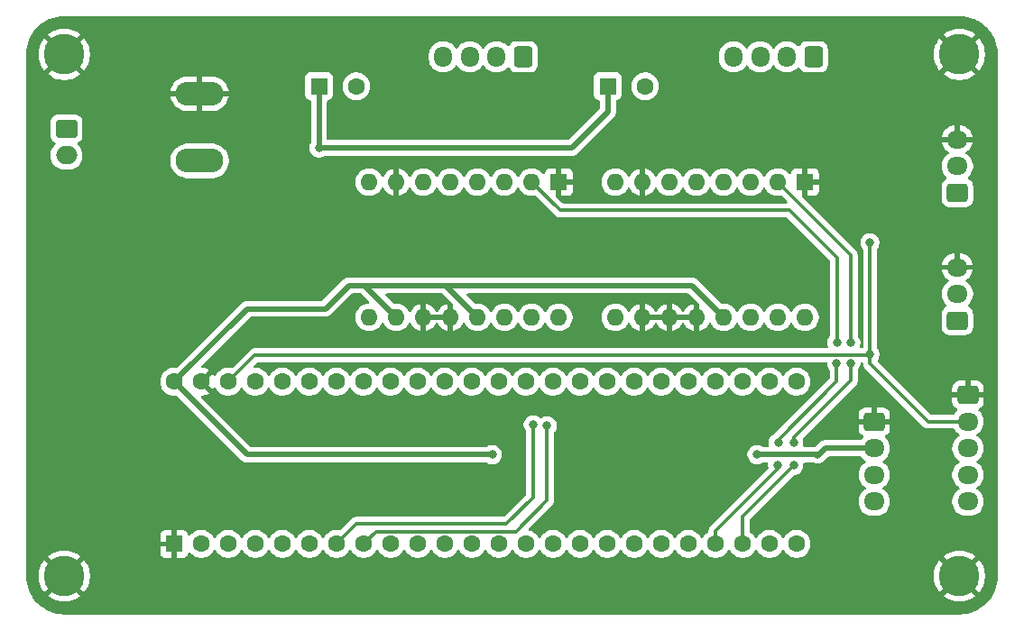
<source format=gbr>
%TF.GenerationSoftware,KiCad,Pcbnew,9.0.0*%
%TF.CreationDate,2025-03-09T21:01:43-04:00*%
%TF.ProjectId,RobocupSwinderPCB,526f626f-6375-4705-9377-696e64657250,1*%
%TF.SameCoordinates,Original*%
%TF.FileFunction,Copper,L2,Bot*%
%TF.FilePolarity,Positive*%
%FSLAX46Y46*%
G04 Gerber Fmt 4.6, Leading zero omitted, Abs format (unit mm)*
G04 Created by KiCad (PCBNEW 9.0.0) date 2025-03-09 21:01:43*
%MOMM*%
%LPD*%
G01*
G04 APERTURE LIST*
G04 Aperture macros list*
%AMRoundRect*
0 Rectangle with rounded corners*
0 $1 Rounding radius*
0 $2 $3 $4 $5 $6 $7 $8 $9 X,Y pos of 4 corners*
0 Add a 4 corners polygon primitive as box body*
4,1,4,$2,$3,$4,$5,$6,$7,$8,$9,$2,$3,0*
0 Add four circle primitives for the rounded corners*
1,1,$1+$1,$2,$3*
1,1,$1+$1,$4,$5*
1,1,$1+$1,$6,$7*
1,1,$1+$1,$8,$9*
0 Add four rect primitives between the rounded corners*
20,1,$1+$1,$2,$3,$4,$5,0*
20,1,$1+$1,$4,$5,$6,$7,0*
20,1,$1+$1,$6,$7,$8,$9,0*
20,1,$1+$1,$8,$9,$2,$3,0*%
G04 Aperture macros list end*
%TA.AperFunction,ComponentPad*%
%ADD10RoundRect,0.250000X0.725000X-0.600000X0.725000X0.600000X-0.725000X0.600000X-0.725000X-0.600000X0*%
%TD*%
%TA.AperFunction,ComponentPad*%
%ADD11O,1.950000X1.700000*%
%TD*%
%TA.AperFunction,ComponentPad*%
%ADD12R,1.600000X1.600000*%
%TD*%
%TA.AperFunction,ComponentPad*%
%ADD13C,1.600000*%
%TD*%
%TA.AperFunction,ComponentPad*%
%ADD14C,3.800000*%
%TD*%
%TA.AperFunction,ComponentPad*%
%ADD15RoundRect,0.250000X-0.725000X0.600000X-0.725000X-0.600000X0.725000X-0.600000X0.725000X0.600000X0*%
%TD*%
%TA.AperFunction,ComponentPad*%
%ADD16RoundRect,0.250000X-0.750000X0.600000X-0.750000X-0.600000X0.750000X-0.600000X0.750000X0.600000X0*%
%TD*%
%TA.AperFunction,ComponentPad*%
%ADD17O,2.000000X1.700000*%
%TD*%
%TA.AperFunction,ComponentPad*%
%ADD18O,1.600000X1.600000*%
%TD*%
%TA.AperFunction,ComponentPad*%
%ADD19O,4.500000X2.250000*%
%TD*%
%TA.AperFunction,ComponentPad*%
%ADD20RoundRect,0.250000X0.600000X0.725000X-0.600000X0.725000X-0.600000X-0.725000X0.600000X-0.725000X0*%
%TD*%
%TA.AperFunction,ComponentPad*%
%ADD21O,1.700000X1.950000*%
%TD*%
%TA.AperFunction,ViaPad*%
%ADD22C,0.800000*%
%TD*%
%TA.AperFunction,Conductor*%
%ADD23C,0.300000*%
%TD*%
%TA.AperFunction,Conductor*%
%ADD24C,0.500000*%
%TD*%
G04 APERTURE END LIST*
D10*
%TO.P,SW2,1,C*%
%TO.N,/LSEnd_Pin_8*%
X177300000Y-91000000D03*
D11*
%TO.P,SW2,2,NO*%
%TO.N,/NO_LS2*%
X177300000Y-88500000D03*
%TO.P,SW2,3,NC*%
%TO.N,GND*%
X177300000Y-86000000D03*
%TD*%
D12*
%TO.P,C2,1*%
%TO.N,VCC*%
X144500000Y-69000000D03*
D13*
%TO.P,C2,2*%
%TO.N,Net-(A2-VMOT)*%
X148000000Y-69000000D03*
%TD*%
D10*
%TO.P,SW1,1,C*%
%TO.N,/LSStart_Pin_7*%
X177300000Y-79000000D03*
D11*
%TO.P,SW1,2,NO*%
%TO.N,/NO_LS1*%
X177300000Y-76500000D03*
%TO.P,SW1,3,NC*%
%TO.N,GND*%
X177300000Y-74000000D03*
%TD*%
D14*
%TO.P,H4,1,1*%
%TO.N,GND*%
X93500000Y-115000000D03*
%TD*%
D15*
%TO.P,LCD1,1,GND*%
%TO.N,GND*%
X169500000Y-100500000D03*
D11*
%TO.P,LCD1,2,VCC*%
%TO.N,+5V*%
X169500000Y-103000000D03*
%TO.P,LCD1,3,SDA*%
%TO.N,/LCD_SDA_Pin_18*%
X169500000Y-105500000D03*
%TO.P,LCD1,4,SCL*%
%TO.N,/LCD_SCL_Pin_19*%
X169500000Y-108000000D03*
%TD*%
D14*
%TO.P,H2,1,1*%
%TO.N,GND*%
X177500000Y-66000000D03*
%TD*%
D16*
%TO.P,SW3,1,A*%
%TO.N,Net-(SW3-A)*%
X93700000Y-73000000D03*
D17*
%TO.P,SW3,2,B*%
%TO.N,Net-(SW3-B)*%
X93700000Y-75500000D03*
%TD*%
D12*
%TO.P,U1,1,GND*%
%TO.N,GND*%
X103800000Y-111990000D03*
D13*
%TO.P,U1,2,0_RX1_CRX2_CS1*%
%TO.N,unconnected-(U1-0_RX1_CRX2_CS1-Pad2)*%
X106340000Y-111990000D03*
%TO.P,U1,3,1_TX1_CTX2_MISO1*%
%TO.N,unconnected-(U1-1_TX1_CTX2_MISO1-Pad3)*%
X108880000Y-111990000D03*
%TO.P,U1,4,2_OUT2*%
%TO.N,unconnected-(U1-2_OUT2-Pad4)*%
X111420000Y-111990000D03*
%TO.P,U1,5,3_LRCLK2*%
%TO.N,unconnected-(U1-3_LRCLK2-Pad5)*%
X113960000Y-111990000D03*
%TO.P,U1,6,4_BCLK2*%
%TO.N,unconnected-(U1-4_BCLK2-Pad6)*%
X116500000Y-111990000D03*
%TO.P,U1,7,5_IN2*%
%TO.N,/LSStart_Pin_7*%
X119040000Y-111990000D03*
%TO.P,U1,8,6_OUT1D*%
%TO.N,/LSEnd_Pin_8*%
X121580000Y-111990000D03*
%TO.P,U1,9,7_RX2_OUT1A*%
%TO.N,unconnected-(U1-7_RX2_OUT1A-Pad9)*%
X124120000Y-111990000D03*
%TO.P,U1,10,8_TX2_IN1*%
%TO.N,unconnected-(U1-8_TX2_IN1-Pad10)*%
X126660000Y-111990000D03*
%TO.P,U1,11,9_OUT1C*%
%TO.N,unconnected-(U1-9_OUT1C-Pad11)*%
X129200000Y-111990000D03*
%TO.P,U1,12,10_CS_MQSR*%
%TO.N,unconnected-(U1-10_CS_MQSR-Pad12)*%
X131740000Y-111990000D03*
%TO.P,U1,13,11_MOSI_CTX1*%
%TO.N,unconnected-(U1-11_MOSI_CTX1-Pad13)*%
X134280000Y-111990000D03*
%TO.P,U1,14,12_MISO_MQSL*%
%TO.N,unconnected-(U1-12_MISO_MQSL-Pad14)*%
X136820000Y-111990000D03*
%TO.P,U1,15,3V3*%
%TO.N,unconnected-(U1-3V3-Pad15)*%
X139360000Y-111990000D03*
%TO.P,U1,16,24_A10_TX6_SCL2*%
%TO.N,unconnected-(U1-24_A10_TX6_SCL2-Pad16)*%
X141900000Y-111990000D03*
%TO.P,U1,17,25_A11_RX6_SDA2*%
%TO.N,unconnected-(U1-25_A11_RX6_SDA2-Pad17)*%
X144440000Y-111990000D03*
%TO.P,U1,18,26_A12_MOSI1*%
%TO.N,unconnected-(U1-26_A12_MOSI1-Pad18)*%
X146980000Y-111990000D03*
%TO.P,U1,19,27_A13_SCK1*%
%TO.N,unconnected-(U1-27_A13_SCK1-Pad19)*%
X149520000Y-111990000D03*
%TO.P,U1,20,28_RX7*%
%TO.N,unconnected-(U1-28_RX7-Pad20)*%
X152060000Y-111990000D03*
%TO.P,U1,21,29_TX7*%
%TO.N,/Feed_FLT_Pin_21*%
X154600000Y-111990000D03*
%TO.P,U1,22,30_CRX3*%
%TO.N,/Coil_FLT_Pin_22*%
X157140000Y-111990000D03*
%TO.P,U1,23,31_CTX3*%
%TO.N,unconnected-(U1-31_CTX3-Pad23)*%
X159680000Y-111990000D03*
%TO.P,U1,24,32_OUT1B*%
%TO.N,unconnected-(U1-32_OUT1B-Pad24)*%
X162220000Y-111990000D03*
%TO.P,U1,25,33_MCLK2*%
%TO.N,unconnected-(U1-33_MCLK2-Pad25)*%
X162220000Y-96750000D03*
%TO.P,U1,26,34_RX8*%
%TO.N,unconnected-(U1-34_RX8-Pad26)*%
X159680000Y-96750000D03*
%TO.P,U1,27,35_TX8*%
%TO.N,/Coil_DIR_Pin_35*%
X157140000Y-96750000D03*
%TO.P,U1,28,36_CS*%
%TO.N,/Coil_STEP_Pin_36*%
X154600000Y-96750000D03*
%TO.P,U1,29,37_CS*%
%TO.N,/Coil_SLP_Pin_37*%
X152060000Y-96750000D03*
%TO.P,U1,30,38_CS1_IN1*%
%TO.N,/Feed_DIR_Pin_38*%
X149520000Y-96750000D03*
%TO.P,U1,31,39_MISO1_OUT1A*%
%TO.N,/Feed_STEP_Pin_39*%
X146980000Y-96750000D03*
%TO.P,U1,32,40_A16*%
%TO.N,/Feed_SLP_Pin_40*%
X144440000Y-96750000D03*
%TO.P,U1,33,41_A17*%
%TO.N,unconnected-(U1-41_A17-Pad33)*%
X141900000Y-96750000D03*
%TO.P,U1,34,GND*%
%TO.N,unconnected-(U1-GND-Pad34)*%
X139360000Y-96750000D03*
%TO.P,U1,35,13_SCK_LED*%
%TO.N,unconnected-(U1-13_SCK_LED-Pad35)*%
X136820000Y-96750000D03*
%TO.P,U1,36,14_A0_TX3_SPDIF_OUT*%
%TO.N,unconnected-(U1-14_A0_TX3_SPDIF_OUT-Pad36)*%
X134280000Y-96750000D03*
%TO.P,U1,37,15_A1_RX3_SPDIF_IN*%
%TO.N,unconnected-(U1-15_A1_RX3_SPDIF_IN-Pad37)*%
X131740000Y-96750000D03*
%TO.P,U1,38,16_A2_RX4_SCL1*%
%TO.N,unconnected-(U1-16_A2_RX4_SCL1-Pad38)*%
X129200000Y-96750000D03*
%TO.P,U1,39,17_A3_TX4_SDA1*%
%TO.N,unconnected-(U1-17_A3_TX4_SDA1-Pad39)*%
X126660000Y-96750000D03*
%TO.P,U1,40,18_A4_SDA*%
%TO.N,/LCD_SDA_Pin_18*%
X124120000Y-96750000D03*
%TO.P,U1,41,19_A5_SCL*%
%TO.N,/LCD_SCL_Pin_19*%
X121580000Y-96750000D03*
%TO.P,U1,42,20_A6_TX5_LRCLK1*%
%TO.N,unconnected-(U1-20_A6_TX5_LRCLK1-Pad42)*%
X119040000Y-96750000D03*
%TO.P,U1,43,21_A7_RX5_BCLK1*%
%TO.N,/RE_SW_Pin_21*%
X116500000Y-96750000D03*
%TO.P,U1,44,22_A8_CTX1*%
%TO.N,/RE_DT_Pin_22*%
X113960000Y-96750000D03*
%TO.P,U1,45,23_A9_CRX1_MCLK1*%
%TO.N,/RE_CLK_Pin_23*%
X111420000Y-96750000D03*
%TO.P,U1,46,3V3*%
%TO.N,+3.3V*%
X108880000Y-96750000D03*
%TO.P,U1,47,GND*%
%TO.N,GND*%
X106340000Y-96750000D03*
%TO.P,U1,48,VIN*%
%TO.N,+5V*%
X103800000Y-96750000D03*
%TD*%
D12*
%TO.P,A2,1,GND*%
%TO.N,GND*%
X163000000Y-78000000D03*
D18*
%TO.P,A2,2,~{FLT}*%
%TO.N,/Coil_FLT_Pin_22*%
X160460000Y-78000000D03*
%TO.P,A2,3,A2*%
%TO.N,Net-(A2-A2)*%
X157920000Y-78000000D03*
%TO.P,A2,4,A1*%
%TO.N,Net-(A2-A1)*%
X155380000Y-78000000D03*
%TO.P,A2,5,B1*%
%TO.N,Net-(A2-B1)*%
X152840000Y-78000000D03*
%TO.P,A2,6,B2*%
%TO.N,Net-(A2-B2)*%
X150300000Y-78000000D03*
%TO.P,A2,7,GND*%
%TO.N,GND*%
X147760000Y-78000000D03*
%TO.P,A2,8,VMOT*%
%TO.N,Net-(A2-VMOT)*%
X145220000Y-78000000D03*
%TO.P,A2,9,~{EN}*%
%TO.N,unconnected-(A2-~{EN}-Pad9)*%
X145220000Y-90700000D03*
%TO.P,A2,10,M0*%
%TO.N,GND*%
X147760000Y-90700000D03*
%TO.P,A2,11,M1*%
X150300000Y-90700000D03*
%TO.P,A2,12,M2*%
X152840000Y-90700000D03*
%TO.P,A2,13,~{RST}*%
%TO.N,+5V*%
X155380000Y-90700000D03*
%TO.P,A2,14,~{SLP}*%
%TO.N,/Coil_SLP_Pin_37*%
X157920000Y-90700000D03*
%TO.P,A2,15,STEP*%
%TO.N,/Coil_STEP_Pin_36*%
X160460000Y-90700000D03*
%TO.P,A2,16,DIR*%
%TO.N,/Coil_DIR_Pin_35*%
X163000000Y-90700000D03*
%TD*%
D19*
%TO.P,J1,1*%
%TO.N,Net-(SW3-A)*%
X106200000Y-76000000D03*
%TO.P,J1,2*%
%TO.N,GND*%
X106200000Y-69700000D03*
%TD*%
D20*
%TO.P,M2,1*%
%TO.N,Net-(A2-A2)*%
X163800000Y-66225000D03*
D21*
%TO.P,M2,2,-*%
%TO.N,Net-(A2-A1)*%
X161300000Y-66225000D03*
%TO.P,M2,3*%
%TO.N,Net-(A2-B1)*%
X158800000Y-66225000D03*
%TO.P,M2,4*%
%TO.N,Net-(A2-B2)*%
X156300000Y-66225000D03*
%TD*%
D14*
%TO.P,H3,1,1*%
%TO.N,GND*%
X177500000Y-115000000D03*
%TD*%
D12*
%TO.P,C1,1*%
%TO.N,VCC*%
X117397349Y-69000000D03*
D13*
%TO.P,C1,2*%
%TO.N,Net-(A1-VMOT)*%
X120897349Y-69000000D03*
%TD*%
D20*
%TO.P,M1,1*%
%TO.N,Net-(A1-A2)*%
X136550000Y-66225000D03*
D21*
%TO.P,M1,2,-*%
%TO.N,Net-(A1-A1)*%
X134050000Y-66225000D03*
%TO.P,M1,3*%
%TO.N,Net-(A1-B1)*%
X131550000Y-66225000D03*
%TO.P,M1,4*%
%TO.N,Net-(A1-B2)*%
X129050000Y-66225000D03*
%TD*%
D15*
%TO.P,RE1,1,GND*%
%TO.N,GND*%
X178300000Y-98000000D03*
D11*
%TO.P,RE1,2,VCC*%
%TO.N,+3.3V*%
X178300000Y-100500000D03*
%TO.P,RE1,3,CLK*%
%TO.N,/RE_SW_Pin_21*%
X178300000Y-103000000D03*
%TO.P,RE1,4,DT*%
%TO.N,/RE_DT_Pin_22*%
X178300000Y-105500000D03*
%TO.P,RE1,5,SW*%
%TO.N,/RE_CLK_Pin_23*%
X178300000Y-108000000D03*
%TD*%
D12*
%TO.P,A1,1,GND*%
%TO.N,GND*%
X139890000Y-78000000D03*
D18*
%TO.P,A1,2,~{FLT}*%
%TO.N,/Feed_FLT_Pin_21*%
X137350000Y-78000000D03*
%TO.P,A1,3,A2*%
%TO.N,Net-(A1-A2)*%
X134810000Y-78000000D03*
%TO.P,A1,4,A1*%
%TO.N,Net-(A1-A1)*%
X132270000Y-78000000D03*
%TO.P,A1,5,B1*%
%TO.N,Net-(A1-B1)*%
X129730000Y-78000000D03*
%TO.P,A1,6,B2*%
%TO.N,Net-(A1-B2)*%
X127190000Y-78000000D03*
%TO.P,A1,7,GND*%
%TO.N,GND*%
X124650000Y-78000000D03*
%TO.P,A1,8,VMOT*%
%TO.N,Net-(A1-VMOT)*%
X122110000Y-78000000D03*
%TO.P,A1,9,~{EN}*%
%TO.N,unconnected-(A1-~{EN}-Pad9)*%
X122110000Y-90700000D03*
%TO.P,A1,10,M0*%
%TO.N,+5V*%
X124650000Y-90700000D03*
%TO.P,A1,11,M1*%
%TO.N,GND*%
X127190000Y-90700000D03*
%TO.P,A1,12,M2*%
X129730000Y-90700000D03*
%TO.P,A1,13,~{RST}*%
%TO.N,+5V*%
X132270000Y-90700000D03*
%TO.P,A1,14,~{SLP}*%
%TO.N,/Feed_SLP_Pin_40*%
X134810000Y-90700000D03*
%TO.P,A1,15,STEP*%
%TO.N,/Feed_STEP_Pin_39*%
X137350000Y-90700000D03*
%TO.P,A1,16,DIR*%
%TO.N,/Feed_DIR_Pin_38*%
X139890000Y-90700000D03*
%TD*%
D14*
%TO.P,H1,1,1*%
%TO.N,GND*%
X93500000Y-66000000D03*
%TD*%
D22*
%TO.N,/Coil_FLT_Pin_22*%
X167300000Y-93100000D03*
%TO.N,GND*%
X104100000Y-89300000D03*
X91000000Y-84800000D03*
X116400000Y-83000000D03*
X99600000Y-85800000D03*
X112700000Y-88200000D03*
%TO.N,/Feed_FLT_Pin_21*%
X166000000Y-93100000D03*
X165986723Y-95018562D03*
X160500000Y-102450000D03*
X160450000Y-104550000D03*
%TO.N,+5V*%
X158500000Y-103600000D03*
X133650000Y-103600000D03*
%TO.N,/Coil_FLT_Pin_22*%
X167300000Y-95000000D03*
X161950000Y-104600000D03*
X161950000Y-102450000D03*
%TO.N,VCC*%
X117400000Y-74800000D03*
%TO.N,+3.3V*%
X169100000Y-83700000D03*
X169100000Y-94150000D03*
%TO.N,/LSStart_Pin_7*%
X137500000Y-100800000D03*
%TO.N,/LSEnd_Pin_8*%
X138800000Y-100900000D03*
%TD*%
D23*
%TO.N,/Feed_FLT_Pin_21*%
X165986723Y-95018562D02*
X165986723Y-96713277D01*
X165986723Y-96713277D02*
X160500000Y-102200000D01*
X154600000Y-110750000D02*
X154600000Y-111990000D01*
X137350000Y-78000000D02*
X140000000Y-80650000D01*
X160450000Y-104550000D02*
X160450000Y-104900000D01*
X160500000Y-102200000D02*
X160500000Y-102450000D01*
X166000000Y-85100000D02*
X166000000Y-93100000D01*
X140000000Y-80650000D02*
X161550000Y-80650000D01*
X160450000Y-104900000D02*
X154600000Y-110750000D01*
X161550000Y-80650000D02*
X166000000Y-85100000D01*
D24*
%TO.N,+5V*%
X155380000Y-90700000D02*
X152380000Y-87700000D01*
X133650000Y-103600000D02*
X110650000Y-103600000D01*
X152380000Y-87700000D02*
X129270000Y-87700000D01*
X120200000Y-87700000D02*
X121650000Y-87700000D01*
X121650000Y-87700000D02*
X124650000Y-90700000D01*
X110650000Y-89900000D02*
X118000000Y-89900000D01*
X164900000Y-103000000D02*
X169500000Y-103000000D01*
X158500000Y-103600000D02*
X164100000Y-103600000D01*
X129270000Y-87700000D02*
X121650000Y-87700000D01*
X164100000Y-103600000D02*
X164200000Y-103700000D01*
X132270000Y-90700000D02*
X129270000Y-87700000D01*
X110650000Y-103600000D02*
X103800000Y-96750000D01*
X103800000Y-96750000D02*
X110650000Y-89900000D01*
X118000000Y-89900000D02*
X120200000Y-87700000D01*
X164200000Y-103700000D02*
X164900000Y-103000000D01*
D23*
%TO.N,/Coil_FLT_Pin_22*%
X167300000Y-96650000D02*
X163750000Y-100200000D01*
X157140000Y-109410000D02*
X157140000Y-111990000D01*
X161950000Y-104600000D02*
X161950000Y-104640000D01*
X161950000Y-102000000D02*
X161950000Y-102450000D01*
X167300000Y-95000000D02*
X167300000Y-96650000D01*
X163750000Y-100200000D02*
X161950000Y-102000000D01*
X161950000Y-104600000D02*
X157140000Y-109410000D01*
D24*
%TO.N,Net-(A2-A2)*%
X163800000Y-66700000D02*
X163800000Y-66025000D01*
%TO.N,VCC*%
X141100000Y-74800000D02*
X144500000Y-71400000D01*
X144500000Y-71400000D02*
X144500000Y-69000000D01*
X117397349Y-74797349D02*
X117397349Y-69000000D01*
X117400000Y-74800000D02*
X141100000Y-74800000D01*
X117400000Y-74800000D02*
X117397349Y-74797349D01*
D23*
%TO.N,+3.3V*%
X174600000Y-100500000D02*
X178500000Y-100500000D01*
X169100000Y-94150000D02*
X169000000Y-94250000D01*
X169100000Y-94150000D02*
X169100000Y-83700000D01*
X111380000Y-94250000D02*
X108880000Y-96750000D01*
X169100000Y-94150000D02*
X169100000Y-95000000D01*
X169100000Y-95000000D02*
X174600000Y-100500000D01*
X169000000Y-94250000D02*
X111380000Y-94250000D01*
%TO.N,/LSStart_Pin_7*%
X120930000Y-110100000D02*
X119040000Y-111990000D01*
X137500000Y-100800000D02*
X137500000Y-107600000D01*
X135000000Y-110100000D02*
X120930000Y-110100000D01*
X137500000Y-107600000D02*
X135000000Y-110100000D01*
%TO.N,/LSEnd_Pin_8*%
X135860000Y-110840000D02*
X122730000Y-110840000D01*
X122730000Y-110840000D02*
X121580000Y-111990000D01*
X138800000Y-107900000D02*
X135860000Y-110840000D01*
X138800000Y-100900000D02*
X138800000Y-107900000D01*
%TO.N,/Coil_FLT_Pin_22*%
X167300000Y-84840000D02*
X167300000Y-93100000D01*
X160460000Y-78000000D02*
X167300000Y-84840000D01*
%TD*%
%TA.AperFunction,Conductor*%
%TO.N,GND*%
G36*
X129409920Y-90454394D02*
G01*
X129357259Y-90545606D01*
X129330000Y-90647339D01*
X129330000Y-90752661D01*
X129357259Y-90854394D01*
X129409920Y-90945606D01*
X129414314Y-90950000D01*
X127505686Y-90950000D01*
X127510080Y-90945606D01*
X127562741Y-90854394D01*
X127590000Y-90752661D01*
X127590000Y-90647339D01*
X127562741Y-90545606D01*
X127510080Y-90454394D01*
X127505686Y-90450000D01*
X129414314Y-90450000D01*
X129409920Y-90454394D01*
G37*
%TD.AperFunction*%
%TA.AperFunction,Conductor*%
G36*
X149979920Y-90454394D02*
G01*
X149927259Y-90545606D01*
X149900000Y-90647339D01*
X149900000Y-90752661D01*
X149927259Y-90854394D01*
X149979920Y-90945606D01*
X149984314Y-90950000D01*
X148075686Y-90950000D01*
X148080080Y-90945606D01*
X148132741Y-90854394D01*
X148160000Y-90752661D01*
X148160000Y-90647339D01*
X148132741Y-90545606D01*
X148080080Y-90454394D01*
X148075686Y-90450000D01*
X149984314Y-90450000D01*
X149979920Y-90454394D01*
G37*
%TD.AperFunction*%
%TA.AperFunction,Conductor*%
G36*
X152519920Y-90454394D02*
G01*
X152467259Y-90545606D01*
X152440000Y-90647339D01*
X152440000Y-90752661D01*
X152467259Y-90854394D01*
X152519920Y-90945606D01*
X152524314Y-90950000D01*
X150615686Y-90950000D01*
X150620080Y-90945606D01*
X150672741Y-90854394D01*
X150700000Y-90752661D01*
X150700000Y-90647339D01*
X150672741Y-90545606D01*
X150620080Y-90454394D01*
X150615686Y-90450000D01*
X152524314Y-90450000D01*
X152519920Y-90454394D01*
G37*
%TD.AperFunction*%
%TA.AperFunction,Conductor*%
G36*
X128974809Y-88470185D02*
G01*
X128995451Y-88486819D01*
X129943681Y-89435049D01*
X129977166Y-89496371D01*
X129980000Y-89522729D01*
X129980000Y-90384314D01*
X129975606Y-90379920D01*
X129884394Y-90327259D01*
X129782661Y-90300000D01*
X129677339Y-90300000D01*
X129575606Y-90327259D01*
X129484394Y-90379920D01*
X129480000Y-90384314D01*
X129480000Y-89423390D01*
X129425586Y-89432009D01*
X129230970Y-89495244D01*
X129048650Y-89588140D01*
X128883105Y-89708417D01*
X128883104Y-89708417D01*
X128738417Y-89853104D01*
X128738417Y-89853105D01*
X128618140Y-90018650D01*
X128570485Y-90112179D01*
X128522510Y-90162975D01*
X128454689Y-90179770D01*
X128388554Y-90157232D01*
X128349515Y-90112179D01*
X128301859Y-90018650D01*
X128181582Y-89853105D01*
X128181582Y-89853104D01*
X128036895Y-89708417D01*
X127871349Y-89588140D01*
X127689029Y-89495244D01*
X127494413Y-89432009D01*
X127440000Y-89423390D01*
X127440000Y-90384314D01*
X127435606Y-90379920D01*
X127344394Y-90327259D01*
X127242661Y-90300000D01*
X127137339Y-90300000D01*
X127035606Y-90327259D01*
X126944394Y-90379920D01*
X126940000Y-90384314D01*
X126940000Y-89423390D01*
X126885586Y-89432009D01*
X126690970Y-89495244D01*
X126508650Y-89588140D01*
X126343105Y-89708417D01*
X126343104Y-89708417D01*
X126198417Y-89853104D01*
X126198417Y-89853105D01*
X126078140Y-90018650D01*
X126030765Y-90111629D01*
X125982790Y-90162425D01*
X125914969Y-90179220D01*
X125848834Y-90156682D01*
X125809795Y-90111629D01*
X125762419Y-90018650D01*
X125762287Y-90018390D01*
X125754556Y-90007749D01*
X125641971Y-89852786D01*
X125497213Y-89708028D01*
X125331613Y-89587715D01*
X125331612Y-89587714D01*
X125331610Y-89587713D01*
X125274653Y-89558691D01*
X125149223Y-89494781D01*
X124954534Y-89431522D01*
X124779995Y-89403878D01*
X124752352Y-89399500D01*
X124547648Y-89399500D01*
X124491971Y-89408318D01*
X124422678Y-89399363D01*
X124384893Y-89373526D01*
X123673549Y-88662181D01*
X123640064Y-88600858D01*
X123645048Y-88531166D01*
X123686920Y-88475233D01*
X123752384Y-88450816D01*
X123761230Y-88450500D01*
X128907770Y-88450500D01*
X128974809Y-88470185D01*
G37*
%TD.AperFunction*%
%TA.AperFunction,Conductor*%
G36*
X177503032Y-62400649D02*
G01*
X177564007Y-62403644D01*
X177846735Y-62417534D01*
X177858837Y-62418726D01*
X178196212Y-62468770D01*
X178208122Y-62471139D01*
X178538991Y-62554018D01*
X178550604Y-62557541D01*
X178814957Y-62652128D01*
X178871728Y-62672442D01*
X178882969Y-62677098D01*
X179101500Y-62780454D01*
X179191294Y-62822923D01*
X179202011Y-62828651D01*
X179494545Y-63003990D01*
X179504663Y-63010750D01*
X179778610Y-63213923D01*
X179788016Y-63221643D01*
X180040725Y-63450685D01*
X180049314Y-63459274D01*
X180204215Y-63630181D01*
X180278356Y-63711983D01*
X180286076Y-63721389D01*
X180489249Y-63995336D01*
X180496009Y-64005454D01*
X180624991Y-64220647D01*
X180671341Y-64297976D01*
X180677078Y-64308709D01*
X180822901Y-64617030D01*
X180827557Y-64628271D01*
X180882833Y-64782754D01*
X180940868Y-64944951D01*
X180942453Y-64949379D01*
X180945985Y-64961021D01*
X180963600Y-65031342D01*
X181028857Y-65291864D01*
X181031231Y-65303800D01*
X181081272Y-65641158D01*
X181082465Y-65653267D01*
X181099351Y-65996967D01*
X181099500Y-66003052D01*
X181099500Y-114996947D01*
X181099351Y-115003032D01*
X181082465Y-115346732D01*
X181081272Y-115358841D01*
X181031231Y-115696199D01*
X181028857Y-115708135D01*
X180945986Y-116038975D01*
X180942453Y-116050620D01*
X180827557Y-116371728D01*
X180822901Y-116382969D01*
X180677078Y-116691290D01*
X180671341Y-116702023D01*
X180496009Y-116994545D01*
X180489249Y-117004663D01*
X180286076Y-117278610D01*
X180278356Y-117288016D01*
X180049322Y-117540717D01*
X180040717Y-117549322D01*
X179788016Y-117778356D01*
X179778610Y-117786076D01*
X179504663Y-117989249D01*
X179494545Y-117996009D01*
X179202023Y-118171341D01*
X179191290Y-118177078D01*
X178882969Y-118322901D01*
X178871728Y-118327557D01*
X178550620Y-118442453D01*
X178538975Y-118445986D01*
X178208135Y-118528857D01*
X178196199Y-118531231D01*
X177858841Y-118581272D01*
X177846732Y-118582465D01*
X177503033Y-118599351D01*
X177496948Y-118599500D01*
X93503052Y-118599500D01*
X93496967Y-118599351D01*
X93153267Y-118582465D01*
X93141158Y-118581272D01*
X92803800Y-118531231D01*
X92791864Y-118528857D01*
X92461024Y-118445986D01*
X92449379Y-118442453D01*
X92128271Y-118327557D01*
X92117030Y-118322901D01*
X91808709Y-118177078D01*
X91797981Y-118171343D01*
X91505454Y-117996009D01*
X91495336Y-117989249D01*
X91221389Y-117786076D01*
X91211983Y-117778356D01*
X91171690Y-117741837D01*
X90959274Y-117549314D01*
X90950685Y-117540725D01*
X90721643Y-117288016D01*
X90713923Y-117278610D01*
X90510750Y-117004663D01*
X90503990Y-116994545D01*
X90483542Y-116960429D01*
X90328651Y-116702011D01*
X90322921Y-116691290D01*
X90177098Y-116382969D01*
X90172442Y-116371728D01*
X90152128Y-116314957D01*
X90057541Y-116050604D01*
X90054018Y-116038991D01*
X89971139Y-115708122D01*
X89968770Y-115696212D01*
X89918726Y-115358837D01*
X89917534Y-115346731D01*
X89913154Y-115257584D01*
X89900649Y-115003031D01*
X89900500Y-114996947D01*
X89900500Y-114865212D01*
X91100000Y-114865212D01*
X91100000Y-115134787D01*
X91130178Y-115402633D01*
X91130181Y-115402651D01*
X91190163Y-115665451D01*
X91190167Y-115665463D01*
X91279192Y-115919881D01*
X91279198Y-115919895D01*
X91396152Y-116162752D01*
X91539568Y-116390998D01*
X91635346Y-116511099D01*
X92563708Y-115582736D01*
X92660967Y-115716602D01*
X92783398Y-115839033D01*
X92917262Y-115936290D01*
X91988899Y-116864652D01*
X91988900Y-116864653D01*
X92108993Y-116960427D01*
X92108997Y-116960429D01*
X92337247Y-117103847D01*
X92580104Y-117220801D01*
X92580118Y-117220807D01*
X92834536Y-117309832D01*
X92834548Y-117309836D01*
X93097348Y-117369818D01*
X93097366Y-117369821D01*
X93365212Y-117399999D01*
X93365216Y-117400000D01*
X93634784Y-117400000D01*
X93634787Y-117399999D01*
X93902633Y-117369821D01*
X93902651Y-117369818D01*
X94165451Y-117309836D01*
X94165463Y-117309832D01*
X94419881Y-117220807D01*
X94419895Y-117220801D01*
X94662752Y-117103847D01*
X94890999Y-116960431D01*
X95011098Y-116864653D01*
X95011099Y-116864652D01*
X94082737Y-115936290D01*
X94216602Y-115839033D01*
X94339033Y-115716602D01*
X94436290Y-115582737D01*
X95364652Y-116511099D01*
X95364653Y-116511098D01*
X95460431Y-116390999D01*
X95603847Y-116162752D01*
X95720801Y-115919895D01*
X95720807Y-115919881D01*
X95809832Y-115665463D01*
X95809836Y-115665451D01*
X95869818Y-115402651D01*
X95869821Y-115402633D01*
X95899999Y-115134787D01*
X95900000Y-115134783D01*
X95900000Y-114865216D01*
X95899999Y-114865212D01*
X175100000Y-114865212D01*
X175100000Y-115134787D01*
X175130178Y-115402633D01*
X175130181Y-115402651D01*
X175190163Y-115665451D01*
X175190167Y-115665463D01*
X175279192Y-115919881D01*
X175279198Y-115919895D01*
X175396152Y-116162752D01*
X175539568Y-116390998D01*
X175635346Y-116511099D01*
X176563708Y-115582736D01*
X176660967Y-115716602D01*
X176783398Y-115839033D01*
X176917262Y-115936290D01*
X175988899Y-116864652D01*
X175988900Y-116864653D01*
X176108993Y-116960427D01*
X176108997Y-116960429D01*
X176337247Y-117103847D01*
X176580104Y-117220801D01*
X176580118Y-117220807D01*
X176834536Y-117309832D01*
X176834548Y-117309836D01*
X177097348Y-117369818D01*
X177097366Y-117369821D01*
X177365212Y-117399999D01*
X177365216Y-117400000D01*
X177634784Y-117400000D01*
X177634787Y-117399999D01*
X177902633Y-117369821D01*
X177902651Y-117369818D01*
X178165451Y-117309836D01*
X178165463Y-117309832D01*
X178419881Y-117220807D01*
X178419895Y-117220801D01*
X178662752Y-117103847D01*
X178890999Y-116960431D01*
X179011098Y-116864653D01*
X179011099Y-116864652D01*
X178082737Y-115936290D01*
X178216602Y-115839033D01*
X178339033Y-115716602D01*
X178436290Y-115582737D01*
X179364652Y-116511099D01*
X179364653Y-116511098D01*
X179460431Y-116390999D01*
X179603847Y-116162752D01*
X179720801Y-115919895D01*
X179720807Y-115919881D01*
X179809832Y-115665463D01*
X179809836Y-115665451D01*
X179869818Y-115402651D01*
X179869821Y-115402633D01*
X179899999Y-115134787D01*
X179900000Y-115134783D01*
X179900000Y-114865216D01*
X179899999Y-114865212D01*
X179869821Y-114597366D01*
X179869818Y-114597348D01*
X179809836Y-114334548D01*
X179809832Y-114334536D01*
X179720807Y-114080118D01*
X179720801Y-114080104D01*
X179603847Y-113837247D01*
X179460429Y-113608997D01*
X179460427Y-113608993D01*
X179364653Y-113488900D01*
X179364652Y-113488899D01*
X178436290Y-114417262D01*
X178339033Y-114283398D01*
X178216602Y-114160967D01*
X178082736Y-114063709D01*
X179011099Y-113135346D01*
X178890998Y-113039568D01*
X178662752Y-112896152D01*
X178419895Y-112779198D01*
X178419881Y-112779192D01*
X178165463Y-112690167D01*
X178165451Y-112690163D01*
X177902651Y-112630181D01*
X177902633Y-112630178D01*
X177634787Y-112600000D01*
X177365212Y-112600000D01*
X177097366Y-112630178D01*
X177097348Y-112630181D01*
X176834548Y-112690163D01*
X176834536Y-112690167D01*
X176580118Y-112779192D01*
X176580104Y-112779198D01*
X176337247Y-112896152D01*
X176109001Y-113039568D01*
X175988899Y-113135345D01*
X176917263Y-114063709D01*
X176783398Y-114160967D01*
X176660967Y-114283398D01*
X176563709Y-114417262D01*
X175635345Y-113488899D01*
X175539568Y-113609001D01*
X175396152Y-113837247D01*
X175279198Y-114080104D01*
X175279192Y-114080118D01*
X175190167Y-114334536D01*
X175190163Y-114334548D01*
X175130181Y-114597348D01*
X175130178Y-114597366D01*
X175100000Y-114865212D01*
X95899999Y-114865212D01*
X95869821Y-114597366D01*
X95869818Y-114597348D01*
X95809836Y-114334548D01*
X95809832Y-114334536D01*
X95720807Y-114080118D01*
X95720801Y-114080104D01*
X95603847Y-113837247D01*
X95460429Y-113608997D01*
X95460427Y-113608993D01*
X95364653Y-113488900D01*
X95364652Y-113488899D01*
X94436290Y-114417262D01*
X94339033Y-114283398D01*
X94216602Y-114160967D01*
X94082736Y-114063709D01*
X95011099Y-113135346D01*
X94890998Y-113039568D01*
X94662752Y-112896152D01*
X94419895Y-112779198D01*
X94419881Y-112779192D01*
X94165463Y-112690167D01*
X94165451Y-112690163D01*
X93902651Y-112630181D01*
X93902633Y-112630178D01*
X93634787Y-112600000D01*
X93365212Y-112600000D01*
X93097366Y-112630178D01*
X93097348Y-112630181D01*
X92834548Y-112690163D01*
X92834536Y-112690167D01*
X92580118Y-112779192D01*
X92580104Y-112779198D01*
X92337247Y-112896152D01*
X92109001Y-113039568D01*
X91988899Y-113135345D01*
X92917263Y-114063709D01*
X92783398Y-114160967D01*
X92660967Y-114283398D01*
X92563709Y-114417263D01*
X91635345Y-113488899D01*
X91539568Y-113609001D01*
X91396152Y-113837247D01*
X91279198Y-114080104D01*
X91279192Y-114080118D01*
X91190167Y-114334536D01*
X91190163Y-114334548D01*
X91130181Y-114597348D01*
X91130178Y-114597366D01*
X91100000Y-114865212D01*
X89900500Y-114865212D01*
X89900500Y-96647648D01*
X102499500Y-96647648D01*
X102499500Y-96852351D01*
X102531522Y-97054534D01*
X102594781Y-97249223D01*
X102646137Y-97350013D01*
X102687578Y-97431346D01*
X102687715Y-97431613D01*
X102808028Y-97597213D01*
X102952786Y-97741971D01*
X103055585Y-97816657D01*
X103118390Y-97862287D01*
X103234607Y-97921503D01*
X103300776Y-97955218D01*
X103300778Y-97955218D01*
X103300781Y-97955220D01*
X103405137Y-97989127D01*
X103495465Y-98018477D01*
X103579564Y-98031797D01*
X103697648Y-98050500D01*
X103697649Y-98050500D01*
X103902350Y-98050500D01*
X103902352Y-98050500D01*
X103958026Y-98041681D01*
X104027318Y-98050635D01*
X104065105Y-98076473D01*
X110171586Y-104182954D01*
X110201058Y-104202645D01*
X110245270Y-104232186D01*
X110294505Y-104265084D01*
X110294506Y-104265084D01*
X110294507Y-104265085D01*
X110294509Y-104265086D01*
X110431082Y-104321656D01*
X110431087Y-104321658D01*
X110431091Y-104321658D01*
X110431092Y-104321659D01*
X110576079Y-104350500D01*
X110576082Y-104350500D01*
X110576083Y-104350500D01*
X110723917Y-104350500D01*
X133114730Y-104350500D01*
X133181769Y-104370185D01*
X133183622Y-104371399D01*
X133223447Y-104398010D01*
X133223450Y-104398011D01*
X133223453Y-104398013D01*
X133387334Y-104465894D01*
X133387336Y-104465894D01*
X133387341Y-104465896D01*
X133561304Y-104500499D01*
X133561307Y-104500500D01*
X133561309Y-104500500D01*
X133738693Y-104500500D01*
X133738694Y-104500499D01*
X133796682Y-104488964D01*
X133912658Y-104465896D01*
X133912661Y-104465894D01*
X133912666Y-104465894D01*
X134076547Y-104398013D01*
X134224035Y-104299464D01*
X134349464Y-104174035D01*
X134448013Y-104026547D01*
X134515894Y-103862666D01*
X134550500Y-103688691D01*
X134550500Y-103511309D01*
X134550500Y-103511306D01*
X134550499Y-103511304D01*
X134515896Y-103337341D01*
X134515893Y-103337332D01*
X134448016Y-103173459D01*
X134448009Y-103173446D01*
X134349464Y-103025965D01*
X134349461Y-103025961D01*
X134224038Y-102900538D01*
X134224034Y-102900535D01*
X134076553Y-102801990D01*
X134076540Y-102801983D01*
X133912667Y-102734106D01*
X133912658Y-102734103D01*
X133738694Y-102699500D01*
X133738691Y-102699500D01*
X133561309Y-102699500D01*
X133561306Y-102699500D01*
X133387341Y-102734103D01*
X133387332Y-102734106D01*
X133223452Y-102801987D01*
X133223447Y-102801989D01*
X133183622Y-102828601D01*
X133116945Y-102849480D01*
X133114730Y-102849500D01*
X111012230Y-102849500D01*
X110945191Y-102829815D01*
X110924549Y-102813181D01*
X106371865Y-98260497D01*
X106338380Y-98199174D01*
X106343364Y-98129482D01*
X106385236Y-98073549D01*
X106440148Y-98050343D01*
X106644417Y-98017989D01*
X106839031Y-97954755D01*
X107021349Y-97861859D01*
X107065921Y-97829474D01*
X106510234Y-97273787D01*
X106552292Y-97262518D01*
X106677708Y-97190110D01*
X106780110Y-97087708D01*
X106852518Y-96962292D01*
X106863787Y-96920235D01*
X107419474Y-97475922D01*
X107419474Y-97475921D01*
X107451861Y-97431347D01*
X107451861Y-97431346D01*
X107499234Y-97338371D01*
X107547208Y-97287575D01*
X107615028Y-97270779D01*
X107681164Y-97293316D01*
X107720203Y-97338369D01*
X107767713Y-97431611D01*
X107888028Y-97597213D01*
X108032786Y-97741971D01*
X108135585Y-97816657D01*
X108198390Y-97862287D01*
X108314607Y-97921503D01*
X108380776Y-97955218D01*
X108380778Y-97955218D01*
X108380781Y-97955220D01*
X108485137Y-97989127D01*
X108575465Y-98018477D01*
X108659564Y-98031797D01*
X108777648Y-98050500D01*
X108777649Y-98050500D01*
X108982351Y-98050500D01*
X108982352Y-98050500D01*
X109184534Y-98018477D01*
X109379219Y-97955220D01*
X109561610Y-97862287D01*
X109654590Y-97794732D01*
X109727213Y-97741971D01*
X109727215Y-97741968D01*
X109727219Y-97741966D01*
X109871966Y-97597219D01*
X109871968Y-97597215D01*
X109871971Y-97597213D01*
X109992284Y-97431614D01*
X109992286Y-97431611D01*
X109992287Y-97431610D01*
X110039516Y-97338917D01*
X110087489Y-97288123D01*
X110155310Y-97271328D01*
X110221445Y-97293865D01*
X110260483Y-97338917D01*
X110266145Y-97350028D01*
X110307715Y-97431614D01*
X110428028Y-97597213D01*
X110572786Y-97741971D01*
X110675585Y-97816657D01*
X110738390Y-97862287D01*
X110854607Y-97921503D01*
X110920776Y-97955218D01*
X110920778Y-97955218D01*
X110920781Y-97955220D01*
X111025137Y-97989127D01*
X111115465Y-98018477D01*
X111199564Y-98031797D01*
X111317648Y-98050500D01*
X111317649Y-98050500D01*
X111522351Y-98050500D01*
X111522352Y-98050500D01*
X111724534Y-98018477D01*
X111919219Y-97955220D01*
X112101610Y-97862287D01*
X112194590Y-97794732D01*
X112267213Y-97741971D01*
X112267215Y-97741968D01*
X112267219Y-97741966D01*
X112411966Y-97597219D01*
X112411968Y-97597215D01*
X112411971Y-97597213D01*
X112532284Y-97431614D01*
X112532286Y-97431611D01*
X112532287Y-97431610D01*
X112579516Y-97338917D01*
X112627489Y-97288123D01*
X112695310Y-97271328D01*
X112761445Y-97293865D01*
X112800483Y-97338917D01*
X112806145Y-97350028D01*
X112847715Y-97431614D01*
X112968028Y-97597213D01*
X113112786Y-97741971D01*
X113215585Y-97816657D01*
X113278390Y-97862287D01*
X113394607Y-97921503D01*
X113460776Y-97955218D01*
X113460778Y-97955218D01*
X113460781Y-97955220D01*
X113565137Y-97989127D01*
X113655465Y-98018477D01*
X113739564Y-98031797D01*
X113857648Y-98050500D01*
X113857649Y-98050500D01*
X114062351Y-98050500D01*
X114062352Y-98050500D01*
X114264534Y-98018477D01*
X114459219Y-97955220D01*
X114641610Y-97862287D01*
X114734590Y-97794732D01*
X114807213Y-97741971D01*
X114807215Y-97741968D01*
X114807219Y-97741966D01*
X114951966Y-97597219D01*
X114951968Y-97597215D01*
X114951971Y-97597213D01*
X115072284Y-97431614D01*
X115072286Y-97431611D01*
X115072287Y-97431610D01*
X115119516Y-97338917D01*
X115167489Y-97288123D01*
X115235310Y-97271328D01*
X115301445Y-97293865D01*
X115340483Y-97338917D01*
X115346145Y-97350028D01*
X115387715Y-97431614D01*
X115508028Y-97597213D01*
X115652786Y-97741971D01*
X115755585Y-97816657D01*
X115818390Y-97862287D01*
X115934607Y-97921503D01*
X116000776Y-97955218D01*
X116000778Y-97955218D01*
X116000781Y-97955220D01*
X116105137Y-97989127D01*
X116195465Y-98018477D01*
X116279564Y-98031797D01*
X116397648Y-98050500D01*
X116397649Y-98050500D01*
X116602351Y-98050500D01*
X116602352Y-98050500D01*
X116804534Y-98018477D01*
X116999219Y-97955220D01*
X117181610Y-97862287D01*
X117274590Y-97794732D01*
X117347213Y-97741971D01*
X117347215Y-97741968D01*
X117347219Y-97741966D01*
X117491966Y-97597219D01*
X117491968Y-97597215D01*
X117491971Y-97597213D01*
X117612284Y-97431614D01*
X117612286Y-97431611D01*
X117612287Y-97431610D01*
X117659516Y-97338917D01*
X117707489Y-97288123D01*
X117775310Y-97271328D01*
X117841445Y-97293865D01*
X117880483Y-97338917D01*
X117886145Y-97350028D01*
X117927715Y-97431614D01*
X118048028Y-97597213D01*
X118192786Y-97741971D01*
X118295585Y-97816657D01*
X118358390Y-97862287D01*
X118474607Y-97921503D01*
X118540776Y-97955218D01*
X118540778Y-97955218D01*
X118540781Y-97955220D01*
X118645137Y-97989127D01*
X118735465Y-98018477D01*
X118819564Y-98031797D01*
X118937648Y-98050500D01*
X118937649Y-98050500D01*
X119142351Y-98050500D01*
X119142352Y-98050500D01*
X119344534Y-98018477D01*
X119539219Y-97955220D01*
X119721610Y-97862287D01*
X119814590Y-97794732D01*
X119887213Y-97741971D01*
X119887215Y-97741968D01*
X119887219Y-97741966D01*
X120031966Y-97597219D01*
X120031968Y-97597215D01*
X120031971Y-97597213D01*
X120152284Y-97431614D01*
X120152286Y-97431611D01*
X120152287Y-97431610D01*
X120199516Y-97338917D01*
X120247489Y-97288123D01*
X120315310Y-97271328D01*
X120381445Y-97293865D01*
X120420483Y-97338917D01*
X120426145Y-97350028D01*
X120467715Y-97431614D01*
X120588028Y-97597213D01*
X120732786Y-97741971D01*
X120835585Y-97816657D01*
X120898390Y-97862287D01*
X121014607Y-97921503D01*
X121080776Y-97955218D01*
X121080778Y-97955218D01*
X121080781Y-97955220D01*
X121185137Y-97989127D01*
X121275465Y-98018477D01*
X121359564Y-98031797D01*
X121477648Y-98050500D01*
X121477649Y-98050500D01*
X121682351Y-98050500D01*
X121682352Y-98050500D01*
X121884534Y-98018477D01*
X122079219Y-97955220D01*
X122261610Y-97862287D01*
X122354590Y-97794732D01*
X122427213Y-97741971D01*
X122427215Y-97741968D01*
X122427219Y-97741966D01*
X122571966Y-97597219D01*
X122571968Y-97597215D01*
X122571971Y-97597213D01*
X122692284Y-97431614D01*
X122692286Y-97431611D01*
X122692287Y-97431610D01*
X122739516Y-97338917D01*
X122787489Y-97288123D01*
X122855310Y-97271328D01*
X122921445Y-97293865D01*
X122960483Y-97338917D01*
X122966145Y-97350028D01*
X123007715Y-97431614D01*
X123128028Y-97597213D01*
X123272786Y-97741971D01*
X123375585Y-97816657D01*
X123438390Y-97862287D01*
X123554607Y-97921503D01*
X123620776Y-97955218D01*
X123620778Y-97955218D01*
X123620781Y-97955220D01*
X123725137Y-97989127D01*
X123815465Y-98018477D01*
X123899564Y-98031797D01*
X124017648Y-98050500D01*
X124017649Y-98050500D01*
X124222351Y-98050500D01*
X124222352Y-98050500D01*
X124424534Y-98018477D01*
X124619219Y-97955220D01*
X124801610Y-97862287D01*
X124894590Y-97794732D01*
X124967213Y-97741971D01*
X124967215Y-97741968D01*
X124967219Y-97741966D01*
X125111966Y-97597219D01*
X125111968Y-97597215D01*
X125111971Y-97597213D01*
X125232284Y-97431614D01*
X125232286Y-97431611D01*
X125232287Y-97431610D01*
X125279516Y-97338917D01*
X125327489Y-97288123D01*
X125395310Y-97271328D01*
X125461445Y-97293865D01*
X125500483Y-97338917D01*
X125506145Y-97350028D01*
X125547715Y-97431614D01*
X125668028Y-97597213D01*
X125812786Y-97741971D01*
X125915585Y-97816657D01*
X125978390Y-97862287D01*
X126094607Y-97921503D01*
X126160776Y-97955218D01*
X126160778Y-97955218D01*
X126160781Y-97955220D01*
X126265137Y-97989127D01*
X126355465Y-98018477D01*
X126439564Y-98031797D01*
X126557648Y-98050500D01*
X126557649Y-98050500D01*
X126762351Y-98050500D01*
X126762352Y-98050500D01*
X126964534Y-98018477D01*
X127159219Y-97955220D01*
X127341610Y-97862287D01*
X127434590Y-97794732D01*
X127507213Y-97741971D01*
X127507215Y-97741968D01*
X127507219Y-97741966D01*
X127651966Y-97597219D01*
X127651968Y-97597215D01*
X127651971Y-97597213D01*
X127772284Y-97431614D01*
X127772286Y-97431611D01*
X127772287Y-97431610D01*
X127819516Y-97338917D01*
X127867489Y-97288123D01*
X127935310Y-97271328D01*
X128001445Y-97293865D01*
X128040483Y-97338917D01*
X128046145Y-97350028D01*
X128087715Y-97431614D01*
X128208028Y-97597213D01*
X128352786Y-97741971D01*
X128455585Y-97816657D01*
X128518390Y-97862287D01*
X128634607Y-97921503D01*
X128700776Y-97955218D01*
X128700778Y-97955218D01*
X128700781Y-97955220D01*
X128805137Y-97989127D01*
X128895465Y-98018477D01*
X128979564Y-98031797D01*
X129097648Y-98050500D01*
X129097649Y-98050500D01*
X129302351Y-98050500D01*
X129302352Y-98050500D01*
X129504534Y-98018477D01*
X129699219Y-97955220D01*
X129881610Y-97862287D01*
X129974590Y-97794732D01*
X130047213Y-97741971D01*
X130047215Y-97741968D01*
X130047219Y-97741966D01*
X130191966Y-97597219D01*
X130191968Y-97597215D01*
X130191971Y-97597213D01*
X130312284Y-97431614D01*
X130312286Y-97431611D01*
X130312287Y-97431610D01*
X130359516Y-97338917D01*
X130407489Y-97288123D01*
X130475310Y-97271328D01*
X130541445Y-97293865D01*
X130580483Y-97338917D01*
X130586145Y-97350028D01*
X130627715Y-97431614D01*
X130748028Y-97597213D01*
X130892786Y-97741971D01*
X130995585Y-97816657D01*
X131058390Y-97862287D01*
X131174607Y-97921503D01*
X131240776Y-97955218D01*
X131240778Y-97955218D01*
X131240781Y-97955220D01*
X131345137Y-97989127D01*
X131435465Y-98018477D01*
X131519564Y-98031797D01*
X131637648Y-98050500D01*
X131637649Y-98050500D01*
X131842351Y-98050500D01*
X131842352Y-98050500D01*
X132044534Y-98018477D01*
X132239219Y-97955220D01*
X132421610Y-97862287D01*
X132514590Y-97794732D01*
X132587213Y-97741971D01*
X132587215Y-97741968D01*
X132587219Y-97741966D01*
X132731966Y-97597219D01*
X132731968Y-97597215D01*
X132731971Y-97597213D01*
X132852284Y-97431614D01*
X132852286Y-97431611D01*
X132852287Y-97431610D01*
X132899516Y-97338917D01*
X132947489Y-97288123D01*
X133015310Y-97271328D01*
X133081445Y-97293865D01*
X133120483Y-97338917D01*
X133126145Y-97350028D01*
X133167715Y-97431614D01*
X133288028Y-97597213D01*
X133432786Y-97741971D01*
X133535585Y-97816657D01*
X133598390Y-97862287D01*
X133714607Y-97921503D01*
X133780776Y-97955218D01*
X133780778Y-97955218D01*
X133780781Y-97955220D01*
X133885137Y-97989127D01*
X133975465Y-98018477D01*
X134059564Y-98031797D01*
X134177648Y-98050500D01*
X134177649Y-98050500D01*
X134382351Y-98050500D01*
X134382352Y-98050500D01*
X134584534Y-98018477D01*
X134779219Y-97955220D01*
X134961610Y-97862287D01*
X135054590Y-97794732D01*
X135127213Y-97741971D01*
X135127215Y-97741968D01*
X135127219Y-97741966D01*
X135271966Y-97597219D01*
X135271968Y-97597215D01*
X135271971Y-97597213D01*
X135392284Y-97431614D01*
X135392286Y-97431611D01*
X135392287Y-97431610D01*
X135439516Y-97338917D01*
X135487489Y-97288123D01*
X135555310Y-97271328D01*
X135621445Y-97293865D01*
X135660483Y-97338917D01*
X135666145Y-97350028D01*
X135707715Y-97431614D01*
X135828028Y-97597213D01*
X135972786Y-97741971D01*
X136075585Y-97816657D01*
X136138390Y-97862287D01*
X136254607Y-97921503D01*
X136320776Y-97955218D01*
X136320778Y-97955218D01*
X136320781Y-97955220D01*
X136425137Y-97989127D01*
X136515465Y-98018477D01*
X136599564Y-98031797D01*
X136717648Y-98050500D01*
X136717649Y-98050500D01*
X136922351Y-98050500D01*
X136922352Y-98050500D01*
X137124534Y-98018477D01*
X137319219Y-97955220D01*
X137501610Y-97862287D01*
X137594590Y-97794732D01*
X137667213Y-97741971D01*
X137667215Y-97741968D01*
X137667219Y-97741966D01*
X137811966Y-97597219D01*
X137811968Y-97597215D01*
X137811971Y-97597213D01*
X137932284Y-97431614D01*
X137932286Y-97431611D01*
X137932287Y-97431610D01*
X137979516Y-97338917D01*
X138027489Y-97288123D01*
X138095310Y-97271328D01*
X138161445Y-97293865D01*
X138200483Y-97338917D01*
X138206145Y-97350028D01*
X138247715Y-97431614D01*
X138368028Y-97597213D01*
X138512786Y-97741971D01*
X138615585Y-97816657D01*
X138678390Y-97862287D01*
X138794607Y-97921503D01*
X138860776Y-97955218D01*
X138860778Y-97955218D01*
X138860781Y-97955220D01*
X138965137Y-97989127D01*
X139055465Y-98018477D01*
X139139564Y-98031797D01*
X139257648Y-98050500D01*
X139257649Y-98050500D01*
X139462351Y-98050500D01*
X139462352Y-98050500D01*
X139664534Y-98018477D01*
X139859219Y-97955220D01*
X140041610Y-97862287D01*
X140134590Y-97794732D01*
X140207213Y-97741971D01*
X140207215Y-97741968D01*
X140207219Y-97741966D01*
X140351966Y-97597219D01*
X140351968Y-97597215D01*
X140351971Y-97597213D01*
X140472284Y-97431614D01*
X140472286Y-97431611D01*
X140472287Y-97431610D01*
X140519516Y-97338917D01*
X140567489Y-97288123D01*
X140635310Y-97271328D01*
X140701445Y-97293865D01*
X140740483Y-97338917D01*
X140746145Y-97350028D01*
X140787715Y-97431614D01*
X140908028Y-97597213D01*
X141052786Y-97741971D01*
X141155585Y-97816657D01*
X141218390Y-97862287D01*
X141334607Y-97921503D01*
X141400776Y-97955218D01*
X141400778Y-97955218D01*
X141400781Y-97955220D01*
X141505137Y-97989127D01*
X141595465Y-98018477D01*
X141679564Y-98031797D01*
X141797648Y-98050500D01*
X141797649Y-98050500D01*
X142002351Y-98050500D01*
X142002352Y-98050500D01*
X142204534Y-98018477D01*
X142399219Y-97955220D01*
X142581610Y-97862287D01*
X142674590Y-97794732D01*
X142747213Y-97741971D01*
X142747215Y-97741968D01*
X142747219Y-97741966D01*
X142891966Y-97597219D01*
X142891968Y-97597215D01*
X142891971Y-97597213D01*
X143012284Y-97431614D01*
X143012286Y-97431611D01*
X143012287Y-97431610D01*
X143059516Y-97338917D01*
X143107489Y-97288123D01*
X143175310Y-97271328D01*
X143241445Y-97293865D01*
X143280483Y-97338917D01*
X143286145Y-97350028D01*
X143327715Y-97431614D01*
X143448028Y-97597213D01*
X143592786Y-97741971D01*
X143695585Y-97816657D01*
X143758390Y-97862287D01*
X143874607Y-97921503D01*
X143940776Y-97955218D01*
X143940778Y-97955218D01*
X143940781Y-97955220D01*
X144045137Y-97989127D01*
X144135465Y-98018477D01*
X144219564Y-98031797D01*
X144337648Y-98050500D01*
X144337649Y-98050500D01*
X144542351Y-98050500D01*
X144542352Y-98050500D01*
X144744534Y-98018477D01*
X144939219Y-97955220D01*
X145121610Y-97862287D01*
X145214590Y-97794732D01*
X145287213Y-97741971D01*
X145287215Y-97741968D01*
X145287219Y-97741966D01*
X145431966Y-97597219D01*
X145431968Y-97597215D01*
X145431971Y-97597213D01*
X145552284Y-97431614D01*
X145552286Y-97431611D01*
X145552287Y-97431610D01*
X145599516Y-97338917D01*
X145647489Y-97288123D01*
X145715310Y-97271328D01*
X145781445Y-97293865D01*
X145820483Y-97338917D01*
X145826145Y-97350028D01*
X145867715Y-97431614D01*
X145988028Y-97597213D01*
X146132786Y-97741971D01*
X146235585Y-97816657D01*
X146298390Y-97862287D01*
X146414607Y-97921503D01*
X146480776Y-97955218D01*
X146480778Y-97955218D01*
X146480781Y-97955220D01*
X146585137Y-97989127D01*
X146675465Y-98018477D01*
X146759564Y-98031797D01*
X146877648Y-98050500D01*
X146877649Y-98050500D01*
X147082351Y-98050500D01*
X147082352Y-98050500D01*
X147284534Y-98018477D01*
X147479219Y-97955220D01*
X147661610Y-97862287D01*
X147754590Y-97794732D01*
X147827213Y-97741971D01*
X147827215Y-97741968D01*
X147827219Y-97741966D01*
X147971966Y-97597219D01*
X147971968Y-97597215D01*
X147971971Y-97597213D01*
X148092284Y-97431614D01*
X148092286Y-97431611D01*
X148092287Y-97431610D01*
X148139516Y-97338917D01*
X148187489Y-97288123D01*
X148255310Y-97271328D01*
X148321445Y-97293865D01*
X148360483Y-97338917D01*
X148366145Y-97350028D01*
X148407715Y-97431614D01*
X148528028Y-97597213D01*
X148672786Y-97741971D01*
X148775585Y-97816657D01*
X148838390Y-97862287D01*
X148954607Y-97921503D01*
X149020776Y-97955218D01*
X149020778Y-97955218D01*
X149020781Y-97955220D01*
X149125137Y-97989127D01*
X149215465Y-98018477D01*
X149299564Y-98031797D01*
X149417648Y-98050500D01*
X149417649Y-98050500D01*
X149622351Y-98050500D01*
X149622352Y-98050500D01*
X149824534Y-98018477D01*
X150019219Y-97955220D01*
X150201610Y-97862287D01*
X150294590Y-97794732D01*
X150367213Y-97741971D01*
X150367215Y-97741968D01*
X150367219Y-97741966D01*
X150511966Y-97597219D01*
X150511968Y-97597215D01*
X150511971Y-97597213D01*
X150632284Y-97431614D01*
X150632286Y-97431611D01*
X150632287Y-97431610D01*
X150679516Y-97338917D01*
X150727489Y-97288123D01*
X150795310Y-97271328D01*
X150861445Y-97293865D01*
X150900483Y-97338917D01*
X150906145Y-97350028D01*
X150947715Y-97431614D01*
X151068028Y-97597213D01*
X151212786Y-97741971D01*
X151315585Y-97816657D01*
X151378390Y-97862287D01*
X151494607Y-97921503D01*
X151560776Y-97955218D01*
X151560778Y-97955218D01*
X151560781Y-97955220D01*
X151665137Y-97989127D01*
X151755465Y-98018477D01*
X151839564Y-98031797D01*
X151957648Y-98050500D01*
X151957649Y-98050500D01*
X152162351Y-98050500D01*
X152162352Y-98050500D01*
X152364534Y-98018477D01*
X152559219Y-97955220D01*
X152741610Y-97862287D01*
X152834590Y-97794732D01*
X152907213Y-97741971D01*
X152907215Y-97741968D01*
X152907219Y-97741966D01*
X153051966Y-97597219D01*
X153051968Y-97597215D01*
X153051971Y-97597213D01*
X153172284Y-97431614D01*
X153172286Y-97431611D01*
X153172287Y-97431610D01*
X153219516Y-97338917D01*
X153267489Y-97288123D01*
X153335310Y-97271328D01*
X153401445Y-97293865D01*
X153440483Y-97338917D01*
X153446145Y-97350028D01*
X153487715Y-97431614D01*
X153608028Y-97597213D01*
X153752786Y-97741971D01*
X153855585Y-97816657D01*
X153918390Y-97862287D01*
X154034607Y-97921503D01*
X154100776Y-97955218D01*
X154100778Y-97955218D01*
X154100781Y-97955220D01*
X154205137Y-97989127D01*
X154295465Y-98018477D01*
X154379564Y-98031797D01*
X154497648Y-98050500D01*
X154497649Y-98050500D01*
X154702351Y-98050500D01*
X154702352Y-98050500D01*
X154904534Y-98018477D01*
X155099219Y-97955220D01*
X155281610Y-97862287D01*
X155374590Y-97794732D01*
X155447213Y-97741971D01*
X155447215Y-97741968D01*
X155447219Y-97741966D01*
X155591966Y-97597219D01*
X155591968Y-97597215D01*
X155591971Y-97597213D01*
X155712284Y-97431614D01*
X155712286Y-97431611D01*
X155712287Y-97431610D01*
X155759516Y-97338917D01*
X155807489Y-97288123D01*
X155875310Y-97271328D01*
X155941445Y-97293865D01*
X155980483Y-97338917D01*
X155986145Y-97350028D01*
X156027715Y-97431614D01*
X156148028Y-97597213D01*
X156292786Y-97741971D01*
X156395585Y-97816657D01*
X156458390Y-97862287D01*
X156574607Y-97921503D01*
X156640776Y-97955218D01*
X156640778Y-97955218D01*
X156640781Y-97955220D01*
X156745137Y-97989127D01*
X156835465Y-98018477D01*
X156919564Y-98031797D01*
X157037648Y-98050500D01*
X157037649Y-98050500D01*
X157242351Y-98050500D01*
X157242352Y-98050500D01*
X157444534Y-98018477D01*
X157639219Y-97955220D01*
X157821610Y-97862287D01*
X157914590Y-97794732D01*
X157987213Y-97741971D01*
X157987215Y-97741968D01*
X157987219Y-97741966D01*
X158131966Y-97597219D01*
X158131968Y-97597215D01*
X158131971Y-97597213D01*
X158252284Y-97431614D01*
X158252286Y-97431611D01*
X158252287Y-97431610D01*
X158299516Y-97338917D01*
X158347489Y-97288123D01*
X158415310Y-97271328D01*
X158481445Y-97293865D01*
X158520483Y-97338917D01*
X158526145Y-97350028D01*
X158567715Y-97431614D01*
X158688028Y-97597213D01*
X158832786Y-97741971D01*
X158935585Y-97816657D01*
X158998390Y-97862287D01*
X159114607Y-97921503D01*
X159180776Y-97955218D01*
X159180778Y-97955218D01*
X159180781Y-97955220D01*
X159285137Y-97989127D01*
X159375465Y-98018477D01*
X159459564Y-98031797D01*
X159577648Y-98050500D01*
X159577649Y-98050500D01*
X159782351Y-98050500D01*
X159782352Y-98050500D01*
X159984534Y-98018477D01*
X160179219Y-97955220D01*
X160361610Y-97862287D01*
X160454590Y-97794732D01*
X160527213Y-97741971D01*
X160527215Y-97741968D01*
X160527219Y-97741966D01*
X160671966Y-97597219D01*
X160671968Y-97597215D01*
X160671971Y-97597213D01*
X160792284Y-97431614D01*
X160792286Y-97431611D01*
X160792287Y-97431610D01*
X160839516Y-97338917D01*
X160887489Y-97288123D01*
X160955310Y-97271328D01*
X161021445Y-97293865D01*
X161060483Y-97338917D01*
X161066145Y-97350028D01*
X161107715Y-97431614D01*
X161228028Y-97597213D01*
X161372786Y-97741971D01*
X161475585Y-97816657D01*
X161538390Y-97862287D01*
X161654607Y-97921503D01*
X161720776Y-97955218D01*
X161720778Y-97955218D01*
X161720781Y-97955220D01*
X161825137Y-97989127D01*
X161915465Y-98018477D01*
X161999564Y-98031797D01*
X162117648Y-98050500D01*
X162117649Y-98050500D01*
X162322351Y-98050500D01*
X162322352Y-98050500D01*
X162524534Y-98018477D01*
X162719219Y-97955220D01*
X162901610Y-97862287D01*
X162994590Y-97794732D01*
X163067213Y-97741971D01*
X163067215Y-97741968D01*
X163067219Y-97741966D01*
X163211966Y-97597219D01*
X163211968Y-97597215D01*
X163211971Y-97597213D01*
X163264732Y-97524590D01*
X163332287Y-97431610D01*
X163425220Y-97249219D01*
X163488477Y-97054534D01*
X163520500Y-96852352D01*
X163520500Y-96647648D01*
X163488477Y-96445466D01*
X163425220Y-96250781D01*
X163425218Y-96250778D01*
X163425218Y-96250776D01*
X163332420Y-96068652D01*
X163332287Y-96068390D01*
X163300092Y-96024077D01*
X163211971Y-95902786D01*
X163067213Y-95758028D01*
X162901613Y-95637715D01*
X162901612Y-95637714D01*
X162901610Y-95637713D01*
X162837876Y-95605239D01*
X162719223Y-95544781D01*
X162524534Y-95481522D01*
X162349995Y-95453878D01*
X162322352Y-95449500D01*
X162117648Y-95449500D01*
X162093329Y-95453351D01*
X161915465Y-95481522D01*
X161720776Y-95544781D01*
X161538386Y-95637715D01*
X161372786Y-95758028D01*
X161228028Y-95902786D01*
X161107715Y-96068386D01*
X161060485Y-96161080D01*
X161012510Y-96211876D01*
X160944689Y-96228671D01*
X160878554Y-96206134D01*
X160839515Y-96161080D01*
X160792420Y-96068652D01*
X160792287Y-96068390D01*
X160760092Y-96024077D01*
X160671971Y-95902786D01*
X160527213Y-95758028D01*
X160361613Y-95637715D01*
X160361612Y-95637714D01*
X160361610Y-95637713D01*
X160297876Y-95605239D01*
X160179223Y-95544781D01*
X159984534Y-95481522D01*
X159809995Y-95453878D01*
X159782352Y-95449500D01*
X159577648Y-95449500D01*
X159553329Y-95453351D01*
X159375465Y-95481522D01*
X159180776Y-95544781D01*
X158998386Y-95637715D01*
X158832786Y-95758028D01*
X158688028Y-95902786D01*
X158567715Y-96068386D01*
X158520485Y-96161080D01*
X158472510Y-96211876D01*
X158404689Y-96228671D01*
X158338554Y-96206134D01*
X158299515Y-96161080D01*
X158252420Y-96068652D01*
X158252287Y-96068390D01*
X158220092Y-96024077D01*
X158131971Y-95902786D01*
X157987213Y-95758028D01*
X157821613Y-95637715D01*
X157821612Y-95637714D01*
X157821610Y-95637713D01*
X157757876Y-95605239D01*
X157639223Y-95544781D01*
X157444534Y-95481522D01*
X157269995Y-95453878D01*
X157242352Y-95449500D01*
X157037648Y-95449500D01*
X157013329Y-95453351D01*
X156835465Y-95481522D01*
X156640776Y-95544781D01*
X156458386Y-95637715D01*
X156292786Y-95758028D01*
X156148028Y-95902786D01*
X156027715Y-96068386D01*
X155980485Y-96161080D01*
X155932510Y-96211876D01*
X155864689Y-96228671D01*
X155798554Y-96206134D01*
X155759515Y-96161080D01*
X155712420Y-96068652D01*
X155712287Y-96068390D01*
X155680092Y-96024077D01*
X155591971Y-95902786D01*
X155447213Y-95758028D01*
X155281613Y-95637715D01*
X155281612Y-95637714D01*
X155281610Y-95637713D01*
X155217876Y-95605239D01*
X155099223Y-95544781D01*
X154904534Y-95481522D01*
X154729995Y-95453878D01*
X154702352Y-95449500D01*
X154497648Y-95449500D01*
X154473329Y-95453351D01*
X154295465Y-95481522D01*
X154100776Y-95544781D01*
X153918386Y-95637715D01*
X153752786Y-95758028D01*
X153608028Y-95902786D01*
X153487715Y-96068386D01*
X153440485Y-96161080D01*
X153392510Y-96211876D01*
X153324689Y-96228671D01*
X153258554Y-96206134D01*
X153219515Y-96161080D01*
X153172420Y-96068652D01*
X153172287Y-96068390D01*
X153140092Y-96024077D01*
X153051971Y-95902786D01*
X152907213Y-95758028D01*
X152741613Y-95637715D01*
X152741612Y-95637714D01*
X152741610Y-95637713D01*
X152677876Y-95605239D01*
X152559223Y-95544781D01*
X152364534Y-95481522D01*
X152189995Y-95453878D01*
X152162352Y-95449500D01*
X151957648Y-95449500D01*
X151933329Y-95453351D01*
X151755465Y-95481522D01*
X151560776Y-95544781D01*
X151378386Y-95637715D01*
X151212786Y-95758028D01*
X151068028Y-95902786D01*
X150947715Y-96068386D01*
X150900485Y-96161080D01*
X150852510Y-96211876D01*
X150784689Y-96228671D01*
X150718554Y-96206134D01*
X150679515Y-96161080D01*
X150632420Y-96068652D01*
X150632287Y-96068390D01*
X150600092Y-96024077D01*
X150511971Y-95902786D01*
X150367213Y-95758028D01*
X150201613Y-95637715D01*
X150201612Y-95637714D01*
X150201610Y-95637713D01*
X150137876Y-95605239D01*
X150019223Y-95544781D01*
X149824534Y-95481522D01*
X149649995Y-95453878D01*
X149622352Y-95449500D01*
X149417648Y-95449500D01*
X149393329Y-95453351D01*
X149215465Y-95481522D01*
X149020776Y-95544781D01*
X148838386Y-95637715D01*
X148672786Y-95758028D01*
X148528028Y-95902786D01*
X148407715Y-96068386D01*
X148360485Y-96161080D01*
X148312510Y-96211876D01*
X148244689Y-96228671D01*
X148178554Y-96206134D01*
X148139515Y-96161080D01*
X148092420Y-96068652D01*
X148092287Y-96068390D01*
X148060092Y-96024077D01*
X147971971Y-95902786D01*
X147827213Y-95758028D01*
X147661613Y-95637715D01*
X147661612Y-95637714D01*
X147661610Y-95637713D01*
X147597876Y-95605239D01*
X147479223Y-95544781D01*
X147284534Y-95481522D01*
X147109995Y-95453878D01*
X147082352Y-95449500D01*
X146877648Y-95449500D01*
X146853329Y-95453351D01*
X146675465Y-95481522D01*
X146480776Y-95544781D01*
X146298386Y-95637715D01*
X146132786Y-95758028D01*
X145988028Y-95902786D01*
X145867715Y-96068386D01*
X145820485Y-96161080D01*
X145772510Y-96211876D01*
X145704689Y-96228671D01*
X145638554Y-96206134D01*
X145599515Y-96161080D01*
X145552420Y-96068652D01*
X145552287Y-96068390D01*
X145520092Y-96024077D01*
X145431971Y-95902786D01*
X145287213Y-95758028D01*
X145121613Y-95637715D01*
X145121612Y-95637714D01*
X145121610Y-95637713D01*
X145057876Y-95605239D01*
X144939223Y-95544781D01*
X144744534Y-95481522D01*
X144569995Y-95453878D01*
X144542352Y-95449500D01*
X144337648Y-95449500D01*
X144313329Y-95453351D01*
X144135465Y-95481522D01*
X143940776Y-95544781D01*
X143758386Y-95637715D01*
X143592786Y-95758028D01*
X143448028Y-95902786D01*
X143327715Y-96068386D01*
X143280485Y-96161080D01*
X143232510Y-96211876D01*
X143164689Y-96228671D01*
X143098554Y-96206134D01*
X143059515Y-96161080D01*
X143012420Y-96068652D01*
X143012287Y-96068390D01*
X142980092Y-96024077D01*
X142891971Y-95902786D01*
X142747213Y-95758028D01*
X142581613Y-95637715D01*
X142581612Y-95637714D01*
X142581610Y-95637713D01*
X142517876Y-95605239D01*
X142399223Y-95544781D01*
X142204534Y-95481522D01*
X142029995Y-95453878D01*
X142002352Y-95449500D01*
X141797648Y-95449500D01*
X141773329Y-95453351D01*
X141595465Y-95481522D01*
X141400776Y-95544781D01*
X141218386Y-95637715D01*
X141052786Y-95758028D01*
X140908028Y-95902786D01*
X140787715Y-96068386D01*
X140740485Y-96161080D01*
X140692510Y-96211876D01*
X140624689Y-96228671D01*
X140558554Y-96206134D01*
X140519515Y-96161080D01*
X140472420Y-96068652D01*
X140472287Y-96068390D01*
X140440092Y-96024077D01*
X140351971Y-95902786D01*
X140207213Y-95758028D01*
X140041613Y-95637715D01*
X140041612Y-95637714D01*
X140041610Y-95637713D01*
X139977876Y-95605239D01*
X139859223Y-95544781D01*
X139664534Y-95481522D01*
X139489995Y-95453878D01*
X139462352Y-95449500D01*
X139257648Y-95449500D01*
X139233329Y-95453351D01*
X139055465Y-95481522D01*
X138860776Y-95544781D01*
X138678386Y-95637715D01*
X138512786Y-95758028D01*
X138368028Y-95902786D01*
X138247715Y-96068386D01*
X138200485Y-96161080D01*
X138152510Y-96211876D01*
X138084689Y-96228671D01*
X138018554Y-96206134D01*
X137979515Y-96161080D01*
X137932420Y-96068652D01*
X137932287Y-96068390D01*
X137900092Y-96024077D01*
X137811971Y-95902786D01*
X137667213Y-95758028D01*
X137501613Y-95637715D01*
X137501612Y-95637714D01*
X137501610Y-95637713D01*
X137437876Y-95605239D01*
X137319223Y-95544781D01*
X137124534Y-95481522D01*
X136949995Y-95453878D01*
X136922352Y-95449500D01*
X136717648Y-95449500D01*
X136693329Y-95453351D01*
X136515465Y-95481522D01*
X136320776Y-95544781D01*
X136138386Y-95637715D01*
X135972786Y-95758028D01*
X135828028Y-95902786D01*
X135707715Y-96068386D01*
X135660485Y-96161080D01*
X135612510Y-96211876D01*
X135544689Y-96228671D01*
X135478554Y-96206134D01*
X135439515Y-96161080D01*
X135392420Y-96068652D01*
X135392287Y-96068390D01*
X135360092Y-96024077D01*
X135271971Y-95902786D01*
X135127213Y-95758028D01*
X134961613Y-95637715D01*
X134961612Y-95637714D01*
X134961610Y-95637713D01*
X134897876Y-95605239D01*
X134779223Y-95544781D01*
X134584534Y-95481522D01*
X134409995Y-95453878D01*
X134382352Y-95449500D01*
X134177648Y-95449500D01*
X134153329Y-95453351D01*
X133975465Y-95481522D01*
X133780776Y-95544781D01*
X133598386Y-95637715D01*
X133432786Y-95758028D01*
X133288028Y-95902786D01*
X133167715Y-96068386D01*
X133120485Y-96161080D01*
X133072510Y-96211876D01*
X133004689Y-96228671D01*
X132938554Y-96206134D01*
X132899515Y-96161080D01*
X132852420Y-96068652D01*
X132852287Y-96068390D01*
X132820092Y-96024077D01*
X132731971Y-95902786D01*
X132587213Y-95758028D01*
X132421613Y-95637715D01*
X132421612Y-95637714D01*
X132421610Y-95637713D01*
X132357876Y-95605239D01*
X132239223Y-95544781D01*
X132044534Y-95481522D01*
X131869995Y-95453878D01*
X131842352Y-95449500D01*
X131637648Y-95449500D01*
X131613329Y-95453351D01*
X131435465Y-95481522D01*
X131240776Y-95544781D01*
X131058386Y-95637715D01*
X130892786Y-95758028D01*
X130748028Y-95902786D01*
X130627715Y-96068386D01*
X130580485Y-96161080D01*
X130532510Y-96211876D01*
X130464689Y-96228671D01*
X130398554Y-96206134D01*
X130359515Y-96161080D01*
X130312420Y-96068652D01*
X130312287Y-96068390D01*
X130280092Y-96024077D01*
X130191971Y-95902786D01*
X130047213Y-95758028D01*
X129881613Y-95637715D01*
X129881612Y-95637714D01*
X129881610Y-95637713D01*
X129817876Y-95605239D01*
X129699223Y-95544781D01*
X129504534Y-95481522D01*
X129329995Y-95453878D01*
X129302352Y-95449500D01*
X129097648Y-95449500D01*
X129073329Y-95453351D01*
X128895465Y-95481522D01*
X128700776Y-95544781D01*
X128518386Y-95637715D01*
X128352786Y-95758028D01*
X128208028Y-95902786D01*
X128087715Y-96068386D01*
X128040485Y-96161080D01*
X127992510Y-96211876D01*
X127924689Y-96228671D01*
X127858554Y-96206134D01*
X127819515Y-96161080D01*
X127772420Y-96068652D01*
X127772287Y-96068390D01*
X127740092Y-96024077D01*
X127651971Y-95902786D01*
X127507213Y-95758028D01*
X127341613Y-95637715D01*
X127341612Y-95637714D01*
X127341610Y-95637713D01*
X127277876Y-95605239D01*
X127159223Y-95544781D01*
X126964534Y-95481522D01*
X126789995Y-95453878D01*
X126762352Y-95449500D01*
X126557648Y-95449500D01*
X126533329Y-95453351D01*
X126355465Y-95481522D01*
X126160776Y-95544781D01*
X125978386Y-95637715D01*
X125812786Y-95758028D01*
X125668028Y-95902786D01*
X125547715Y-96068386D01*
X125500485Y-96161080D01*
X125452510Y-96211876D01*
X125384689Y-96228671D01*
X125318554Y-96206134D01*
X125279515Y-96161080D01*
X125232420Y-96068652D01*
X125232287Y-96068390D01*
X125200092Y-96024077D01*
X125111971Y-95902786D01*
X124967213Y-95758028D01*
X124801613Y-95637715D01*
X124801612Y-95637714D01*
X124801610Y-95637713D01*
X124737876Y-95605239D01*
X124619223Y-95544781D01*
X124424534Y-95481522D01*
X124249995Y-95453878D01*
X124222352Y-95449500D01*
X124017648Y-95449500D01*
X123993329Y-95453351D01*
X123815465Y-95481522D01*
X123620776Y-95544781D01*
X123438386Y-95637715D01*
X123272786Y-95758028D01*
X123128028Y-95902786D01*
X123007715Y-96068386D01*
X122960485Y-96161080D01*
X122912510Y-96211876D01*
X122844689Y-96228671D01*
X122778554Y-96206134D01*
X122739515Y-96161080D01*
X122692420Y-96068652D01*
X122692287Y-96068390D01*
X122660092Y-96024077D01*
X122571971Y-95902786D01*
X122427213Y-95758028D01*
X122261613Y-95637715D01*
X122261612Y-95637714D01*
X122261610Y-95637713D01*
X122197876Y-95605239D01*
X122079223Y-95544781D01*
X121884534Y-95481522D01*
X121709995Y-95453878D01*
X121682352Y-95449500D01*
X121477648Y-95449500D01*
X121453329Y-95453351D01*
X121275465Y-95481522D01*
X121080776Y-95544781D01*
X120898386Y-95637715D01*
X120732786Y-95758028D01*
X120588028Y-95902786D01*
X120467715Y-96068386D01*
X120420485Y-96161080D01*
X120372510Y-96211876D01*
X120304689Y-96228671D01*
X120238554Y-96206134D01*
X120199515Y-96161080D01*
X120152420Y-96068652D01*
X120152287Y-96068390D01*
X120120092Y-96024077D01*
X120031971Y-95902786D01*
X119887213Y-95758028D01*
X119721613Y-95637715D01*
X119721612Y-95637714D01*
X119721610Y-95637713D01*
X119657876Y-95605239D01*
X119539223Y-95544781D01*
X119344534Y-95481522D01*
X119169995Y-95453878D01*
X119142352Y-95449500D01*
X118937648Y-95449500D01*
X118913329Y-95453351D01*
X118735465Y-95481522D01*
X118540776Y-95544781D01*
X118358386Y-95637715D01*
X118192786Y-95758028D01*
X118048028Y-95902786D01*
X117927715Y-96068386D01*
X117880485Y-96161080D01*
X117832510Y-96211876D01*
X117764689Y-96228671D01*
X117698554Y-96206134D01*
X117659515Y-96161080D01*
X117612420Y-96068652D01*
X117612287Y-96068390D01*
X117580092Y-96024077D01*
X117491971Y-95902786D01*
X117347213Y-95758028D01*
X117181613Y-95637715D01*
X117181612Y-95637714D01*
X117181610Y-95637713D01*
X117117876Y-95605239D01*
X116999223Y-95544781D01*
X116804534Y-95481522D01*
X116629995Y-95453878D01*
X116602352Y-95449500D01*
X116397648Y-95449500D01*
X116373329Y-95453351D01*
X116195465Y-95481522D01*
X116000776Y-95544781D01*
X115818386Y-95637715D01*
X115652786Y-95758028D01*
X115508028Y-95902786D01*
X115387715Y-96068386D01*
X115340485Y-96161080D01*
X115292510Y-96211876D01*
X115224689Y-96228671D01*
X115158554Y-96206134D01*
X115119515Y-96161080D01*
X115072420Y-96068652D01*
X115072287Y-96068390D01*
X115040092Y-96024077D01*
X114951971Y-95902786D01*
X114807213Y-95758028D01*
X114641613Y-95637715D01*
X114641612Y-95637714D01*
X114641610Y-95637713D01*
X114577876Y-95605239D01*
X114459223Y-95544781D01*
X114264534Y-95481522D01*
X114089995Y-95453878D01*
X114062352Y-95449500D01*
X113857648Y-95449500D01*
X113833329Y-95453351D01*
X113655465Y-95481522D01*
X113460776Y-95544781D01*
X113278386Y-95637715D01*
X113112786Y-95758028D01*
X112968028Y-95902786D01*
X112847715Y-96068386D01*
X112800485Y-96161080D01*
X112752510Y-96211876D01*
X112684689Y-96228671D01*
X112618554Y-96206134D01*
X112579515Y-96161080D01*
X112532420Y-96068652D01*
X112532287Y-96068390D01*
X112500092Y-96024077D01*
X112411971Y-95902786D01*
X112267213Y-95758028D01*
X112101613Y-95637715D01*
X112101612Y-95637714D01*
X112101610Y-95637713D01*
X112037876Y-95605239D01*
X111919223Y-95544781D01*
X111724534Y-95481522D01*
X111549995Y-95453878D01*
X111522352Y-95449500D01*
X111399807Y-95449500D01*
X111332768Y-95429815D01*
X111287013Y-95377011D01*
X111277069Y-95307853D01*
X111306094Y-95244297D01*
X111312126Y-95237819D01*
X111360202Y-95189744D01*
X111613127Y-94936819D01*
X111674450Y-94903334D01*
X111700808Y-94900500D01*
X164962223Y-94900500D01*
X165029262Y-94920185D01*
X165075017Y-94972989D01*
X165086223Y-95024500D01*
X165086223Y-95107257D01*
X165120826Y-95281220D01*
X165120829Y-95281229D01*
X165188706Y-95445102D01*
X165188713Y-95445115D01*
X165287257Y-95592595D01*
X165287258Y-95592596D01*
X165287259Y-95592597D01*
X165299903Y-95605241D01*
X165333388Y-95666561D01*
X165336223Y-95692923D01*
X165336223Y-96392468D01*
X165316538Y-96459507D01*
X165299904Y-96480149D01*
X160184125Y-101595927D01*
X160143898Y-101622807D01*
X160073453Y-101651986D01*
X159925965Y-101750535D01*
X159925961Y-101750538D01*
X159800538Y-101875961D01*
X159800535Y-101875965D01*
X159701990Y-102023446D01*
X159701983Y-102023459D01*
X159634106Y-102187332D01*
X159634103Y-102187341D01*
X159599500Y-102361304D01*
X159599500Y-102538695D01*
X159631846Y-102701309D01*
X159625619Y-102770900D01*
X159582756Y-102826078D01*
X159516866Y-102849322D01*
X159510229Y-102849500D01*
X159035270Y-102849500D01*
X158968231Y-102829815D01*
X158966378Y-102828601D01*
X158926552Y-102801989D01*
X158926547Y-102801987D01*
X158762667Y-102734106D01*
X158762658Y-102734103D01*
X158588694Y-102699500D01*
X158588691Y-102699500D01*
X158411309Y-102699500D01*
X158411306Y-102699500D01*
X158237341Y-102734103D01*
X158237332Y-102734106D01*
X158073459Y-102801983D01*
X158073446Y-102801990D01*
X157925965Y-102900535D01*
X157925961Y-102900538D01*
X157800538Y-103025961D01*
X157800535Y-103025965D01*
X157701990Y-103173446D01*
X157701983Y-103173459D01*
X157634106Y-103337332D01*
X157634103Y-103337341D01*
X157599500Y-103511304D01*
X157599500Y-103688695D01*
X157634103Y-103862658D01*
X157634106Y-103862667D01*
X157701983Y-104026540D01*
X157701990Y-104026553D01*
X157800535Y-104174034D01*
X157800538Y-104174038D01*
X157925961Y-104299461D01*
X157925965Y-104299464D01*
X158073446Y-104398009D01*
X158073459Y-104398016D01*
X158148502Y-104429099D01*
X158237334Y-104465894D01*
X158237336Y-104465894D01*
X158237341Y-104465896D01*
X158411304Y-104500499D01*
X158411307Y-104500500D01*
X158411309Y-104500500D01*
X158588693Y-104500500D01*
X158588694Y-104500499D01*
X158646682Y-104488964D01*
X158762658Y-104465896D01*
X158762661Y-104465894D01*
X158762666Y-104465894D01*
X158926547Y-104398013D01*
X158926550Y-104398010D01*
X158926552Y-104398010D01*
X158966378Y-104371399D01*
X159033055Y-104350520D01*
X159035270Y-104350500D01*
X159425500Y-104350500D01*
X159492539Y-104370185D01*
X159538294Y-104422989D01*
X159549500Y-104474500D01*
X159549500Y-104638695D01*
X159576696Y-104775420D01*
X159570469Y-104845012D01*
X159542760Y-104887292D01*
X154094726Y-110335326D01*
X154046085Y-110408125D01*
X154046083Y-110408127D01*
X154023539Y-110441864D01*
X154023533Y-110441875D01*
X153974499Y-110560255D01*
X153974497Y-110560261D01*
X153949500Y-110685928D01*
X153949500Y-110791928D01*
X153929815Y-110858967D01*
X153898385Y-110892246D01*
X153752787Y-110998028D01*
X153752782Y-110998032D01*
X153608028Y-111142786D01*
X153487715Y-111308386D01*
X153440485Y-111401080D01*
X153392510Y-111451876D01*
X153324689Y-111468671D01*
X153258554Y-111446134D01*
X153219515Y-111401080D01*
X153218883Y-111399840D01*
X153172287Y-111308390D01*
X153164556Y-111297749D01*
X153051971Y-111142786D01*
X152907213Y-110998028D01*
X152741613Y-110877715D01*
X152741612Y-110877714D01*
X152741610Y-110877713D01*
X152653487Y-110832812D01*
X152559223Y-110784781D01*
X152364534Y-110721522D01*
X152189995Y-110693878D01*
X152162352Y-110689500D01*
X151957648Y-110689500D01*
X151933329Y-110693351D01*
X151755465Y-110721522D01*
X151560776Y-110784781D01*
X151378386Y-110877715D01*
X151212786Y-110998028D01*
X151068028Y-111142786D01*
X150947715Y-111308386D01*
X150900485Y-111401080D01*
X150852510Y-111451876D01*
X150784689Y-111468671D01*
X150718554Y-111446134D01*
X150679515Y-111401080D01*
X150678883Y-111399840D01*
X150632287Y-111308390D01*
X150624556Y-111297749D01*
X150511971Y-111142786D01*
X150367213Y-110998028D01*
X150201613Y-110877715D01*
X150201612Y-110877714D01*
X150201610Y-110877713D01*
X150113487Y-110832812D01*
X150019223Y-110784781D01*
X149824534Y-110721522D01*
X149649995Y-110693878D01*
X149622352Y-110689500D01*
X149417648Y-110689500D01*
X149393329Y-110693351D01*
X149215465Y-110721522D01*
X149020776Y-110784781D01*
X148838386Y-110877715D01*
X148672786Y-110998028D01*
X148528028Y-111142786D01*
X148407715Y-111308386D01*
X148360485Y-111401080D01*
X148312510Y-111451876D01*
X148244689Y-111468671D01*
X148178554Y-111446134D01*
X148139515Y-111401080D01*
X148138883Y-111399840D01*
X148092287Y-111308390D01*
X148084556Y-111297749D01*
X147971971Y-111142786D01*
X147827213Y-110998028D01*
X147661613Y-110877715D01*
X147661612Y-110877714D01*
X147661610Y-110877713D01*
X147573487Y-110832812D01*
X147479223Y-110784781D01*
X147284534Y-110721522D01*
X147109995Y-110693878D01*
X147082352Y-110689500D01*
X146877648Y-110689500D01*
X146853329Y-110693351D01*
X146675465Y-110721522D01*
X146480776Y-110784781D01*
X146298386Y-110877715D01*
X146132786Y-110998028D01*
X145988028Y-111142786D01*
X145867715Y-111308386D01*
X145820485Y-111401080D01*
X145772510Y-111451876D01*
X145704689Y-111468671D01*
X145638554Y-111446134D01*
X145599515Y-111401080D01*
X145598883Y-111399840D01*
X145552287Y-111308390D01*
X145544556Y-111297749D01*
X145431971Y-111142786D01*
X145287213Y-110998028D01*
X145121613Y-110877715D01*
X145121612Y-110877714D01*
X145121610Y-110877713D01*
X145033487Y-110832812D01*
X144939223Y-110784781D01*
X144744534Y-110721522D01*
X144569995Y-110693878D01*
X144542352Y-110689500D01*
X144337648Y-110689500D01*
X144313329Y-110693351D01*
X144135465Y-110721522D01*
X143940776Y-110784781D01*
X143758386Y-110877715D01*
X143592786Y-110998028D01*
X143448028Y-111142786D01*
X143327715Y-111308386D01*
X143280485Y-111401080D01*
X143232510Y-111451876D01*
X143164689Y-111468671D01*
X143098554Y-111446134D01*
X143059515Y-111401080D01*
X143058883Y-111399840D01*
X143012287Y-111308390D01*
X143004556Y-111297749D01*
X142891971Y-111142786D01*
X142747213Y-110998028D01*
X142581613Y-110877715D01*
X142581612Y-110877714D01*
X142581610Y-110877713D01*
X142493487Y-110832812D01*
X142399223Y-110784781D01*
X142204534Y-110721522D01*
X142029995Y-110693878D01*
X142002352Y-110689500D01*
X141797648Y-110689500D01*
X141773329Y-110693351D01*
X141595465Y-110721522D01*
X141400776Y-110784781D01*
X141218386Y-110877715D01*
X141052786Y-110998028D01*
X140908028Y-111142786D01*
X140787715Y-111308386D01*
X140740485Y-111401080D01*
X140692510Y-111451876D01*
X140624689Y-111468671D01*
X140558554Y-111446134D01*
X140519515Y-111401080D01*
X140518883Y-111399840D01*
X140472287Y-111308390D01*
X140464556Y-111297749D01*
X140351971Y-111142786D01*
X140207213Y-110998028D01*
X140041613Y-110877715D01*
X140041612Y-110877714D01*
X140041610Y-110877713D01*
X139953487Y-110832812D01*
X139859223Y-110784781D01*
X139664534Y-110721522D01*
X139489995Y-110693878D01*
X139462352Y-110689500D01*
X139257648Y-110689500D01*
X139233329Y-110693351D01*
X139055465Y-110721522D01*
X138860776Y-110784781D01*
X138678386Y-110877715D01*
X138512786Y-110998028D01*
X138368028Y-111142786D01*
X138247715Y-111308386D01*
X138200485Y-111401080D01*
X138152510Y-111451876D01*
X138084689Y-111468671D01*
X138018554Y-111446134D01*
X137979515Y-111401080D01*
X137978883Y-111399840D01*
X137932287Y-111308390D01*
X137924556Y-111297749D01*
X137811971Y-111142786D01*
X137667213Y-110998028D01*
X137501613Y-110877715D01*
X137501612Y-110877714D01*
X137501610Y-110877713D01*
X137319219Y-110784780D01*
X137146318Y-110728601D01*
X137088642Y-110689163D01*
X137061444Y-110624805D01*
X137073359Y-110555958D01*
X137096952Y-110522992D01*
X139305277Y-108314669D01*
X139376465Y-108208127D01*
X139425501Y-108089744D01*
X139450500Y-107964069D01*
X139450500Y-101574361D01*
X139470185Y-101507322D01*
X139486816Y-101486682D01*
X139499464Y-101474035D01*
X139598013Y-101326547D01*
X139665894Y-101162666D01*
X139668417Y-101149986D01*
X139694588Y-101018412D01*
X139700500Y-100988691D01*
X139700500Y-100811309D01*
X139700500Y-100811306D01*
X139700499Y-100811304D01*
X139665896Y-100637341D01*
X139665893Y-100637332D01*
X139598016Y-100473459D01*
X139598009Y-100473446D01*
X139499464Y-100325965D01*
X139499461Y-100325961D01*
X139374038Y-100200538D01*
X139374034Y-100200535D01*
X139226553Y-100101990D01*
X139226540Y-100101983D01*
X139062667Y-100034106D01*
X139062658Y-100034103D01*
X138888694Y-99999500D01*
X138888691Y-99999500D01*
X138711309Y-99999500D01*
X138711306Y-99999500D01*
X138537341Y-100034103D01*
X138537332Y-100034106D01*
X138373459Y-100101983D01*
X138373446Y-100101990D01*
X138279449Y-100164798D01*
X138212771Y-100185676D01*
X138145391Y-100167192D01*
X138122877Y-100149377D01*
X138074038Y-100100538D01*
X138074034Y-100100535D01*
X137926553Y-100001990D01*
X137926540Y-100001983D01*
X137762667Y-99934106D01*
X137762658Y-99934103D01*
X137588694Y-99899500D01*
X137588691Y-99899500D01*
X137411309Y-99899500D01*
X137411306Y-99899500D01*
X137237341Y-99934103D01*
X137237332Y-99934106D01*
X137073459Y-100001983D01*
X137073446Y-100001990D01*
X136925965Y-100100535D01*
X136925961Y-100100538D01*
X136800538Y-100225961D01*
X136800535Y-100225965D01*
X136701990Y-100373446D01*
X136701983Y-100373459D01*
X136634106Y-100537332D01*
X136634103Y-100537341D01*
X136599500Y-100711304D01*
X136599500Y-100888695D01*
X136634103Y-101062658D01*
X136634106Y-101062667D01*
X136701983Y-101226540D01*
X136701990Y-101226553D01*
X136800534Y-101374033D01*
X136800535Y-101374034D01*
X136800536Y-101374035D01*
X136813180Y-101386679D01*
X136846665Y-101447999D01*
X136849500Y-101474361D01*
X136849500Y-107279192D01*
X136829815Y-107346231D01*
X136813181Y-107366873D01*
X134766873Y-109413181D01*
X134705550Y-109446666D01*
X134679192Y-109449500D01*
X120865929Y-109449500D01*
X120740261Y-109474497D01*
X120740251Y-109474500D01*
X120691220Y-109494810D01*
X120621881Y-109523530D01*
X120621863Y-109523540D01*
X120515332Y-109594721D01*
X120515325Y-109594727D01*
X119427190Y-110682862D01*
X119365867Y-110716347D01*
X119320111Y-110717654D01*
X119174611Y-110694609D01*
X119142352Y-110689500D01*
X118937648Y-110689500D01*
X118913329Y-110693351D01*
X118735465Y-110721522D01*
X118540776Y-110784781D01*
X118358386Y-110877715D01*
X118192786Y-110998028D01*
X118048028Y-111142786D01*
X117927715Y-111308386D01*
X117880485Y-111401080D01*
X117832510Y-111451876D01*
X117764689Y-111468671D01*
X117698554Y-111446134D01*
X117659515Y-111401080D01*
X117658883Y-111399840D01*
X117612287Y-111308390D01*
X117604556Y-111297749D01*
X117491971Y-111142786D01*
X117347213Y-110998028D01*
X117181613Y-110877715D01*
X117181612Y-110877714D01*
X117181610Y-110877713D01*
X117093487Y-110832812D01*
X116999223Y-110784781D01*
X116804534Y-110721522D01*
X116629995Y-110693878D01*
X116602352Y-110689500D01*
X116397648Y-110689500D01*
X116373329Y-110693351D01*
X116195465Y-110721522D01*
X116000776Y-110784781D01*
X115818386Y-110877715D01*
X115652786Y-110998028D01*
X115508028Y-111142786D01*
X115387715Y-111308386D01*
X115340485Y-111401080D01*
X115292510Y-111451876D01*
X115224689Y-111468671D01*
X115158554Y-111446134D01*
X115119515Y-111401080D01*
X115118883Y-111399840D01*
X115072287Y-111308390D01*
X115064556Y-111297749D01*
X114951971Y-111142786D01*
X114807213Y-110998028D01*
X114641613Y-110877715D01*
X114641612Y-110877714D01*
X114641610Y-110877713D01*
X114553487Y-110832812D01*
X114459223Y-110784781D01*
X114264534Y-110721522D01*
X114089995Y-110693878D01*
X114062352Y-110689500D01*
X113857648Y-110689500D01*
X113833329Y-110693351D01*
X113655465Y-110721522D01*
X113460776Y-110784781D01*
X113278386Y-110877715D01*
X113112786Y-110998028D01*
X112968028Y-111142786D01*
X112847715Y-111308386D01*
X112800485Y-111401080D01*
X112752510Y-111451876D01*
X112684689Y-111468671D01*
X112618554Y-111446134D01*
X112579515Y-111401080D01*
X112578883Y-111399840D01*
X112532287Y-111308390D01*
X112524556Y-111297749D01*
X112411971Y-111142786D01*
X112267213Y-110998028D01*
X112101613Y-110877715D01*
X112101612Y-110877714D01*
X112101610Y-110877713D01*
X112013487Y-110832812D01*
X111919223Y-110784781D01*
X111724534Y-110721522D01*
X111549995Y-110693878D01*
X111522352Y-110689500D01*
X111317648Y-110689500D01*
X111293329Y-110693351D01*
X111115465Y-110721522D01*
X110920776Y-110784781D01*
X110738386Y-110877715D01*
X110572786Y-110998028D01*
X110428028Y-111142786D01*
X110307715Y-111308386D01*
X110260485Y-111401080D01*
X110212510Y-111451876D01*
X110144689Y-111468671D01*
X110078554Y-111446134D01*
X110039515Y-111401080D01*
X110038883Y-111399840D01*
X109992287Y-111308390D01*
X109984556Y-111297749D01*
X109871971Y-111142786D01*
X109727213Y-110998028D01*
X109561613Y-110877715D01*
X109561612Y-110877714D01*
X109561610Y-110877713D01*
X109473487Y-110832812D01*
X109379223Y-110784781D01*
X109184534Y-110721522D01*
X109009995Y-110693878D01*
X108982352Y-110689500D01*
X108777648Y-110689500D01*
X108753329Y-110693351D01*
X108575465Y-110721522D01*
X108380776Y-110784781D01*
X108198386Y-110877715D01*
X108032786Y-110998028D01*
X107888028Y-111142786D01*
X107767715Y-111308386D01*
X107720485Y-111401080D01*
X107672510Y-111451876D01*
X107604689Y-111468671D01*
X107538554Y-111446134D01*
X107499515Y-111401080D01*
X107498883Y-111399840D01*
X107452287Y-111308390D01*
X107444556Y-111297749D01*
X107331971Y-111142786D01*
X107187213Y-110998028D01*
X107021613Y-110877715D01*
X107021612Y-110877714D01*
X107021610Y-110877713D01*
X106933487Y-110832812D01*
X106839223Y-110784781D01*
X106644534Y-110721522D01*
X106469995Y-110693878D01*
X106442352Y-110689500D01*
X106237648Y-110689500D01*
X106213329Y-110693351D01*
X106035465Y-110721522D01*
X105840776Y-110784781D01*
X105658386Y-110877715D01*
X105492786Y-110998028D01*
X105348032Y-111142782D01*
X105348026Y-111142789D01*
X105321227Y-111179675D01*
X105265897Y-111222341D01*
X105196284Y-111228319D01*
X105134489Y-111195712D01*
X105100132Y-111134873D01*
X105097620Y-111120043D01*
X105093596Y-111082620D01*
X105043354Y-110947913D01*
X105043350Y-110947906D01*
X104957190Y-110832812D01*
X104957187Y-110832809D01*
X104842093Y-110746649D01*
X104842086Y-110746645D01*
X104707379Y-110696403D01*
X104707372Y-110696401D01*
X104647844Y-110690000D01*
X104050000Y-110690000D01*
X104050000Y-111499252D01*
X104012292Y-111477482D01*
X103872409Y-111440000D01*
X103727591Y-111440000D01*
X103587708Y-111477482D01*
X103550000Y-111499252D01*
X103550000Y-110690000D01*
X102952155Y-110690000D01*
X102892627Y-110696401D01*
X102892620Y-110696403D01*
X102757913Y-110746645D01*
X102757906Y-110746649D01*
X102642812Y-110832809D01*
X102642809Y-110832812D01*
X102556649Y-110947906D01*
X102556645Y-110947913D01*
X102506403Y-111082620D01*
X102506401Y-111082627D01*
X102500000Y-111142155D01*
X102500000Y-111740000D01*
X103309252Y-111740000D01*
X103287482Y-111777708D01*
X103250000Y-111917591D01*
X103250000Y-112062409D01*
X103287482Y-112202292D01*
X103309252Y-112240000D01*
X102500000Y-112240000D01*
X102500000Y-112837844D01*
X102506401Y-112897372D01*
X102506403Y-112897379D01*
X102556645Y-113032086D01*
X102556649Y-113032093D01*
X102642809Y-113147187D01*
X102642812Y-113147190D01*
X102757906Y-113233350D01*
X102757913Y-113233354D01*
X102892620Y-113283596D01*
X102892627Y-113283598D01*
X102952155Y-113289999D01*
X102952172Y-113290000D01*
X103550000Y-113290000D01*
X103550000Y-112480747D01*
X103587708Y-112502518D01*
X103727591Y-112540000D01*
X103872409Y-112540000D01*
X104012292Y-112502518D01*
X104050000Y-112480747D01*
X104050000Y-113290000D01*
X104647828Y-113290000D01*
X104647844Y-113289999D01*
X104707372Y-113283598D01*
X104707379Y-113283596D01*
X104842086Y-113233354D01*
X104842093Y-113233350D01*
X104957187Y-113147190D01*
X104957190Y-113147187D01*
X105043350Y-113032093D01*
X105043354Y-113032086D01*
X105093596Y-112897379D01*
X105097620Y-112859956D01*
X105124358Y-112795404D01*
X105181750Y-112755556D01*
X105251575Y-112753062D01*
X105311664Y-112788714D01*
X105321228Y-112800325D01*
X105348028Y-112837212D01*
X105348032Y-112837217D01*
X105492786Y-112981971D01*
X105632500Y-113083477D01*
X105658390Y-113102287D01*
X105746517Y-113147190D01*
X105840776Y-113195218D01*
X105840778Y-113195218D01*
X105840781Y-113195220D01*
X105945137Y-113229127D01*
X106035465Y-113258477D01*
X106136557Y-113274488D01*
X106237648Y-113290500D01*
X106237649Y-113290500D01*
X106442351Y-113290500D01*
X106442352Y-113290500D01*
X106644534Y-113258477D01*
X106839219Y-113195220D01*
X107021610Y-113102287D01*
X107118234Y-113032086D01*
X107187213Y-112981971D01*
X107187215Y-112981968D01*
X107187219Y-112981966D01*
X107331966Y-112837219D01*
X107331968Y-112837215D01*
X107331971Y-112837213D01*
X107452284Y-112671614D01*
X107452285Y-112671613D01*
X107452287Y-112671610D01*
X107499516Y-112578917D01*
X107547489Y-112528123D01*
X107615310Y-112511328D01*
X107681445Y-112533865D01*
X107720483Y-112578917D01*
X107746604Y-112630181D01*
X107767715Y-112671614D01*
X107888028Y-112837213D01*
X108032786Y-112981971D01*
X108172500Y-113083477D01*
X108198390Y-113102287D01*
X108286517Y-113147190D01*
X108380776Y-113195218D01*
X108380778Y-113195218D01*
X108380781Y-113195220D01*
X108485137Y-113229127D01*
X108575465Y-113258477D01*
X108676557Y-113274488D01*
X108777648Y-113290500D01*
X108777649Y-113290500D01*
X108982351Y-113290500D01*
X108982352Y-113290500D01*
X109184534Y-113258477D01*
X109379219Y-113195220D01*
X109561610Y-113102287D01*
X109658234Y-113032086D01*
X109727213Y-112981971D01*
X109727215Y-112981968D01*
X109727219Y-112981966D01*
X109871966Y-112837219D01*
X109871968Y-112837215D01*
X109871971Y-112837213D01*
X109992284Y-112671614D01*
X109992285Y-112671613D01*
X109992287Y-112671610D01*
X110039516Y-112578917D01*
X110087489Y-112528123D01*
X110155310Y-112511328D01*
X110221445Y-112533865D01*
X110260483Y-112578917D01*
X110286604Y-112630181D01*
X110307715Y-112671614D01*
X110428028Y-112837213D01*
X110572786Y-112981971D01*
X110712500Y-113083477D01*
X110738390Y-113102287D01*
X110826517Y-113147190D01*
X110920776Y-113195218D01*
X110920778Y-113195218D01*
X110920781Y-113195220D01*
X111025137Y-113229127D01*
X111115465Y-113258477D01*
X111216557Y-113274488D01*
X111317648Y-113290500D01*
X111317649Y-113290500D01*
X111522351Y-113290500D01*
X111522352Y-113290500D01*
X111724534Y-113258477D01*
X111919219Y-113195220D01*
X112101610Y-113102287D01*
X112198234Y-113032086D01*
X112267213Y-112981971D01*
X112267215Y-112981968D01*
X112267219Y-112981966D01*
X112411966Y-112837219D01*
X112411968Y-112837215D01*
X112411971Y-112837213D01*
X112532284Y-112671614D01*
X112532285Y-112671613D01*
X112532287Y-112671610D01*
X112579516Y-112578917D01*
X112627489Y-112528123D01*
X112695310Y-112511328D01*
X112761445Y-112533865D01*
X112800483Y-112578917D01*
X112826604Y-112630181D01*
X112847715Y-112671614D01*
X112968028Y-112837213D01*
X113112786Y-112981971D01*
X113252500Y-113083477D01*
X113278390Y-113102287D01*
X113366517Y-113147190D01*
X113460776Y-113195218D01*
X113460778Y-113195218D01*
X113460781Y-113195220D01*
X113565137Y-113229127D01*
X113655465Y-113258477D01*
X113756557Y-113274488D01*
X113857648Y-113290500D01*
X113857649Y-113290500D01*
X114062351Y-113290500D01*
X114062352Y-113290500D01*
X114264534Y-113258477D01*
X114459219Y-113195220D01*
X114641610Y-113102287D01*
X114738234Y-113032086D01*
X114807213Y-112981971D01*
X114807215Y-112981968D01*
X114807219Y-112981966D01*
X114951966Y-112837219D01*
X114951968Y-112837215D01*
X114951971Y-112837213D01*
X115072284Y-112671614D01*
X115072285Y-112671613D01*
X115072287Y-112671610D01*
X115119516Y-112578917D01*
X115167489Y-112528123D01*
X115235310Y-112511328D01*
X115301445Y-112533865D01*
X115340483Y-112578917D01*
X115366604Y-112630181D01*
X115387715Y-112671614D01*
X115508028Y-112837213D01*
X115652786Y-112981971D01*
X115792500Y-113083477D01*
X115818390Y-113102287D01*
X115906517Y-113147190D01*
X116000776Y-113195218D01*
X116000778Y-113195218D01*
X116000781Y-113195220D01*
X116105137Y-113229127D01*
X116195465Y-113258477D01*
X116296557Y-113274488D01*
X116397648Y-113290500D01*
X116397649Y-113290500D01*
X116602351Y-113290500D01*
X116602352Y-113290500D01*
X116804534Y-113258477D01*
X116999219Y-113195220D01*
X117181610Y-113102287D01*
X117278234Y-113032086D01*
X117347213Y-112981971D01*
X117347215Y-112981968D01*
X117347219Y-112981966D01*
X117491966Y-112837219D01*
X117491968Y-112837215D01*
X117491971Y-112837213D01*
X117612284Y-112671614D01*
X117612285Y-112671613D01*
X117612287Y-112671610D01*
X117659516Y-112578917D01*
X117707489Y-112528123D01*
X117775310Y-112511328D01*
X117841445Y-112533865D01*
X117880483Y-112578917D01*
X117906604Y-112630181D01*
X117927715Y-112671614D01*
X118048028Y-112837213D01*
X118192786Y-112981971D01*
X118332500Y-113083477D01*
X118358390Y-113102287D01*
X118446517Y-113147190D01*
X118540776Y-113195218D01*
X118540778Y-113195218D01*
X118540781Y-113195220D01*
X118645137Y-113229127D01*
X118735465Y-113258477D01*
X118836557Y-113274488D01*
X118937648Y-113290500D01*
X118937649Y-113290500D01*
X119142351Y-113290500D01*
X119142352Y-113290500D01*
X119344534Y-113258477D01*
X119539219Y-113195220D01*
X119721610Y-113102287D01*
X119818234Y-113032086D01*
X119887213Y-112981971D01*
X119887215Y-112981968D01*
X119887219Y-112981966D01*
X120031966Y-112837219D01*
X120031968Y-112837215D01*
X120031971Y-112837213D01*
X120152284Y-112671614D01*
X120152285Y-112671613D01*
X120152287Y-112671610D01*
X120199516Y-112578917D01*
X120247489Y-112528123D01*
X120315310Y-112511328D01*
X120381445Y-112533865D01*
X120420483Y-112578917D01*
X120446604Y-112630181D01*
X120467715Y-112671614D01*
X120588028Y-112837213D01*
X120732786Y-112981971D01*
X120872500Y-113083477D01*
X120898390Y-113102287D01*
X120986517Y-113147190D01*
X121080776Y-113195218D01*
X121080778Y-113195218D01*
X121080781Y-113195220D01*
X121185137Y-113229127D01*
X121275465Y-113258477D01*
X121376557Y-113274488D01*
X121477648Y-113290500D01*
X121477649Y-113290500D01*
X121682351Y-113290500D01*
X121682352Y-113290500D01*
X121884534Y-113258477D01*
X122079219Y-113195220D01*
X122261610Y-113102287D01*
X122358234Y-113032086D01*
X122427213Y-112981971D01*
X122427215Y-112981968D01*
X122427219Y-112981966D01*
X122571966Y-112837219D01*
X122571968Y-112837215D01*
X122571971Y-112837213D01*
X122692284Y-112671614D01*
X122692285Y-112671613D01*
X122692287Y-112671610D01*
X122739516Y-112578917D01*
X122787489Y-112528123D01*
X122855310Y-112511328D01*
X122921445Y-112533865D01*
X122960483Y-112578917D01*
X122986604Y-112630181D01*
X123007715Y-112671614D01*
X123128028Y-112837213D01*
X123272786Y-112981971D01*
X123412500Y-113083477D01*
X123438390Y-113102287D01*
X123526517Y-113147190D01*
X123620776Y-113195218D01*
X123620778Y-113195218D01*
X123620781Y-113195220D01*
X123725137Y-113229127D01*
X123815465Y-113258477D01*
X123916557Y-113274488D01*
X124017648Y-113290500D01*
X124017649Y-113290500D01*
X124222351Y-113290500D01*
X124222352Y-113290500D01*
X124424534Y-113258477D01*
X124619219Y-113195220D01*
X124801610Y-113102287D01*
X124898234Y-113032086D01*
X124967213Y-112981971D01*
X124967215Y-112981968D01*
X124967219Y-112981966D01*
X125111966Y-112837219D01*
X125111968Y-112837215D01*
X125111971Y-112837213D01*
X125232284Y-112671614D01*
X125232285Y-112671613D01*
X125232287Y-112671610D01*
X125279516Y-112578917D01*
X125327489Y-112528123D01*
X125395310Y-112511328D01*
X125461445Y-112533865D01*
X125500483Y-112578917D01*
X125526604Y-112630181D01*
X125547715Y-112671614D01*
X125668028Y-112837213D01*
X125812786Y-112981971D01*
X125952500Y-113083477D01*
X125978390Y-113102287D01*
X126066517Y-113147190D01*
X126160776Y-113195218D01*
X126160778Y-113195218D01*
X126160781Y-113195220D01*
X126265137Y-113229127D01*
X126355465Y-113258477D01*
X126456557Y-113274488D01*
X126557648Y-113290500D01*
X126557649Y-113290500D01*
X126762351Y-113290500D01*
X126762352Y-113290500D01*
X126964534Y-113258477D01*
X127159219Y-113195220D01*
X127341610Y-113102287D01*
X127438234Y-113032086D01*
X127507213Y-112981971D01*
X127507215Y-112981968D01*
X127507219Y-112981966D01*
X127651966Y-112837219D01*
X127651968Y-112837215D01*
X127651971Y-112837213D01*
X127772284Y-112671614D01*
X127772285Y-112671613D01*
X127772287Y-112671610D01*
X127819516Y-112578917D01*
X127867489Y-112528123D01*
X127935310Y-112511328D01*
X128001445Y-112533865D01*
X128040483Y-112578917D01*
X128066604Y-112630181D01*
X128087715Y-112671614D01*
X128208028Y-112837213D01*
X128352786Y-112981971D01*
X128492500Y-113083477D01*
X128518390Y-113102287D01*
X128606517Y-113147190D01*
X128700776Y-113195218D01*
X128700778Y-113195218D01*
X128700781Y-113195220D01*
X128805137Y-113229127D01*
X128895465Y-113258477D01*
X128996557Y-113274488D01*
X129097648Y-113290500D01*
X129097649Y-113290500D01*
X129302351Y-113290500D01*
X129302352Y-113290500D01*
X129504534Y-113258477D01*
X129699219Y-113195220D01*
X129881610Y-113102287D01*
X129978234Y-113032086D01*
X130047213Y-112981971D01*
X130047215Y-112981968D01*
X130047219Y-112981966D01*
X130191966Y-112837219D01*
X130191968Y-112837215D01*
X130191971Y-112837213D01*
X130312284Y-112671614D01*
X130312285Y-112671613D01*
X130312287Y-112671610D01*
X130359516Y-112578917D01*
X130407489Y-112528123D01*
X130475310Y-112511328D01*
X130541445Y-112533865D01*
X130580483Y-112578917D01*
X130606604Y-112630181D01*
X130627715Y-112671614D01*
X130748028Y-112837213D01*
X130892786Y-112981971D01*
X131032500Y-113083477D01*
X131058390Y-113102287D01*
X131146517Y-113147190D01*
X131240776Y-113195218D01*
X131240778Y-113195218D01*
X131240781Y-113195220D01*
X131345137Y-113229127D01*
X131435465Y-113258477D01*
X131536557Y-113274488D01*
X131637648Y-113290500D01*
X131637649Y-113290500D01*
X131842351Y-113290500D01*
X131842352Y-113290500D01*
X132044534Y-113258477D01*
X132239219Y-113195220D01*
X132421610Y-113102287D01*
X132518234Y-113032086D01*
X132587213Y-112981971D01*
X132587215Y-112981968D01*
X132587219Y-112981966D01*
X132731966Y-112837219D01*
X132731968Y-112837215D01*
X132731971Y-112837213D01*
X132852284Y-112671614D01*
X132852285Y-112671613D01*
X132852287Y-112671610D01*
X132899516Y-112578917D01*
X132947489Y-112528123D01*
X133015310Y-112511328D01*
X133081445Y-112533865D01*
X133120483Y-112578917D01*
X133146604Y-112630181D01*
X133167715Y-112671614D01*
X133288028Y-112837213D01*
X133432786Y-112981971D01*
X133572500Y-113083477D01*
X133598390Y-113102287D01*
X133686517Y-113147190D01*
X133780776Y-113195218D01*
X133780778Y-113195218D01*
X133780781Y-113195220D01*
X133885137Y-113229127D01*
X133975465Y-113258477D01*
X134076557Y-113274488D01*
X134177648Y-113290500D01*
X134177649Y-113290500D01*
X134382351Y-113290500D01*
X134382352Y-113290500D01*
X134584534Y-113258477D01*
X134779219Y-113195220D01*
X134961610Y-113102287D01*
X135058234Y-113032086D01*
X135127213Y-112981971D01*
X135127215Y-112981968D01*
X135127219Y-112981966D01*
X135271966Y-112837219D01*
X135271968Y-112837215D01*
X135271971Y-112837213D01*
X135392284Y-112671614D01*
X135392285Y-112671613D01*
X135392287Y-112671610D01*
X135439516Y-112578917D01*
X135487489Y-112528123D01*
X135555310Y-112511328D01*
X135621445Y-112533865D01*
X135660483Y-112578917D01*
X135686604Y-112630181D01*
X135707715Y-112671614D01*
X135828028Y-112837213D01*
X135972786Y-112981971D01*
X136112500Y-113083477D01*
X136138390Y-113102287D01*
X136226517Y-113147190D01*
X136320776Y-113195218D01*
X136320778Y-113195218D01*
X136320781Y-113195220D01*
X136425137Y-113229127D01*
X136515465Y-113258477D01*
X136616557Y-113274488D01*
X136717648Y-113290500D01*
X136717649Y-113290500D01*
X136922351Y-113290500D01*
X136922352Y-113290500D01*
X137124534Y-113258477D01*
X137319219Y-113195220D01*
X137501610Y-113102287D01*
X137598234Y-113032086D01*
X137667213Y-112981971D01*
X137667215Y-112981968D01*
X137667219Y-112981966D01*
X137811966Y-112837219D01*
X137811968Y-112837215D01*
X137811971Y-112837213D01*
X137932284Y-112671614D01*
X137932285Y-112671613D01*
X137932287Y-112671610D01*
X137979516Y-112578917D01*
X138027489Y-112528123D01*
X138095310Y-112511328D01*
X138161445Y-112533865D01*
X138200483Y-112578917D01*
X138226604Y-112630181D01*
X138247715Y-112671614D01*
X138368028Y-112837213D01*
X138512786Y-112981971D01*
X138652500Y-113083477D01*
X138678390Y-113102287D01*
X138766517Y-113147190D01*
X138860776Y-113195218D01*
X138860778Y-113195218D01*
X138860781Y-113195220D01*
X138965137Y-113229127D01*
X139055465Y-113258477D01*
X139156557Y-113274488D01*
X139257648Y-113290500D01*
X139257649Y-113290500D01*
X139462351Y-113290500D01*
X139462352Y-113290500D01*
X139664534Y-113258477D01*
X139859219Y-113195220D01*
X140041610Y-113102287D01*
X140138234Y-113032086D01*
X140207213Y-112981971D01*
X140207215Y-112981968D01*
X140207219Y-112981966D01*
X140351966Y-112837219D01*
X140351968Y-112837215D01*
X140351971Y-112837213D01*
X140472284Y-112671614D01*
X140472285Y-112671613D01*
X140472287Y-112671610D01*
X140519516Y-112578917D01*
X140567489Y-112528123D01*
X140635310Y-112511328D01*
X140701445Y-112533865D01*
X140740483Y-112578917D01*
X140766604Y-112630181D01*
X140787715Y-112671614D01*
X140908028Y-112837213D01*
X141052786Y-112981971D01*
X141192500Y-113083477D01*
X141218390Y-113102287D01*
X141306517Y-113147190D01*
X141400776Y-113195218D01*
X141400778Y-113195218D01*
X141400781Y-113195220D01*
X141505137Y-113229127D01*
X141595465Y-113258477D01*
X141696557Y-113274488D01*
X141797648Y-113290500D01*
X141797649Y-113290500D01*
X142002351Y-113290500D01*
X142002352Y-113290500D01*
X142204534Y-113258477D01*
X142399219Y-113195220D01*
X142581610Y-113102287D01*
X142678234Y-113032086D01*
X142747213Y-112981971D01*
X142747215Y-112981968D01*
X142747219Y-112981966D01*
X142891966Y-112837219D01*
X142891968Y-112837215D01*
X142891971Y-112837213D01*
X143012284Y-112671614D01*
X143012285Y-112671613D01*
X143012287Y-112671610D01*
X143059516Y-112578917D01*
X143107489Y-112528123D01*
X143175310Y-112511328D01*
X143241445Y-112533865D01*
X143280483Y-112578917D01*
X143306604Y-112630181D01*
X143327715Y-112671614D01*
X143448028Y-112837213D01*
X143592786Y-112981971D01*
X143732500Y-113083477D01*
X143758390Y-113102287D01*
X143846517Y-113147190D01*
X143940776Y-113195218D01*
X143940778Y-113195218D01*
X143940781Y-113195220D01*
X144045137Y-113229127D01*
X144135465Y-113258477D01*
X144236557Y-113274488D01*
X144337648Y-113290500D01*
X144337649Y-113290500D01*
X144542351Y-113290500D01*
X144542352Y-113290500D01*
X144744534Y-113258477D01*
X144939219Y-113195220D01*
X145121610Y-113102287D01*
X145218234Y-113032086D01*
X145287213Y-112981971D01*
X145287215Y-112981968D01*
X145287219Y-112981966D01*
X145431966Y-112837219D01*
X145431968Y-112837215D01*
X145431971Y-112837213D01*
X145552284Y-112671614D01*
X145552285Y-112671613D01*
X145552287Y-112671610D01*
X145599516Y-112578917D01*
X145647489Y-112528123D01*
X145715310Y-112511328D01*
X145781445Y-112533865D01*
X145820483Y-112578917D01*
X145846604Y-112630181D01*
X145867715Y-112671614D01*
X145988028Y-112837213D01*
X146132786Y-112981971D01*
X146272500Y-113083477D01*
X146298390Y-113102287D01*
X146386517Y-113147190D01*
X146480776Y-113195218D01*
X146480778Y-113195218D01*
X146480781Y-113195220D01*
X146585137Y-113229127D01*
X146675465Y-113258477D01*
X146776557Y-113274488D01*
X146877648Y-113290500D01*
X146877649Y-113290500D01*
X147082351Y-113290500D01*
X147082352Y-113290500D01*
X147284534Y-113258477D01*
X147479219Y-113195220D01*
X147661610Y-113102287D01*
X147758234Y-113032086D01*
X147827213Y-112981971D01*
X147827215Y-112981968D01*
X147827219Y-112981966D01*
X147971966Y-112837219D01*
X147971968Y-112837215D01*
X147971971Y-112837213D01*
X148092284Y-112671614D01*
X148092285Y-112671613D01*
X148092287Y-112671610D01*
X148139516Y-112578917D01*
X148187489Y-112528123D01*
X148255310Y-112511328D01*
X148321445Y-112533865D01*
X148360483Y-112578917D01*
X148386604Y-112630181D01*
X148407715Y-112671614D01*
X148528028Y-112837213D01*
X148672786Y-112981971D01*
X148812500Y-113083477D01*
X148838390Y-113102287D01*
X148926517Y-113147190D01*
X149020776Y-113195218D01*
X149020778Y-113195218D01*
X149020781Y-113195220D01*
X149125137Y-113229127D01*
X149215465Y-113258477D01*
X149316557Y-113274488D01*
X149417648Y-113290500D01*
X149417649Y-113290500D01*
X149622351Y-113290500D01*
X149622352Y-113290500D01*
X149824534Y-113258477D01*
X150019219Y-113195220D01*
X150201610Y-113102287D01*
X150298234Y-113032086D01*
X150367213Y-112981971D01*
X150367215Y-112981968D01*
X150367219Y-112981966D01*
X150511966Y-112837219D01*
X150511968Y-112837215D01*
X150511971Y-112837213D01*
X150632284Y-112671614D01*
X150632285Y-112671613D01*
X150632287Y-112671610D01*
X150679516Y-112578917D01*
X150727489Y-112528123D01*
X150795310Y-112511328D01*
X150861445Y-112533865D01*
X150900483Y-112578917D01*
X150926604Y-112630181D01*
X150947715Y-112671614D01*
X151068028Y-112837213D01*
X151212786Y-112981971D01*
X151352500Y-113083477D01*
X151378390Y-113102287D01*
X151466517Y-113147190D01*
X151560776Y-113195218D01*
X151560778Y-113195218D01*
X151560781Y-113195220D01*
X151665137Y-113229127D01*
X151755465Y-113258477D01*
X151856557Y-113274488D01*
X151957648Y-113290500D01*
X151957649Y-113290500D01*
X152162351Y-113290500D01*
X152162352Y-113290500D01*
X152364534Y-113258477D01*
X152559219Y-113195220D01*
X152741610Y-113102287D01*
X152838234Y-113032086D01*
X152907213Y-112981971D01*
X152907215Y-112981968D01*
X152907219Y-112981966D01*
X153051966Y-112837219D01*
X153051968Y-112837215D01*
X153051971Y-112837213D01*
X153172284Y-112671614D01*
X153172285Y-112671613D01*
X153172287Y-112671610D01*
X153219516Y-112578917D01*
X153267489Y-112528123D01*
X153335310Y-112511328D01*
X153401445Y-112533865D01*
X153440483Y-112578917D01*
X153466604Y-112630181D01*
X153487715Y-112671614D01*
X153608028Y-112837213D01*
X153752786Y-112981971D01*
X153892500Y-113083477D01*
X153918390Y-113102287D01*
X154006517Y-113147190D01*
X154100776Y-113195218D01*
X154100778Y-113195218D01*
X154100781Y-113195220D01*
X154205137Y-113229127D01*
X154295465Y-113258477D01*
X154396557Y-113274488D01*
X154497648Y-113290500D01*
X154497649Y-113290500D01*
X154702351Y-113290500D01*
X154702352Y-113290500D01*
X154904534Y-113258477D01*
X155099219Y-113195220D01*
X155281610Y-113102287D01*
X155378234Y-113032086D01*
X155447213Y-112981971D01*
X155447215Y-112981968D01*
X155447219Y-112981966D01*
X155591966Y-112837219D01*
X155591968Y-112837215D01*
X155591971Y-112837213D01*
X155712284Y-112671614D01*
X155712285Y-112671613D01*
X155712287Y-112671610D01*
X155759516Y-112578917D01*
X155807489Y-112528123D01*
X155875310Y-112511328D01*
X155941445Y-112533865D01*
X155980483Y-112578917D01*
X156006604Y-112630181D01*
X156027715Y-112671614D01*
X156148028Y-112837213D01*
X156292786Y-112981971D01*
X156432500Y-113083477D01*
X156458390Y-113102287D01*
X156546517Y-113147190D01*
X156640776Y-113195218D01*
X156640778Y-113195218D01*
X156640781Y-113195220D01*
X156745137Y-113229127D01*
X156835465Y-113258477D01*
X156936557Y-113274488D01*
X157037648Y-113290500D01*
X157037649Y-113290500D01*
X157242351Y-113290500D01*
X157242352Y-113290500D01*
X157444534Y-113258477D01*
X157639219Y-113195220D01*
X157821610Y-113102287D01*
X157918234Y-113032086D01*
X157987213Y-112981971D01*
X157987215Y-112981968D01*
X157987219Y-112981966D01*
X158131966Y-112837219D01*
X158131968Y-112837215D01*
X158131971Y-112837213D01*
X158252284Y-112671614D01*
X158252285Y-112671613D01*
X158252287Y-112671610D01*
X158299516Y-112578917D01*
X158347489Y-112528123D01*
X158415310Y-112511328D01*
X158481445Y-112533865D01*
X158520483Y-112578917D01*
X158546604Y-112630181D01*
X158567715Y-112671614D01*
X158688028Y-112837213D01*
X158832786Y-112981971D01*
X158972500Y-113083477D01*
X158998390Y-113102287D01*
X159086517Y-113147190D01*
X159180776Y-113195218D01*
X159180778Y-113195218D01*
X159180781Y-113195220D01*
X159285137Y-113229127D01*
X159375465Y-113258477D01*
X159476557Y-113274488D01*
X159577648Y-113290500D01*
X159577649Y-113290500D01*
X159782351Y-113290500D01*
X159782352Y-113290500D01*
X159984534Y-113258477D01*
X160179219Y-113195220D01*
X160361610Y-113102287D01*
X160458234Y-113032086D01*
X160527213Y-112981971D01*
X160527215Y-112981968D01*
X160527219Y-112981966D01*
X160671966Y-112837219D01*
X160671968Y-112837215D01*
X160671971Y-112837213D01*
X160792284Y-112671614D01*
X160792285Y-112671613D01*
X160792287Y-112671610D01*
X160839516Y-112578917D01*
X160887489Y-112528123D01*
X160955310Y-112511328D01*
X161021445Y-112533865D01*
X161060483Y-112578917D01*
X161086604Y-112630181D01*
X161107715Y-112671614D01*
X161228028Y-112837213D01*
X161372786Y-112981971D01*
X161512500Y-113083477D01*
X161538390Y-113102287D01*
X161626517Y-113147190D01*
X161720776Y-113195218D01*
X161720778Y-113195218D01*
X161720781Y-113195220D01*
X161825137Y-113229127D01*
X161915465Y-113258477D01*
X162016557Y-113274488D01*
X162117648Y-113290500D01*
X162117649Y-113290500D01*
X162322351Y-113290500D01*
X162322352Y-113290500D01*
X162524534Y-113258477D01*
X162719219Y-113195220D01*
X162901610Y-113102287D01*
X163067219Y-112981966D01*
X163211966Y-112837219D01*
X163211968Y-112837215D01*
X163211971Y-112837213D01*
X163273109Y-112753062D01*
X163332287Y-112671610D01*
X163425220Y-112489219D01*
X163488477Y-112294534D01*
X163520500Y-112092352D01*
X163520500Y-111887648D01*
X163503087Y-111777708D01*
X163488477Y-111685465D01*
X163425218Y-111490776D01*
X163379515Y-111401080D01*
X163332287Y-111308390D01*
X163324556Y-111297749D01*
X163211971Y-111142786D01*
X163067213Y-110998028D01*
X162901613Y-110877715D01*
X162901612Y-110877714D01*
X162901610Y-110877713D01*
X162813487Y-110832812D01*
X162719223Y-110784781D01*
X162524534Y-110721522D01*
X162349995Y-110693878D01*
X162322352Y-110689500D01*
X162117648Y-110689500D01*
X162093329Y-110693351D01*
X161915465Y-110721522D01*
X161720776Y-110784781D01*
X161538386Y-110877715D01*
X161372786Y-110998028D01*
X161228028Y-111142786D01*
X161107715Y-111308386D01*
X161060485Y-111401080D01*
X161012510Y-111451876D01*
X160944689Y-111468671D01*
X160878554Y-111446134D01*
X160839515Y-111401080D01*
X160838883Y-111399840D01*
X160792287Y-111308390D01*
X160784556Y-111297749D01*
X160671971Y-111142786D01*
X160527213Y-110998028D01*
X160361613Y-110877715D01*
X160361612Y-110877714D01*
X160361610Y-110877713D01*
X160273487Y-110832812D01*
X160179223Y-110784781D01*
X159984534Y-110721522D01*
X159809995Y-110693878D01*
X159782352Y-110689500D01*
X159577648Y-110689500D01*
X159553329Y-110693351D01*
X159375465Y-110721522D01*
X159180776Y-110784781D01*
X158998386Y-110877715D01*
X158832786Y-110998028D01*
X158688028Y-111142786D01*
X158567715Y-111308386D01*
X158520485Y-111401080D01*
X158472510Y-111451876D01*
X158404689Y-111468671D01*
X158338554Y-111446134D01*
X158299515Y-111401080D01*
X158298883Y-111399840D01*
X158252287Y-111308390D01*
X158244556Y-111297749D01*
X158131971Y-111142786D01*
X157987217Y-110998032D01*
X157987212Y-110998028D01*
X157841615Y-110892246D01*
X157798949Y-110836916D01*
X157790500Y-110791928D01*
X157790500Y-109730808D01*
X157810185Y-109663769D01*
X157826819Y-109643127D01*
X161933127Y-105536819D01*
X161994450Y-105503334D01*
X162020808Y-105500500D01*
X162038693Y-105500500D01*
X162038694Y-105500499D01*
X162096682Y-105488964D01*
X162212658Y-105465896D01*
X162212661Y-105465894D01*
X162212666Y-105465894D01*
X162376547Y-105398013D01*
X162524035Y-105299464D01*
X162649464Y-105174035D01*
X162748013Y-105026547D01*
X162815894Y-104862666D01*
X162821159Y-104836200D01*
X162850499Y-104688695D01*
X162850500Y-104688693D01*
X162850500Y-104511309D01*
X162847990Y-104498690D01*
X162854219Y-104429099D01*
X162897082Y-104373922D01*
X162962972Y-104350678D01*
X162969608Y-104350500D01*
X163786160Y-104350500D01*
X163838520Y-104363614D01*
X163838878Y-104362753D01*
X163844504Y-104365083D01*
X163844505Y-104365084D01*
X163981087Y-104421658D01*
X163981091Y-104421658D01*
X163981092Y-104421659D01*
X164126079Y-104450500D01*
X164126082Y-104450500D01*
X164273919Y-104450500D01*
X164381504Y-104429099D01*
X164418912Y-104421658D01*
X164555494Y-104365084D01*
X164678416Y-104282952D01*
X165174548Y-103786818D01*
X165235871Y-103753334D01*
X165262229Y-103750500D01*
X168187779Y-103750500D01*
X168254818Y-103770185D01*
X168288097Y-103801615D01*
X168344892Y-103879788D01*
X168495209Y-104030105D01*
X168495214Y-104030109D01*
X168659793Y-104149682D01*
X168702459Y-104205011D01*
X168708438Y-104274625D01*
X168675833Y-104336420D01*
X168659793Y-104350318D01*
X168495214Y-104469890D01*
X168495209Y-104469894D01*
X168344890Y-104620213D01*
X168219951Y-104792179D01*
X168123444Y-104981585D01*
X168057753Y-105183760D01*
X168024500Y-105393713D01*
X168024500Y-105606286D01*
X168057753Y-105816239D01*
X168123444Y-106018414D01*
X168219951Y-106207820D01*
X168344890Y-106379786D01*
X168495209Y-106530105D01*
X168495214Y-106530109D01*
X168659793Y-106649682D01*
X168702459Y-106705011D01*
X168708438Y-106774625D01*
X168675833Y-106836420D01*
X168659793Y-106850318D01*
X168495214Y-106969890D01*
X168495209Y-106969894D01*
X168344890Y-107120213D01*
X168219951Y-107292179D01*
X168123444Y-107481585D01*
X168057753Y-107683760D01*
X168024500Y-107893713D01*
X168024500Y-108106286D01*
X168057753Y-108316239D01*
X168123444Y-108518414D01*
X168219951Y-108707820D01*
X168344890Y-108879786D01*
X168495213Y-109030109D01*
X168667179Y-109155048D01*
X168667181Y-109155049D01*
X168667184Y-109155051D01*
X168856588Y-109251557D01*
X169058757Y-109317246D01*
X169268713Y-109350500D01*
X169268714Y-109350500D01*
X169731286Y-109350500D01*
X169731287Y-109350500D01*
X169941243Y-109317246D01*
X170143412Y-109251557D01*
X170332816Y-109155051D01*
X170354789Y-109139086D01*
X170504786Y-109030109D01*
X170504788Y-109030106D01*
X170504792Y-109030104D01*
X170655104Y-108879792D01*
X170655106Y-108879788D01*
X170655109Y-108879786D01*
X170780048Y-108707820D01*
X170780047Y-108707820D01*
X170780051Y-108707816D01*
X170876557Y-108518412D01*
X170942246Y-108316243D01*
X170975500Y-108106287D01*
X170975500Y-107893713D01*
X170942246Y-107683757D01*
X170876557Y-107481588D01*
X170780051Y-107292184D01*
X170780049Y-107292181D01*
X170780048Y-107292179D01*
X170655109Y-107120213D01*
X170504792Y-106969896D01*
X170504784Y-106969890D01*
X170340204Y-106850316D01*
X170297540Y-106794989D01*
X170291561Y-106725376D01*
X170324166Y-106663580D01*
X170340199Y-106649686D01*
X170504792Y-106530104D01*
X170655104Y-106379792D01*
X170655106Y-106379788D01*
X170655109Y-106379786D01*
X170780048Y-106207820D01*
X170780047Y-106207820D01*
X170780051Y-106207816D01*
X170876557Y-106018412D01*
X170942246Y-105816243D01*
X170975500Y-105606287D01*
X170975500Y-105393713D01*
X170942246Y-105183757D01*
X170876557Y-104981588D01*
X170780051Y-104792184D01*
X170780049Y-104792181D01*
X170780048Y-104792179D01*
X170655109Y-104620213D01*
X170504792Y-104469896D01*
X170492973Y-104461309D01*
X170340204Y-104350316D01*
X170297540Y-104294989D01*
X170291561Y-104225376D01*
X170324166Y-104163580D01*
X170340199Y-104149686D01*
X170504792Y-104030104D01*
X170655104Y-103879792D01*
X170655106Y-103879788D01*
X170655109Y-103879786D01*
X170780048Y-103707820D01*
X170780047Y-103707820D01*
X170780051Y-103707816D01*
X170876557Y-103518412D01*
X170942246Y-103316243D01*
X170975500Y-103106287D01*
X170975500Y-102893713D01*
X170942246Y-102683757D01*
X170876557Y-102481588D01*
X170780051Y-102292184D01*
X170780049Y-102292181D01*
X170780048Y-102292179D01*
X170655109Y-102120213D01*
X170515931Y-101981035D01*
X170482446Y-101919712D01*
X170487430Y-101850020D01*
X170529302Y-101794087D01*
X170538516Y-101787815D01*
X170693343Y-101692317D01*
X170817315Y-101568345D01*
X170909356Y-101419124D01*
X170909358Y-101419119D01*
X170964505Y-101252697D01*
X170964506Y-101252690D01*
X170974999Y-101149986D01*
X170975000Y-101149973D01*
X170975000Y-100750000D01*
X169904146Y-100750000D01*
X169942630Y-100683343D01*
X169975000Y-100562535D01*
X169975000Y-100437465D01*
X169942630Y-100316657D01*
X169904146Y-100250000D01*
X170974999Y-100250000D01*
X170974999Y-99850028D01*
X170974998Y-99850013D01*
X170964505Y-99747302D01*
X170909358Y-99580880D01*
X170909356Y-99580875D01*
X170817315Y-99431654D01*
X170693345Y-99307684D01*
X170544124Y-99215643D01*
X170544119Y-99215641D01*
X170377697Y-99160494D01*
X170377690Y-99160493D01*
X170274986Y-99150000D01*
X169750000Y-99150000D01*
X169750000Y-100095854D01*
X169683343Y-100057370D01*
X169562535Y-100025000D01*
X169437465Y-100025000D01*
X169316657Y-100057370D01*
X169250000Y-100095854D01*
X169250000Y-99150000D01*
X168725028Y-99150000D01*
X168725012Y-99150001D01*
X168622302Y-99160494D01*
X168455880Y-99215641D01*
X168455875Y-99215643D01*
X168306654Y-99307684D01*
X168182684Y-99431654D01*
X168090643Y-99580875D01*
X168090641Y-99580880D01*
X168035494Y-99747302D01*
X168035493Y-99747309D01*
X168025000Y-99850013D01*
X168025000Y-100250000D01*
X169095854Y-100250000D01*
X169057370Y-100316657D01*
X169025000Y-100437465D01*
X169025000Y-100562535D01*
X169057370Y-100683343D01*
X169095854Y-100750000D01*
X168025001Y-100750000D01*
X168025001Y-101149986D01*
X168035494Y-101252697D01*
X168090641Y-101419119D01*
X168090643Y-101419124D01*
X168182684Y-101568345D01*
X168306654Y-101692315D01*
X168461484Y-101787815D01*
X168508208Y-101839763D01*
X168519431Y-101908726D01*
X168491587Y-101972808D01*
X168484069Y-101981035D01*
X168344892Y-102120212D01*
X168288097Y-102198385D01*
X168232767Y-102241051D01*
X168187779Y-102249500D01*
X164826080Y-102249500D01*
X164681092Y-102278340D01*
X164681082Y-102278343D01*
X164544511Y-102334912D01*
X164544498Y-102334919D01*
X164421584Y-102417048D01*
X164421580Y-102417051D01*
X164025451Y-102813181D01*
X163964128Y-102846666D01*
X163937770Y-102849500D01*
X162939771Y-102849500D01*
X162872732Y-102829815D01*
X162826977Y-102777011D01*
X162817033Y-102707853D01*
X162818154Y-102701309D01*
X162850499Y-102538695D01*
X162850500Y-102538693D01*
X162850500Y-102361306D01*
X162850499Y-102361304D01*
X162833996Y-102278340D01*
X162815894Y-102187334D01*
X162808562Y-102169635D01*
X162801094Y-102100167D01*
X162832369Y-102037687D01*
X162835443Y-102034502D01*
X163495912Y-101374033D01*
X164255276Y-100614670D01*
X164255276Y-100614669D01*
X167805276Y-97064669D01*
X167876465Y-96958127D01*
X167925501Y-96839744D01*
X167937913Y-96777346D01*
X167950500Y-96714069D01*
X167950500Y-95674361D01*
X167970185Y-95607322D01*
X167986816Y-95586682D01*
X167999464Y-95574035D01*
X168098013Y-95426547D01*
X168165894Y-95262666D01*
X168170837Y-95237819D01*
X168200499Y-95088695D01*
X168200500Y-95088693D01*
X168200500Y-95024500D01*
X168203050Y-95015814D01*
X168201762Y-95006853D01*
X168212740Y-94982812D01*
X168220185Y-94957461D01*
X168227025Y-94951533D01*
X168230787Y-94943297D01*
X168253021Y-94929007D01*
X168272989Y-94911706D01*
X168283503Y-94909418D01*
X168289565Y-94905523D01*
X168324500Y-94900500D01*
X168325500Y-94900500D01*
X168392539Y-94920185D01*
X168438294Y-94972989D01*
X168449500Y-95024500D01*
X168449500Y-95064069D01*
X168449500Y-95064071D01*
X168449499Y-95064071D01*
X168474497Y-95189738D01*
X168474499Y-95189744D01*
X168523421Y-95307853D01*
X168523535Y-95308127D01*
X168569561Y-95377011D01*
X168594726Y-95414673D01*
X174185325Y-101005272D01*
X174185332Y-101005278D01*
X174291863Y-101076459D01*
X174291867Y-101076461D01*
X174291874Y-101076466D01*
X174359140Y-101104328D01*
X174410256Y-101125501D01*
X174410260Y-101125501D01*
X174410261Y-101125502D01*
X174535928Y-101150500D01*
X174535931Y-101150500D01*
X174664069Y-101150500D01*
X176915382Y-101150500D01*
X176982421Y-101170185D01*
X177016099Y-101204591D01*
X177017085Y-101203875D01*
X177144890Y-101379786D01*
X177295209Y-101530105D01*
X177295214Y-101530109D01*
X177459793Y-101649682D01*
X177502459Y-101705011D01*
X177508438Y-101774625D01*
X177475833Y-101836420D01*
X177459793Y-101850318D01*
X177295214Y-101969890D01*
X177295209Y-101969894D01*
X177144890Y-102120213D01*
X177019951Y-102292179D01*
X176923444Y-102481585D01*
X176857753Y-102683760D01*
X176831531Y-102849322D01*
X176824500Y-102893713D01*
X176824500Y-103106287D01*
X176857754Y-103316243D01*
X176921133Y-103511304D01*
X176923444Y-103518414D01*
X177019951Y-103707820D01*
X177144890Y-103879786D01*
X177295209Y-104030105D01*
X177295214Y-104030109D01*
X177459793Y-104149682D01*
X177502459Y-104205011D01*
X177508438Y-104274625D01*
X177475833Y-104336420D01*
X177459793Y-104350318D01*
X177295214Y-104469890D01*
X177295209Y-104469894D01*
X177144890Y-104620213D01*
X177019951Y-104792179D01*
X176923444Y-104981585D01*
X176857753Y-105183760D01*
X176824500Y-105393713D01*
X176824500Y-105606286D01*
X176857753Y-105816239D01*
X176923444Y-106018414D01*
X177019951Y-106207820D01*
X177144890Y-106379786D01*
X177295209Y-106530105D01*
X177295214Y-106530109D01*
X177459793Y-106649682D01*
X177502459Y-106705011D01*
X177508438Y-106774625D01*
X177475833Y-106836420D01*
X177459793Y-106850318D01*
X177295214Y-106969890D01*
X177295209Y-106969894D01*
X177144890Y-107120213D01*
X177019951Y-107292179D01*
X176923444Y-107481585D01*
X176857753Y-107683760D01*
X176824500Y-107893713D01*
X176824500Y-108106286D01*
X176857753Y-108316239D01*
X176923444Y-108518414D01*
X177019951Y-108707820D01*
X177144890Y-108879786D01*
X177295213Y-109030109D01*
X177467179Y-109155048D01*
X177467181Y-109155049D01*
X177467184Y-109155051D01*
X177656588Y-109251557D01*
X177858757Y-109317246D01*
X178068713Y-109350500D01*
X178068714Y-109350500D01*
X178531286Y-109350500D01*
X178531287Y-109350500D01*
X178741243Y-109317246D01*
X178943412Y-109251557D01*
X179132816Y-109155051D01*
X179154789Y-109139086D01*
X179304786Y-109030109D01*
X179304788Y-109030106D01*
X179304792Y-109030104D01*
X179455104Y-108879792D01*
X179455106Y-108879788D01*
X179455109Y-108879786D01*
X179580048Y-108707820D01*
X179580047Y-108707820D01*
X179580051Y-108707816D01*
X179676557Y-108518412D01*
X179742246Y-108316243D01*
X179775500Y-108106287D01*
X179775500Y-107893713D01*
X179742246Y-107683757D01*
X179676557Y-107481588D01*
X179580051Y-107292184D01*
X179580049Y-107292181D01*
X179580048Y-107292179D01*
X179455109Y-107120213D01*
X179304792Y-106969896D01*
X179304784Y-106969890D01*
X179140204Y-106850316D01*
X179097540Y-106794989D01*
X179091561Y-106725376D01*
X179124166Y-106663580D01*
X179140199Y-106649686D01*
X179304792Y-106530104D01*
X179455104Y-106379792D01*
X179455106Y-106379788D01*
X179455109Y-106379786D01*
X179580048Y-106207820D01*
X179580047Y-106207820D01*
X179580051Y-106207816D01*
X179676557Y-106018412D01*
X179742246Y-105816243D01*
X179775500Y-105606287D01*
X179775500Y-105393713D01*
X179742246Y-105183757D01*
X179676557Y-104981588D01*
X179580051Y-104792184D01*
X179580049Y-104792181D01*
X179580048Y-104792179D01*
X179455109Y-104620213D01*
X179304792Y-104469896D01*
X179292973Y-104461309D01*
X179140204Y-104350316D01*
X179097540Y-104294989D01*
X179091561Y-104225376D01*
X179124166Y-104163580D01*
X179140199Y-104149686D01*
X179304792Y-104030104D01*
X179455104Y-103879792D01*
X179455106Y-103879788D01*
X179455109Y-103879786D01*
X179580048Y-103707820D01*
X179580047Y-103707820D01*
X179580051Y-103707816D01*
X179676557Y-103518412D01*
X179742246Y-103316243D01*
X179775500Y-103106287D01*
X179775500Y-102893713D01*
X179742246Y-102683757D01*
X179676557Y-102481588D01*
X179580051Y-102292184D01*
X179580049Y-102292181D01*
X179580048Y-102292179D01*
X179455109Y-102120213D01*
X179304792Y-101969896D01*
X179220598Y-101908726D01*
X179140204Y-101850316D01*
X179097540Y-101794989D01*
X179091561Y-101725376D01*
X179124166Y-101663580D01*
X179140199Y-101649686D01*
X179304792Y-101530104D01*
X179455104Y-101379792D01*
X179455106Y-101379788D01*
X179455109Y-101379786D01*
X179580048Y-101207820D01*
X179580047Y-101207820D01*
X179580051Y-101207816D01*
X179676557Y-101018412D01*
X179742246Y-100816243D01*
X179775500Y-100606287D01*
X179775500Y-100393713D01*
X179742246Y-100183757D01*
X179676557Y-99981588D01*
X179580051Y-99792184D01*
X179580049Y-99792181D01*
X179580048Y-99792179D01*
X179455109Y-99620213D01*
X179315931Y-99481035D01*
X179282446Y-99419712D01*
X179287430Y-99350020D01*
X179329302Y-99294087D01*
X179338516Y-99287815D01*
X179493343Y-99192317D01*
X179617315Y-99068345D01*
X179709356Y-98919124D01*
X179709358Y-98919119D01*
X179764505Y-98752697D01*
X179764506Y-98752690D01*
X179774999Y-98649986D01*
X179775000Y-98649973D01*
X179775000Y-98250000D01*
X178704146Y-98250000D01*
X178742630Y-98183343D01*
X178775000Y-98062535D01*
X178775000Y-97937465D01*
X178742630Y-97816657D01*
X178704146Y-97750000D01*
X179774999Y-97750000D01*
X179774999Y-97350028D01*
X179774998Y-97350013D01*
X179764505Y-97247302D01*
X179709358Y-97080880D01*
X179709356Y-97080875D01*
X179617315Y-96931654D01*
X179493345Y-96807684D01*
X179344124Y-96715643D01*
X179344119Y-96715641D01*
X179177697Y-96660494D01*
X179177690Y-96660493D01*
X179074986Y-96650000D01*
X178550000Y-96650000D01*
X178550000Y-97595854D01*
X178483343Y-97557370D01*
X178362535Y-97525000D01*
X178237465Y-97525000D01*
X178116657Y-97557370D01*
X178050000Y-97595854D01*
X178050000Y-96650000D01*
X177525028Y-96650000D01*
X177525012Y-96650001D01*
X177422302Y-96660494D01*
X177255880Y-96715641D01*
X177255875Y-96715643D01*
X177106654Y-96807684D01*
X176982684Y-96931654D01*
X176890643Y-97080875D01*
X176890641Y-97080880D01*
X176835494Y-97247302D01*
X176835493Y-97247309D01*
X176825000Y-97350013D01*
X176825000Y-97750000D01*
X177895854Y-97750000D01*
X177857370Y-97816657D01*
X177825000Y-97937465D01*
X177825000Y-98062535D01*
X177857370Y-98183343D01*
X177895854Y-98250000D01*
X176825001Y-98250000D01*
X176825001Y-98649986D01*
X176835494Y-98752697D01*
X176890641Y-98919119D01*
X176890643Y-98919124D01*
X176982684Y-99068345D01*
X177106654Y-99192315D01*
X177261484Y-99287815D01*
X177308208Y-99339763D01*
X177319431Y-99408726D01*
X177291587Y-99472808D01*
X177284069Y-99481035D01*
X177144889Y-99620215D01*
X177017085Y-99796125D01*
X177015740Y-99795148D01*
X176969295Y-99837166D01*
X176915382Y-99849500D01*
X174920808Y-99849500D01*
X174853769Y-99829815D01*
X174833127Y-99813181D01*
X169849198Y-94829252D01*
X169815713Y-94767929D01*
X169820697Y-94698237D01*
X169833771Y-94672690D01*
X169898013Y-94576547D01*
X169965894Y-94412666D01*
X170000500Y-94238691D01*
X170000500Y-94061309D01*
X170000500Y-94061306D01*
X170000499Y-94061304D01*
X169965896Y-93887341D01*
X169965893Y-93887332D01*
X169898016Y-93723459D01*
X169898009Y-93723446D01*
X169799464Y-93575965D01*
X169799461Y-93575961D01*
X169786819Y-93563319D01*
X169753334Y-93501996D01*
X169750500Y-93475638D01*
X169750500Y-88393713D01*
X175824500Y-88393713D01*
X175824500Y-88606286D01*
X175857753Y-88816239D01*
X175923444Y-89018414D01*
X176019951Y-89207820D01*
X176144890Y-89379786D01*
X176283705Y-89518601D01*
X176317190Y-89579924D01*
X176312206Y-89649616D01*
X176270334Y-89705549D01*
X176261121Y-89711821D01*
X176106342Y-89807289D01*
X175982289Y-89931342D01*
X175890187Y-90080663D01*
X175890185Y-90080668D01*
X175865178Y-90156134D01*
X175835001Y-90247203D01*
X175835001Y-90247204D01*
X175835000Y-90247204D01*
X175824500Y-90349983D01*
X175824500Y-91650001D01*
X175824501Y-91650018D01*
X175835000Y-91752796D01*
X175835001Y-91752799D01*
X175854572Y-91811859D01*
X175890186Y-91919334D01*
X175982288Y-92068656D01*
X176106344Y-92192712D01*
X176255666Y-92284814D01*
X176422203Y-92339999D01*
X176524991Y-92350500D01*
X178075008Y-92350499D01*
X178177797Y-92339999D01*
X178344334Y-92284814D01*
X178493656Y-92192712D01*
X178617712Y-92068656D01*
X178709814Y-91919334D01*
X178764999Y-91752797D01*
X178775500Y-91650009D01*
X178775499Y-90349992D01*
X178764999Y-90247203D01*
X178709814Y-90080666D01*
X178617712Y-89931344D01*
X178493656Y-89807288D01*
X178344334Y-89715186D01*
X178344333Y-89715185D01*
X178338878Y-89711821D01*
X178292154Y-89659873D01*
X178280931Y-89590910D01*
X178308775Y-89526828D01*
X178316272Y-89518623D01*
X178455104Y-89379792D01*
X178459657Y-89373526D01*
X178580048Y-89207820D01*
X178580047Y-89207820D01*
X178580051Y-89207816D01*
X178676557Y-89018412D01*
X178742246Y-88816243D01*
X178775500Y-88606287D01*
X178775500Y-88393713D01*
X178742246Y-88183757D01*
X178676557Y-87981588D01*
X178580051Y-87792184D01*
X178580049Y-87792181D01*
X178580048Y-87792179D01*
X178455109Y-87620213D01*
X178304790Y-87469894D01*
X178304785Y-87469890D01*
X178139781Y-87350008D01*
X178097115Y-87294678D01*
X178091136Y-87225065D01*
X178123741Y-87163270D01*
X178139781Y-87149371D01*
X178304466Y-87029721D01*
X178454723Y-86879464D01*
X178454727Y-86879459D01*
X178579620Y-86707557D01*
X178676095Y-86518217D01*
X178741757Y-86316129D01*
X178741757Y-86316126D01*
X178752231Y-86250000D01*
X177704146Y-86250000D01*
X177742630Y-86183343D01*
X177775000Y-86062535D01*
X177775000Y-85937465D01*
X177742630Y-85816657D01*
X177704146Y-85750000D01*
X178752231Y-85750000D01*
X178741757Y-85683873D01*
X178741757Y-85683870D01*
X178676095Y-85481782D01*
X178579620Y-85292442D01*
X178454727Y-85120540D01*
X178454723Y-85120535D01*
X178304464Y-84970276D01*
X178304459Y-84970272D01*
X178132557Y-84845379D01*
X177943217Y-84748904D01*
X177741128Y-84683242D01*
X177550000Y-84652969D01*
X177550000Y-85595854D01*
X177483343Y-85557370D01*
X177362535Y-85525000D01*
X177237465Y-85525000D01*
X177116657Y-85557370D01*
X177050000Y-85595854D01*
X177050000Y-84652969D01*
X176858872Y-84683242D01*
X176858869Y-84683242D01*
X176656782Y-84748904D01*
X176467442Y-84845379D01*
X176295540Y-84970272D01*
X176295535Y-84970276D01*
X176145276Y-85120535D01*
X176145272Y-85120540D01*
X176020379Y-85292442D01*
X175923904Y-85481782D01*
X175858242Y-85683870D01*
X175858242Y-85683873D01*
X175847769Y-85750000D01*
X176895854Y-85750000D01*
X176857370Y-85816657D01*
X176825000Y-85937465D01*
X176825000Y-86062535D01*
X176857370Y-86183343D01*
X176895854Y-86250000D01*
X175847769Y-86250000D01*
X175858242Y-86316126D01*
X175858242Y-86316129D01*
X175923904Y-86518217D01*
X176020379Y-86707557D01*
X176145272Y-86879459D01*
X176145276Y-86879464D01*
X176295535Y-87029723D01*
X176295540Y-87029727D01*
X176460218Y-87149372D01*
X176502884Y-87204701D01*
X176508863Y-87274315D01*
X176476258Y-87336110D01*
X176460218Y-87350008D01*
X176295214Y-87469890D01*
X176295209Y-87469894D01*
X176144890Y-87620213D01*
X176019951Y-87792179D01*
X175923444Y-87981585D01*
X175857753Y-88183760D01*
X175824500Y-88393713D01*
X169750500Y-88393713D01*
X169750500Y-84374361D01*
X169770185Y-84307322D01*
X169786816Y-84286682D01*
X169799464Y-84274035D01*
X169898013Y-84126547D01*
X169965894Y-83962666D01*
X170000500Y-83788691D01*
X170000500Y-83611309D01*
X170000500Y-83611306D01*
X170000499Y-83611304D01*
X169965896Y-83437341D01*
X169965893Y-83437332D01*
X169898016Y-83273459D01*
X169898009Y-83273446D01*
X169799464Y-83125965D01*
X169799461Y-83125961D01*
X169674038Y-83000538D01*
X169674034Y-83000535D01*
X169526553Y-82901990D01*
X169526540Y-82901983D01*
X169362667Y-82834106D01*
X169362658Y-82834103D01*
X169188694Y-82799500D01*
X169188691Y-82799500D01*
X169011309Y-82799500D01*
X169011306Y-82799500D01*
X168837341Y-82834103D01*
X168837332Y-82834106D01*
X168673459Y-82901983D01*
X168673446Y-82901990D01*
X168525965Y-83000535D01*
X168525961Y-83000538D01*
X168400538Y-83125961D01*
X168400535Y-83125965D01*
X168301990Y-83273446D01*
X168301983Y-83273459D01*
X168234106Y-83437332D01*
X168234103Y-83437341D01*
X168199500Y-83611304D01*
X168199500Y-83788695D01*
X168234103Y-83962658D01*
X168234106Y-83962667D01*
X168301983Y-84126540D01*
X168301990Y-84126553D01*
X168400534Y-84274033D01*
X168400535Y-84274034D01*
X168400536Y-84274035D01*
X168413180Y-84286679D01*
X168446665Y-84347999D01*
X168449500Y-84374361D01*
X168449500Y-93475500D01*
X168429815Y-93542539D01*
X168377011Y-93588294D01*
X168325500Y-93599500D01*
X168253373Y-93599500D01*
X168186334Y-93579815D01*
X168140579Y-93527011D01*
X168130635Y-93457853D01*
X168138812Y-93428048D01*
X168165894Y-93362666D01*
X168200500Y-93188691D01*
X168200500Y-93011309D01*
X168200500Y-93011306D01*
X168200499Y-93011304D01*
X168165896Y-92837341D01*
X168165893Y-92837332D01*
X168098016Y-92673459D01*
X168098009Y-92673446D01*
X167999464Y-92525965D01*
X167999461Y-92525961D01*
X167986819Y-92513319D01*
X167953334Y-92451996D01*
X167950500Y-92425638D01*
X167950500Y-84775928D01*
X167925502Y-84650261D01*
X167925501Y-84650260D01*
X167925501Y-84650256D01*
X167876465Y-84531873D01*
X167870894Y-84523535D01*
X167805277Y-84425331D01*
X167805275Y-84425329D01*
X167805273Y-84425326D01*
X162786319Y-79406372D01*
X162752834Y-79345049D01*
X162750000Y-79318691D01*
X162750000Y-78315686D01*
X162754394Y-78320080D01*
X162845606Y-78372741D01*
X162947339Y-78400000D01*
X163052661Y-78400000D01*
X163154394Y-78372741D01*
X163245606Y-78320080D01*
X163250000Y-78315686D01*
X163250000Y-79300000D01*
X163847828Y-79300000D01*
X163847844Y-79299999D01*
X163907372Y-79293598D01*
X163907379Y-79293596D01*
X164042086Y-79243354D01*
X164042093Y-79243350D01*
X164157187Y-79157190D01*
X164157190Y-79157187D01*
X164243350Y-79042093D01*
X164243354Y-79042086D01*
X164293596Y-78907379D01*
X164293598Y-78907372D01*
X164299999Y-78847844D01*
X164300000Y-78847827D01*
X164300000Y-78250000D01*
X163315686Y-78250000D01*
X163320080Y-78245606D01*
X163372741Y-78154394D01*
X163400000Y-78052661D01*
X163400000Y-77947339D01*
X163372741Y-77845606D01*
X163320080Y-77754394D01*
X163315686Y-77750000D01*
X164300000Y-77750000D01*
X164300000Y-77152172D01*
X164299999Y-77152155D01*
X164293598Y-77092627D01*
X164293596Y-77092620D01*
X164243354Y-76957913D01*
X164243350Y-76957906D01*
X164157190Y-76842812D01*
X164157187Y-76842809D01*
X164042093Y-76756649D01*
X164042086Y-76756645D01*
X163907379Y-76706403D01*
X163907372Y-76706401D01*
X163847844Y-76700000D01*
X163250000Y-76700000D01*
X163250000Y-77684314D01*
X163245606Y-77679920D01*
X163154394Y-77627259D01*
X163052661Y-77600000D01*
X162947339Y-77600000D01*
X162845606Y-77627259D01*
X162754394Y-77679920D01*
X162750000Y-77684314D01*
X162750000Y-76700000D01*
X162152155Y-76700000D01*
X162092627Y-76706401D01*
X162092620Y-76706403D01*
X161957913Y-76756645D01*
X161957906Y-76756649D01*
X161842812Y-76842809D01*
X161842809Y-76842812D01*
X161756649Y-76957906D01*
X161756645Y-76957913D01*
X161706403Y-77092620D01*
X161706401Y-77092626D01*
X161702378Y-77130046D01*
X161675639Y-77194597D01*
X161618246Y-77234444D01*
X161548421Y-77236937D01*
X161488333Y-77201283D01*
X161478770Y-77189674D01*
X161452201Y-77153105D01*
X161451966Y-77152781D01*
X161307219Y-77008034D01*
X161307213Y-77008028D01*
X161141613Y-76887715D01*
X161141612Y-76887714D01*
X161141610Y-76887713D01*
X161071421Y-76851950D01*
X160959223Y-76794781D01*
X160764534Y-76731522D01*
X160589995Y-76703878D01*
X160562352Y-76699500D01*
X160357648Y-76699500D01*
X160333329Y-76703351D01*
X160155465Y-76731522D01*
X159960776Y-76794781D01*
X159778386Y-76887715D01*
X159612786Y-77008028D01*
X159468028Y-77152786D01*
X159347715Y-77318386D01*
X159300485Y-77411080D01*
X159252510Y-77461876D01*
X159184689Y-77478671D01*
X159118554Y-77456134D01*
X159079515Y-77411080D01*
X159078883Y-77409840D01*
X159032287Y-77318390D01*
X159024556Y-77307749D01*
X158911971Y-77152786D01*
X158767213Y-77008028D01*
X158601613Y-76887715D01*
X158601612Y-76887714D01*
X158601610Y-76887713D01*
X158531421Y-76851950D01*
X158419223Y-76794781D01*
X158224534Y-76731522D01*
X158049995Y-76703878D01*
X158022352Y-76699500D01*
X157817648Y-76699500D01*
X157793329Y-76703351D01*
X157615465Y-76731522D01*
X157420776Y-76794781D01*
X157238386Y-76887715D01*
X157072786Y-77008028D01*
X156928028Y-77152786D01*
X156807715Y-77318386D01*
X156760485Y-77411080D01*
X156712510Y-77461876D01*
X156644689Y-77478671D01*
X156578554Y-77456134D01*
X156539515Y-77411080D01*
X156538883Y-77409840D01*
X156492287Y-77318390D01*
X156484556Y-77307749D01*
X156371971Y-77152786D01*
X156227213Y-77008028D01*
X156061613Y-76887715D01*
X156061612Y-76887714D01*
X156061610Y-76887713D01*
X155991421Y-76851950D01*
X155879223Y-76794781D01*
X155684534Y-76731522D01*
X155509995Y-76703878D01*
X155482352Y-76699500D01*
X155277648Y-76699500D01*
X155253329Y-76703351D01*
X155075465Y-76731522D01*
X154880776Y-76794781D01*
X154698386Y-76887715D01*
X154532786Y-77008028D01*
X154388028Y-77152786D01*
X154267715Y-77318386D01*
X154220485Y-77411080D01*
X154172510Y-77461876D01*
X154104689Y-77478671D01*
X154038554Y-77456134D01*
X153999515Y-77411080D01*
X153998883Y-77409840D01*
X153952287Y-77318390D01*
X153944556Y-77307749D01*
X153831971Y-77152786D01*
X153687213Y-77008028D01*
X153521613Y-76887715D01*
X153521612Y-76887714D01*
X153521610Y-76887713D01*
X153451421Y-76851950D01*
X153339223Y-76794781D01*
X153144534Y-76731522D01*
X152969995Y-76703878D01*
X152942352Y-76699500D01*
X152737648Y-76699500D01*
X152713329Y-76703351D01*
X152535465Y-76731522D01*
X152340776Y-76794781D01*
X152158386Y-76887715D01*
X151992786Y-77008028D01*
X151848028Y-77152786D01*
X151727715Y-77318386D01*
X151680485Y-77411080D01*
X151632510Y-77461876D01*
X151564689Y-77478671D01*
X151498554Y-77456134D01*
X151459515Y-77411080D01*
X151458883Y-77409840D01*
X151412287Y-77318390D01*
X151404556Y-77307749D01*
X151291971Y-77152786D01*
X151147213Y-77008028D01*
X150981613Y-76887715D01*
X150981612Y-76887714D01*
X150981610Y-76887713D01*
X150911421Y-76851950D01*
X150799223Y-76794781D01*
X150604534Y-76731522D01*
X150429995Y-76703878D01*
X150402352Y-76699500D01*
X150197648Y-76699500D01*
X150173329Y-76703351D01*
X149995465Y-76731522D01*
X149800776Y-76794781D01*
X149618386Y-76887715D01*
X149452786Y-77008028D01*
X149308028Y-77152786D01*
X149187713Y-77318388D01*
X149140203Y-77411630D01*
X149092228Y-77462426D01*
X149024407Y-77479220D01*
X148958272Y-77456682D01*
X148919234Y-77411628D01*
X148871861Y-77318652D01*
X148751582Y-77153105D01*
X148751582Y-77153104D01*
X148606895Y-77008417D01*
X148441349Y-76888140D01*
X148259029Y-76795244D01*
X148064413Y-76732009D01*
X148010000Y-76723390D01*
X148010000Y-77684314D01*
X148005606Y-77679920D01*
X147914394Y-77627259D01*
X147812661Y-77600000D01*
X147707339Y-77600000D01*
X147605606Y-77627259D01*
X147514394Y-77679920D01*
X147510000Y-77684314D01*
X147510000Y-76723390D01*
X147455586Y-76732009D01*
X147260970Y-76795244D01*
X147078650Y-76888140D01*
X146913105Y-77008417D01*
X146913104Y-77008417D01*
X146768417Y-77153104D01*
X146768417Y-77153105D01*
X146648140Y-77318650D01*
X146600765Y-77411629D01*
X146552790Y-77462425D01*
X146484969Y-77479220D01*
X146418834Y-77456682D01*
X146379795Y-77411629D01*
X146332419Y-77318650D01*
X146332287Y-77318390D01*
X146324556Y-77307749D01*
X146211971Y-77152786D01*
X146067213Y-77008028D01*
X145901613Y-76887715D01*
X145901612Y-76887714D01*
X145901610Y-76887713D01*
X145831421Y-76851950D01*
X145719223Y-76794781D01*
X145524534Y-76731522D01*
X145349995Y-76703878D01*
X145322352Y-76699500D01*
X145117648Y-76699500D01*
X145093329Y-76703351D01*
X144915465Y-76731522D01*
X144720776Y-76794781D01*
X144538386Y-76887715D01*
X144372786Y-77008028D01*
X144228028Y-77152786D01*
X144107715Y-77318386D01*
X144014781Y-77500776D01*
X143951522Y-77695465D01*
X143919500Y-77897648D01*
X143919500Y-78102351D01*
X143951522Y-78304534D01*
X144014781Y-78499223D01*
X144107715Y-78681613D01*
X144228028Y-78847213D01*
X144372786Y-78991971D01*
X144527749Y-79104556D01*
X144538390Y-79112287D01*
X144626517Y-79157190D01*
X144720776Y-79205218D01*
X144720778Y-79205218D01*
X144720781Y-79205220D01*
X144825137Y-79239127D01*
X144915465Y-79268477D01*
X145016557Y-79284488D01*
X145117648Y-79300500D01*
X145117649Y-79300500D01*
X145322351Y-79300500D01*
X145322352Y-79300500D01*
X145524534Y-79268477D01*
X145719219Y-79205220D01*
X145901610Y-79112287D01*
X145998234Y-79042086D01*
X146067213Y-78991971D01*
X146067215Y-78991968D01*
X146067219Y-78991966D01*
X146211966Y-78847219D01*
X146211968Y-78847215D01*
X146211971Y-78847213D01*
X146332284Y-78681614D01*
X146332286Y-78681611D01*
X146332287Y-78681610D01*
X146379795Y-78588369D01*
X146427770Y-78537574D01*
X146495591Y-78520779D01*
X146561725Y-78543316D01*
X146600765Y-78588370D01*
X146648140Y-78681349D01*
X146768417Y-78846894D01*
X146768417Y-78846895D01*
X146913104Y-78991582D01*
X147078650Y-79111859D01*
X147260968Y-79204754D01*
X147455578Y-79267988D01*
X147510000Y-79276607D01*
X147510000Y-78315686D01*
X147514394Y-78320080D01*
X147605606Y-78372741D01*
X147707339Y-78400000D01*
X147812661Y-78400000D01*
X147914394Y-78372741D01*
X148005606Y-78320080D01*
X148010000Y-78315686D01*
X148010000Y-79276606D01*
X148064421Y-79267988D01*
X148259031Y-79204754D01*
X148441349Y-79111859D01*
X148606894Y-78991582D01*
X148606895Y-78991582D01*
X148751582Y-78846895D01*
X148751582Y-78846894D01*
X148871861Y-78681347D01*
X148919234Y-78588371D01*
X148967208Y-78537575D01*
X149035028Y-78520779D01*
X149101164Y-78543316D01*
X149140203Y-78588369D01*
X149187713Y-78681611D01*
X149308028Y-78847213D01*
X149452786Y-78991971D01*
X149607749Y-79104556D01*
X149618390Y-79112287D01*
X149706517Y-79157190D01*
X149800776Y-79205218D01*
X149800778Y-79205218D01*
X149800781Y-79205220D01*
X149905137Y-79239127D01*
X149995465Y-79268477D01*
X150096557Y-79284488D01*
X150197648Y-79300500D01*
X150197649Y-79300500D01*
X150402351Y-79300500D01*
X150402352Y-79300500D01*
X150604534Y-79268477D01*
X150799219Y-79205220D01*
X150981610Y-79112287D01*
X151078234Y-79042086D01*
X151147213Y-78991971D01*
X151147215Y-78991968D01*
X151147219Y-78991966D01*
X151291966Y-78847219D01*
X151291968Y-78847215D01*
X151291971Y-78847213D01*
X151412284Y-78681614D01*
X151412286Y-78681611D01*
X151412287Y-78681610D01*
X151459516Y-78588917D01*
X151507489Y-78538123D01*
X151575310Y-78521328D01*
X151641445Y-78543865D01*
X151680485Y-78588919D01*
X151727715Y-78681614D01*
X151848028Y-78847213D01*
X151992786Y-78991971D01*
X152147749Y-79104556D01*
X152158390Y-79112287D01*
X152246517Y-79157190D01*
X152340776Y-79205218D01*
X152340778Y-79205218D01*
X152340781Y-79205220D01*
X152445137Y-79239127D01*
X152535465Y-79268477D01*
X152636557Y-79284488D01*
X152737648Y-79300500D01*
X152737649Y-79300500D01*
X152942351Y-79300500D01*
X152942352Y-79300500D01*
X153144534Y-79268477D01*
X153339219Y-79205220D01*
X153521610Y-79112287D01*
X153618234Y-79042086D01*
X153687213Y-78991971D01*
X153687215Y-78991968D01*
X153687219Y-78991966D01*
X153831966Y-78847219D01*
X153831968Y-78847215D01*
X153831971Y-78847213D01*
X153952284Y-78681614D01*
X153952286Y-78681611D01*
X153952287Y-78681610D01*
X153999516Y-78588917D01*
X154047489Y-78538123D01*
X154115310Y-78521328D01*
X154181445Y-78543865D01*
X154220485Y-78588919D01*
X154267715Y-78681614D01*
X154388028Y-78847213D01*
X154532786Y-78991971D01*
X154687749Y-79104556D01*
X154698390Y-79112287D01*
X154786517Y-79157190D01*
X154880776Y-79205218D01*
X154880778Y-79205218D01*
X154880781Y-79205220D01*
X154985137Y-79239127D01*
X155075465Y-79268477D01*
X155176557Y-79284488D01*
X155277648Y-79300500D01*
X155277649Y-79300500D01*
X155482351Y-79300500D01*
X155482352Y-79300500D01*
X155684534Y-79268477D01*
X155879219Y-79205220D01*
X156061610Y-79112287D01*
X156158234Y-79042086D01*
X156227213Y-78991971D01*
X156227215Y-78991968D01*
X156227219Y-78991966D01*
X156371966Y-78847219D01*
X156371968Y-78847215D01*
X156371971Y-78847213D01*
X156492284Y-78681614D01*
X156492286Y-78681611D01*
X156492287Y-78681610D01*
X156539516Y-78588917D01*
X156587489Y-78538123D01*
X156655310Y-78521328D01*
X156721445Y-78543865D01*
X156760485Y-78588919D01*
X156807715Y-78681614D01*
X156928028Y-78847213D01*
X157072786Y-78991971D01*
X157227749Y-79104556D01*
X157238390Y-79112287D01*
X157326517Y-79157190D01*
X157420776Y-79205218D01*
X157420778Y-79205218D01*
X157420781Y-79205220D01*
X157525137Y-79239127D01*
X157615465Y-79268477D01*
X157716557Y-79284488D01*
X157817648Y-79300500D01*
X157817649Y-79300500D01*
X158022351Y-79300500D01*
X158022352Y-79300500D01*
X158224534Y-79268477D01*
X158419219Y-79205220D01*
X158601610Y-79112287D01*
X158698234Y-79042086D01*
X158767213Y-78991971D01*
X158767215Y-78991968D01*
X158767219Y-78991966D01*
X158911966Y-78847219D01*
X158911968Y-78847215D01*
X158911971Y-78847213D01*
X159032284Y-78681614D01*
X159032286Y-78681611D01*
X159032287Y-78681610D01*
X159079516Y-78588917D01*
X159127489Y-78538123D01*
X159195310Y-78521328D01*
X159261445Y-78543865D01*
X159300485Y-78588919D01*
X159347715Y-78681614D01*
X159468028Y-78847213D01*
X159612786Y-78991971D01*
X159767749Y-79104556D01*
X159778390Y-79112287D01*
X159866517Y-79157190D01*
X159960776Y-79205218D01*
X159960778Y-79205218D01*
X159960781Y-79205220D01*
X160065137Y-79239127D01*
X160155465Y-79268477D01*
X160256557Y-79284488D01*
X160357648Y-79300500D01*
X160357649Y-79300500D01*
X160562351Y-79300500D01*
X160562352Y-79300500D01*
X160740112Y-79272345D01*
X160809405Y-79281299D01*
X160847191Y-79307137D01*
X161327873Y-79787819D01*
X161361358Y-79849142D01*
X161356374Y-79918834D01*
X161314502Y-79974767D01*
X161249038Y-79999184D01*
X161240192Y-79999500D01*
X140320808Y-79999500D01*
X140253769Y-79979815D01*
X140233127Y-79963181D01*
X139676319Y-79406373D01*
X139642834Y-79345050D01*
X139640000Y-79318692D01*
X139640000Y-78315686D01*
X139644394Y-78320080D01*
X139735606Y-78372741D01*
X139837339Y-78400000D01*
X139942661Y-78400000D01*
X140044394Y-78372741D01*
X140135606Y-78320080D01*
X140140000Y-78315686D01*
X140140000Y-79300000D01*
X140737828Y-79300000D01*
X140737844Y-79299999D01*
X140797372Y-79293598D01*
X140797379Y-79293596D01*
X140932086Y-79243354D01*
X140932093Y-79243350D01*
X141047187Y-79157190D01*
X141047190Y-79157187D01*
X141133350Y-79042093D01*
X141133354Y-79042086D01*
X141183596Y-78907379D01*
X141183598Y-78907372D01*
X141189999Y-78847844D01*
X141190000Y-78847827D01*
X141190000Y-78250000D01*
X140205686Y-78250000D01*
X140210080Y-78245606D01*
X140262741Y-78154394D01*
X140290000Y-78052661D01*
X140290000Y-77947339D01*
X140262741Y-77845606D01*
X140210080Y-77754394D01*
X140205686Y-77750000D01*
X141190000Y-77750000D01*
X141190000Y-77152172D01*
X141189999Y-77152155D01*
X141183598Y-77092627D01*
X141183596Y-77092620D01*
X141133354Y-76957913D01*
X141133350Y-76957906D01*
X141047190Y-76842812D01*
X141047187Y-76842809D01*
X140932093Y-76756649D01*
X140932086Y-76756645D01*
X140797379Y-76706403D01*
X140797372Y-76706401D01*
X140737844Y-76700000D01*
X140140000Y-76700000D01*
X140140000Y-77684314D01*
X140135606Y-77679920D01*
X140044394Y-77627259D01*
X139942661Y-77600000D01*
X139837339Y-77600000D01*
X139735606Y-77627259D01*
X139644394Y-77679920D01*
X139640000Y-77684314D01*
X139640000Y-76700000D01*
X139042155Y-76700000D01*
X138982627Y-76706401D01*
X138982620Y-76706403D01*
X138847913Y-76756645D01*
X138847906Y-76756649D01*
X138732812Y-76842809D01*
X138732809Y-76842812D01*
X138646649Y-76957906D01*
X138646645Y-76957913D01*
X138596403Y-77092620D01*
X138596401Y-77092626D01*
X138592378Y-77130046D01*
X138565639Y-77194597D01*
X138508246Y-77234444D01*
X138438421Y-77236937D01*
X138378333Y-77201283D01*
X138368770Y-77189674D01*
X138342201Y-77153105D01*
X138341966Y-77152781D01*
X138197219Y-77008034D01*
X138197213Y-77008028D01*
X138031613Y-76887715D01*
X138031612Y-76887714D01*
X138031610Y-76887713D01*
X137961421Y-76851950D01*
X137849223Y-76794781D01*
X137654534Y-76731522D01*
X137479995Y-76703878D01*
X137452352Y-76699500D01*
X137247648Y-76699500D01*
X137223329Y-76703351D01*
X137045465Y-76731522D01*
X136850776Y-76794781D01*
X136668386Y-76887715D01*
X136502786Y-77008028D01*
X136358028Y-77152786D01*
X136237715Y-77318386D01*
X136190485Y-77411080D01*
X136142510Y-77461876D01*
X136074689Y-77478671D01*
X136008554Y-77456134D01*
X135969515Y-77411080D01*
X135968883Y-77409840D01*
X135922287Y-77318390D01*
X135914556Y-77307749D01*
X135801971Y-77152786D01*
X135657213Y-77008028D01*
X135491613Y-76887715D01*
X135491612Y-76887714D01*
X135491610Y-76887713D01*
X135421421Y-76851950D01*
X135309223Y-76794781D01*
X135114534Y-76731522D01*
X134939995Y-76703878D01*
X134912352Y-76699500D01*
X134707648Y-76699500D01*
X134683329Y-76703351D01*
X134505465Y-76731522D01*
X134310776Y-76794781D01*
X134128386Y-76887715D01*
X133962786Y-77008028D01*
X133818028Y-77152786D01*
X133697715Y-77318386D01*
X133650485Y-77411080D01*
X133602510Y-77461876D01*
X133534689Y-77478671D01*
X133468554Y-77456134D01*
X133429515Y-77411080D01*
X133428883Y-77409840D01*
X133382287Y-77318390D01*
X133374556Y-77307749D01*
X133261971Y-77152786D01*
X133117213Y-77008028D01*
X132951613Y-76887715D01*
X132951612Y-76887714D01*
X132951610Y-76887713D01*
X132881421Y-76851950D01*
X132769223Y-76794781D01*
X132574534Y-76731522D01*
X132399995Y-76703878D01*
X132372352Y-76699500D01*
X132167648Y-76699500D01*
X132143329Y-76703351D01*
X131965465Y-76731522D01*
X131770776Y-76794781D01*
X131588386Y-76887715D01*
X131422786Y-77008028D01*
X131278028Y-77152786D01*
X131157715Y-77318386D01*
X131110485Y-77411080D01*
X131062510Y-77461876D01*
X130994689Y-77478671D01*
X130928554Y-77456134D01*
X130889515Y-77411080D01*
X130888883Y-77409840D01*
X130842287Y-77318390D01*
X130834556Y-77307749D01*
X130721971Y-77152786D01*
X130577213Y-77008028D01*
X130411613Y-76887715D01*
X130411612Y-76887714D01*
X130411610Y-76887713D01*
X130341421Y-76851950D01*
X130229223Y-76794781D01*
X130034534Y-76731522D01*
X129859995Y-76703878D01*
X129832352Y-76699500D01*
X129627648Y-76699500D01*
X129603329Y-76703351D01*
X129425465Y-76731522D01*
X129230776Y-76794781D01*
X129048386Y-76887715D01*
X128882786Y-77008028D01*
X128738028Y-77152786D01*
X128617715Y-77318386D01*
X128570485Y-77411080D01*
X128522510Y-77461876D01*
X128454689Y-77478671D01*
X128388554Y-77456134D01*
X128349515Y-77411080D01*
X128348883Y-77409840D01*
X128302287Y-77318390D01*
X128294556Y-77307749D01*
X128181971Y-77152786D01*
X128037213Y-77008028D01*
X127871613Y-76887715D01*
X127871612Y-76887714D01*
X127871610Y-76887713D01*
X127801421Y-76851950D01*
X127689223Y-76794781D01*
X127494534Y-76731522D01*
X127319995Y-76703878D01*
X127292352Y-76699500D01*
X127087648Y-76699500D01*
X127063329Y-76703351D01*
X126885465Y-76731522D01*
X126690776Y-76794781D01*
X126508386Y-76887715D01*
X126342786Y-77008028D01*
X126198028Y-77152786D01*
X126077713Y-77318388D01*
X126030203Y-77411630D01*
X125982228Y-77462426D01*
X125914407Y-77479220D01*
X125848272Y-77456682D01*
X125809234Y-77411628D01*
X125761861Y-77318652D01*
X125641582Y-77153105D01*
X125641582Y-77153104D01*
X125496895Y-77008417D01*
X125331349Y-76888140D01*
X125149029Y-76795244D01*
X124954413Y-76732009D01*
X124900000Y-76723390D01*
X124900000Y-77684314D01*
X124895606Y-77679920D01*
X124804394Y-77627259D01*
X124702661Y-77600000D01*
X124597339Y-77600000D01*
X124495606Y-77627259D01*
X124404394Y-77679920D01*
X124400000Y-77684314D01*
X124400000Y-76723390D01*
X124345586Y-76732009D01*
X124150970Y-76795244D01*
X123968650Y-76888140D01*
X123803105Y-77008417D01*
X123803104Y-77008417D01*
X123658417Y-77153104D01*
X123658417Y-77153105D01*
X123538140Y-77318650D01*
X123490765Y-77411629D01*
X123442790Y-77462425D01*
X123374969Y-77479220D01*
X123308834Y-77456682D01*
X123269795Y-77411629D01*
X123222419Y-77318650D01*
X123222287Y-77318390D01*
X123214556Y-77307749D01*
X123101971Y-77152786D01*
X122957213Y-77008028D01*
X122791613Y-76887715D01*
X122791612Y-76887714D01*
X122791610Y-76887713D01*
X122721421Y-76851950D01*
X122609223Y-76794781D01*
X122414534Y-76731522D01*
X122239995Y-76703878D01*
X122212352Y-76699500D01*
X122007648Y-76699500D01*
X121983329Y-76703351D01*
X121805465Y-76731522D01*
X121610776Y-76794781D01*
X121428386Y-76887715D01*
X121262786Y-77008028D01*
X121118028Y-77152786D01*
X120997715Y-77318386D01*
X120904781Y-77500776D01*
X120841522Y-77695465D01*
X120809500Y-77897648D01*
X120809500Y-78102351D01*
X120841522Y-78304534D01*
X120904781Y-78499223D01*
X120997715Y-78681613D01*
X121118028Y-78847213D01*
X121262786Y-78991971D01*
X121417749Y-79104556D01*
X121428390Y-79112287D01*
X121516517Y-79157190D01*
X121610776Y-79205218D01*
X121610778Y-79205218D01*
X121610781Y-79205220D01*
X121715137Y-79239127D01*
X121805465Y-79268477D01*
X121906557Y-79284488D01*
X122007648Y-79300500D01*
X122007649Y-79300500D01*
X122212351Y-79300500D01*
X122212352Y-79300500D01*
X122414534Y-79268477D01*
X122609219Y-79205220D01*
X122791610Y-79112287D01*
X122888234Y-79042086D01*
X122957213Y-78991971D01*
X122957215Y-78991968D01*
X122957219Y-78991966D01*
X123101966Y-78847219D01*
X123101968Y-78847215D01*
X123101971Y-78847213D01*
X123222284Y-78681614D01*
X123222286Y-78681611D01*
X123222287Y-78681610D01*
X123269795Y-78588369D01*
X123317770Y-78537574D01*
X123385591Y-78520779D01*
X123451725Y-78543316D01*
X123490765Y-78588370D01*
X123538140Y-78681349D01*
X123658417Y-78846894D01*
X123658417Y-78846895D01*
X123803104Y-78991582D01*
X123968650Y-79111859D01*
X124150968Y-79204754D01*
X124345578Y-79267988D01*
X124400000Y-79276607D01*
X124400000Y-78315686D01*
X124404394Y-78320080D01*
X124495606Y-78372741D01*
X124597339Y-78400000D01*
X124702661Y-78400000D01*
X124804394Y-78372741D01*
X124895606Y-78320080D01*
X124900000Y-78315686D01*
X124900000Y-79276606D01*
X124954421Y-79267988D01*
X125149031Y-79204754D01*
X125331349Y-79111859D01*
X125496894Y-78991582D01*
X125496895Y-78991582D01*
X125641582Y-78846895D01*
X125641582Y-78846894D01*
X125761861Y-78681347D01*
X125809234Y-78588371D01*
X125857208Y-78537575D01*
X125925028Y-78520779D01*
X125991164Y-78543316D01*
X126030203Y-78588369D01*
X126077713Y-78681611D01*
X126198028Y-78847213D01*
X126342786Y-78991971D01*
X126497749Y-79104556D01*
X126508390Y-79112287D01*
X126596517Y-79157190D01*
X126690776Y-79205218D01*
X126690778Y-79205218D01*
X126690781Y-79205220D01*
X126795137Y-79239127D01*
X126885465Y-79268477D01*
X126986557Y-79284488D01*
X127087648Y-79300500D01*
X127087649Y-79300500D01*
X127292351Y-79300500D01*
X127292352Y-79300500D01*
X127494534Y-79268477D01*
X127689219Y-79205220D01*
X127871610Y-79112287D01*
X127968234Y-79042086D01*
X128037213Y-78991971D01*
X128037215Y-78991968D01*
X128037219Y-78991966D01*
X128181966Y-78847219D01*
X128181968Y-78847215D01*
X128181971Y-78847213D01*
X128302284Y-78681614D01*
X128302286Y-78681611D01*
X128302287Y-78681610D01*
X128349516Y-78588917D01*
X128397489Y-78538123D01*
X128465310Y-78521328D01*
X128531445Y-78543865D01*
X128570485Y-78588919D01*
X128617715Y-78681614D01*
X128738028Y-78847213D01*
X128882786Y-78991971D01*
X129037749Y-79104556D01*
X129048390Y-79112287D01*
X129136517Y-79157190D01*
X129230776Y-79205218D01*
X129230778Y-79205218D01*
X129230781Y-79205220D01*
X129335137Y-79239127D01*
X129425465Y-79268477D01*
X129526557Y-79284488D01*
X129627648Y-79300500D01*
X129627649Y-79300500D01*
X129832351Y-79300500D01*
X129832352Y-79300500D01*
X130034534Y-79268477D01*
X130229219Y-79205220D01*
X130411610Y-79112287D01*
X130508234Y-79042086D01*
X130577213Y-78991971D01*
X130577215Y-78991968D01*
X130577219Y-78991966D01*
X130721966Y-78847219D01*
X130721968Y-78847215D01*
X130721971Y-78847213D01*
X130842284Y-78681614D01*
X130842286Y-78681611D01*
X130842287Y-78681610D01*
X130889516Y-78588917D01*
X130937489Y-78538123D01*
X131005310Y-78521328D01*
X131071445Y-78543865D01*
X131110485Y-78588919D01*
X131157715Y-78681614D01*
X131278028Y-78847213D01*
X131422786Y-78991971D01*
X131577749Y-79104556D01*
X131588390Y-79112287D01*
X131676517Y-79157190D01*
X131770776Y-79205218D01*
X131770778Y-79205218D01*
X131770781Y-79205220D01*
X131875137Y-79239127D01*
X131965465Y-79268477D01*
X132066557Y-79284488D01*
X132167648Y-79300500D01*
X132167649Y-79300500D01*
X132372351Y-79300500D01*
X132372352Y-79300500D01*
X132574534Y-79268477D01*
X132769219Y-79205220D01*
X132951610Y-79112287D01*
X133048234Y-79042086D01*
X133117213Y-78991971D01*
X133117215Y-78991968D01*
X133117219Y-78991966D01*
X133261966Y-78847219D01*
X133261968Y-78847215D01*
X133261971Y-78847213D01*
X133382284Y-78681614D01*
X133382286Y-78681611D01*
X133382287Y-78681610D01*
X133429516Y-78588917D01*
X133477489Y-78538123D01*
X133545310Y-78521328D01*
X133611445Y-78543865D01*
X133650485Y-78588919D01*
X133697715Y-78681614D01*
X133818028Y-78847213D01*
X133962786Y-78991971D01*
X134117749Y-79104556D01*
X134128390Y-79112287D01*
X134216517Y-79157190D01*
X134310776Y-79205218D01*
X134310778Y-79205218D01*
X134310781Y-79205220D01*
X134415137Y-79239127D01*
X134505465Y-79268477D01*
X134606557Y-79284488D01*
X134707648Y-79300500D01*
X134707649Y-79300500D01*
X134912351Y-79300500D01*
X134912352Y-79300500D01*
X135114534Y-79268477D01*
X135309219Y-79205220D01*
X135491610Y-79112287D01*
X135588234Y-79042086D01*
X135657213Y-78991971D01*
X135657215Y-78991968D01*
X135657219Y-78991966D01*
X135801966Y-78847219D01*
X135801968Y-78847215D01*
X135801971Y-78847213D01*
X135922284Y-78681614D01*
X135922286Y-78681611D01*
X135922287Y-78681610D01*
X135969516Y-78588917D01*
X136017489Y-78538123D01*
X136085310Y-78521328D01*
X136151445Y-78543865D01*
X136190485Y-78588919D01*
X136237715Y-78681614D01*
X136358028Y-78847213D01*
X136502786Y-78991971D01*
X136657749Y-79104556D01*
X136668390Y-79112287D01*
X136756517Y-79157190D01*
X136850776Y-79205218D01*
X136850778Y-79205218D01*
X136850781Y-79205220D01*
X136955137Y-79239127D01*
X137045465Y-79268477D01*
X137146557Y-79284488D01*
X137247648Y-79300500D01*
X137247649Y-79300500D01*
X137452351Y-79300500D01*
X137452352Y-79300500D01*
X137630112Y-79272345D01*
X137699405Y-79281299D01*
X137737191Y-79307137D01*
X139585325Y-81155272D01*
X139585326Y-81155273D01*
X139585329Y-81155275D01*
X139585331Y-81155277D01*
X139691873Y-81226465D01*
X139810256Y-81275501D01*
X139810260Y-81275501D01*
X139810261Y-81275502D01*
X139935928Y-81300500D01*
X139935931Y-81300500D01*
X161229192Y-81300500D01*
X161296231Y-81320185D01*
X161316873Y-81336819D01*
X165313181Y-85333127D01*
X165346666Y-85394450D01*
X165349500Y-85420808D01*
X165349500Y-92425638D01*
X165329815Y-92492677D01*
X165313181Y-92513319D01*
X165300538Y-92525961D01*
X165300535Y-92525965D01*
X165201990Y-92673446D01*
X165201983Y-92673459D01*
X165134106Y-92837332D01*
X165134103Y-92837341D01*
X165099500Y-93011304D01*
X165099500Y-93188695D01*
X165134103Y-93362658D01*
X165134106Y-93362667D01*
X165161188Y-93428048D01*
X165168657Y-93497517D01*
X165137382Y-93559996D01*
X165077293Y-93595648D01*
X165046627Y-93599500D01*
X111315929Y-93599500D01*
X111190261Y-93624497D01*
X111190255Y-93624499D01*
X111071874Y-93673534D01*
X110965326Y-93744726D01*
X109267190Y-95442862D01*
X109205867Y-95476347D01*
X109160111Y-95477654D01*
X109014611Y-95454609D01*
X108982352Y-95449500D01*
X108777648Y-95449500D01*
X108753329Y-95453351D01*
X108575465Y-95481522D01*
X108380776Y-95544781D01*
X108198386Y-95637715D01*
X108032786Y-95758028D01*
X107888028Y-95902786D01*
X107767713Y-96068388D01*
X107720203Y-96161630D01*
X107672228Y-96212426D01*
X107604407Y-96229220D01*
X107538272Y-96206682D01*
X107499234Y-96161628D01*
X107451861Y-96068652D01*
X107419474Y-96024077D01*
X107419474Y-96024076D01*
X106863787Y-96579764D01*
X106852518Y-96537708D01*
X106780110Y-96412292D01*
X106677708Y-96309890D01*
X106552292Y-96237482D01*
X106510233Y-96226212D01*
X107065922Y-95670524D01*
X107065921Y-95670523D01*
X107021359Y-95638147D01*
X107021350Y-95638141D01*
X106839031Y-95545244D01*
X106644417Y-95482009D01*
X106440146Y-95449656D01*
X106377011Y-95419727D01*
X106340080Y-95360415D01*
X106341078Y-95290553D01*
X106371859Y-95239507D01*
X110924549Y-90686819D01*
X110985872Y-90653334D01*
X111012230Y-90650500D01*
X118073920Y-90650500D01*
X118171462Y-90631096D01*
X118218913Y-90621658D01*
X118355495Y-90565084D01*
X118404729Y-90532186D01*
X118478416Y-90482952D01*
X120474549Y-88486819D01*
X120535872Y-88453334D01*
X120562230Y-88450500D01*
X121287770Y-88450500D01*
X121354809Y-88470185D01*
X121375451Y-88486819D01*
X122077698Y-89189066D01*
X122111183Y-89250389D01*
X122106199Y-89320081D01*
X122064327Y-89376014D01*
X122009415Y-89399220D01*
X121805465Y-89431522D01*
X121610776Y-89494781D01*
X121428386Y-89587715D01*
X121262786Y-89708028D01*
X121118028Y-89852786D01*
X120997715Y-90018386D01*
X120904781Y-90200776D01*
X120841522Y-90395465D01*
X120809500Y-90597648D01*
X120809500Y-90802351D01*
X120841522Y-91004534D01*
X120904781Y-91199223D01*
X120997715Y-91381613D01*
X121118028Y-91547213D01*
X121262786Y-91691971D01*
X121417749Y-91804556D01*
X121428390Y-91812287D01*
X121544607Y-91871503D01*
X121610776Y-91905218D01*
X121610778Y-91905218D01*
X121610781Y-91905220D01*
X121654226Y-91919336D01*
X121805465Y-91968477D01*
X121906557Y-91984488D01*
X122007648Y-92000500D01*
X122007649Y-92000500D01*
X122212351Y-92000500D01*
X122212352Y-92000500D01*
X122414534Y-91968477D01*
X122609219Y-91905220D01*
X122791610Y-91812287D01*
X122884590Y-91744732D01*
X122957213Y-91691971D01*
X122957215Y-91691968D01*
X122957219Y-91691966D01*
X123101966Y-91547219D01*
X123101968Y-91547215D01*
X123101971Y-91547213D01*
X123222284Y-91381614D01*
X123222286Y-91381611D01*
X123222287Y-91381610D01*
X123269516Y-91288917D01*
X123317489Y-91238123D01*
X123385310Y-91221328D01*
X123451445Y-91243865D01*
X123490485Y-91288919D01*
X123537715Y-91381614D01*
X123658028Y-91547213D01*
X123802786Y-91691971D01*
X123957749Y-91804556D01*
X123968390Y-91812287D01*
X124084607Y-91871503D01*
X124150776Y-91905218D01*
X124150778Y-91905218D01*
X124150781Y-91905220D01*
X124194226Y-91919336D01*
X124345465Y-91968477D01*
X124446557Y-91984488D01*
X124547648Y-92000500D01*
X124547649Y-92000500D01*
X124752351Y-92000500D01*
X124752352Y-92000500D01*
X124954534Y-91968477D01*
X125149219Y-91905220D01*
X125331610Y-91812287D01*
X125424590Y-91744732D01*
X125497213Y-91691971D01*
X125497215Y-91691968D01*
X125497219Y-91691966D01*
X125641966Y-91547219D01*
X125641968Y-91547215D01*
X125641971Y-91547213D01*
X125762284Y-91381614D01*
X125762286Y-91381611D01*
X125762287Y-91381610D01*
X125809795Y-91288369D01*
X125857770Y-91237574D01*
X125925591Y-91220779D01*
X125991725Y-91243316D01*
X126030765Y-91288370D01*
X126078140Y-91381349D01*
X126198417Y-91546894D01*
X126198417Y-91546895D01*
X126343104Y-91691582D01*
X126508650Y-91811859D01*
X126690968Y-91904754D01*
X126885578Y-91967988D01*
X126940000Y-91976607D01*
X126940000Y-91015686D01*
X126944394Y-91020080D01*
X127035606Y-91072741D01*
X127137339Y-91100000D01*
X127242661Y-91100000D01*
X127344394Y-91072741D01*
X127435606Y-91020080D01*
X127440000Y-91015686D01*
X127440000Y-91976606D01*
X127494421Y-91967988D01*
X127689031Y-91904754D01*
X127871349Y-91811859D01*
X128036894Y-91691582D01*
X128036895Y-91691582D01*
X128181582Y-91546895D01*
X128181582Y-91546894D01*
X128301859Y-91381349D01*
X128349515Y-91287820D01*
X128397489Y-91237024D01*
X128465310Y-91220229D01*
X128531445Y-91242766D01*
X128570485Y-91287820D01*
X128618140Y-91381349D01*
X128738417Y-91546894D01*
X128738417Y-91546895D01*
X128883104Y-91691582D01*
X129048650Y-91811859D01*
X129230968Y-91904754D01*
X129425578Y-91967988D01*
X129480000Y-91976607D01*
X129480000Y-91015686D01*
X129484394Y-91020080D01*
X129575606Y-91072741D01*
X129677339Y-91100000D01*
X129782661Y-91100000D01*
X129884394Y-91072741D01*
X129975606Y-91020080D01*
X129980000Y-91015686D01*
X129980000Y-91976606D01*
X130034421Y-91967988D01*
X130229031Y-91904754D01*
X130411349Y-91811859D01*
X130576894Y-91691582D01*
X130576895Y-91691582D01*
X130721582Y-91546895D01*
X130721582Y-91546894D01*
X130841861Y-91381347D01*
X130889234Y-91288371D01*
X130937208Y-91237575D01*
X131005028Y-91220779D01*
X131071164Y-91243316D01*
X131110203Y-91288369D01*
X131157713Y-91381611D01*
X131278028Y-91547213D01*
X131422786Y-91691971D01*
X131577749Y-91804556D01*
X131588390Y-91812287D01*
X131704607Y-91871503D01*
X131770776Y-91905218D01*
X131770778Y-91905218D01*
X131770781Y-91905220D01*
X131814226Y-91919336D01*
X131965465Y-91968477D01*
X132066557Y-91984488D01*
X132167648Y-92000500D01*
X132167649Y-92000500D01*
X132372351Y-92000500D01*
X132372352Y-92000500D01*
X132574534Y-91968477D01*
X132769219Y-91905220D01*
X132951610Y-91812287D01*
X133044590Y-91744732D01*
X133117213Y-91691971D01*
X133117215Y-91691968D01*
X133117219Y-91691966D01*
X133261966Y-91547219D01*
X133261968Y-91547215D01*
X133261971Y-91547213D01*
X133382284Y-91381614D01*
X133382286Y-91381611D01*
X133382287Y-91381610D01*
X133429516Y-91288917D01*
X133477489Y-91238123D01*
X133545310Y-91221328D01*
X133611445Y-91243865D01*
X133650485Y-91288919D01*
X133697715Y-91381614D01*
X133818028Y-91547213D01*
X133962786Y-91691971D01*
X134117749Y-91804556D01*
X134128390Y-91812287D01*
X134244607Y-91871503D01*
X134310776Y-91905218D01*
X134310778Y-91905218D01*
X134310781Y-91905220D01*
X134354226Y-91919336D01*
X134505465Y-91968477D01*
X134606557Y-91984488D01*
X134707648Y-92000500D01*
X134707649Y-92000500D01*
X134912351Y-92000500D01*
X134912352Y-92000500D01*
X135114534Y-91968477D01*
X135309219Y-91905220D01*
X135491610Y-91812287D01*
X135584590Y-91744732D01*
X135657213Y-91691971D01*
X135657215Y-91691968D01*
X135657219Y-91691966D01*
X135801966Y-91547219D01*
X135801968Y-91547215D01*
X135801971Y-91547213D01*
X135922284Y-91381614D01*
X135922286Y-91381611D01*
X135922287Y-91381610D01*
X135969516Y-91288917D01*
X136017489Y-91238123D01*
X136085310Y-91221328D01*
X136151445Y-91243865D01*
X136190485Y-91288919D01*
X136237715Y-91381614D01*
X136358028Y-91547213D01*
X136502786Y-91691971D01*
X136657749Y-91804556D01*
X136668390Y-91812287D01*
X136784607Y-91871503D01*
X136850776Y-91905218D01*
X136850778Y-91905218D01*
X136850781Y-91905220D01*
X136894226Y-91919336D01*
X137045465Y-91968477D01*
X137146557Y-91984488D01*
X137247648Y-92000500D01*
X137247649Y-92000500D01*
X137452351Y-92000500D01*
X137452352Y-92000500D01*
X137654534Y-91968477D01*
X137849219Y-91905220D01*
X138031610Y-91812287D01*
X138124590Y-91744732D01*
X138197213Y-91691971D01*
X138197215Y-91691968D01*
X138197219Y-91691966D01*
X138341966Y-91547219D01*
X138341968Y-91547215D01*
X138341971Y-91547213D01*
X138462284Y-91381614D01*
X138462286Y-91381611D01*
X138462287Y-91381610D01*
X138509516Y-91288917D01*
X138557489Y-91238123D01*
X138625310Y-91221328D01*
X138691445Y-91243865D01*
X138730485Y-91288919D01*
X138777715Y-91381614D01*
X138898028Y-91547213D01*
X139042786Y-91691971D01*
X139197749Y-91804556D01*
X139208390Y-91812287D01*
X139324607Y-91871503D01*
X139390776Y-91905218D01*
X139390778Y-91905218D01*
X139390781Y-91905220D01*
X139434226Y-91919336D01*
X139585465Y-91968477D01*
X139686557Y-91984488D01*
X139787648Y-92000500D01*
X139787649Y-92000500D01*
X139992351Y-92000500D01*
X139992352Y-92000500D01*
X140194534Y-91968477D01*
X140389219Y-91905220D01*
X140571610Y-91812287D01*
X140664590Y-91744732D01*
X140737213Y-91691971D01*
X140737215Y-91691968D01*
X140737219Y-91691966D01*
X140881966Y-91547219D01*
X140881968Y-91547215D01*
X140881971Y-91547213D01*
X140934732Y-91474590D01*
X141002287Y-91381610D01*
X141095220Y-91199219D01*
X141158477Y-91004534D01*
X141190500Y-90802352D01*
X141190500Y-90597648D01*
X141171798Y-90479569D01*
X141158477Y-90395465D01*
X141095218Y-90200776D01*
X141034018Y-90080666D01*
X141002287Y-90018390D01*
X140994556Y-90007749D01*
X140881971Y-89852786D01*
X140737213Y-89708028D01*
X140571613Y-89587715D01*
X140571612Y-89587714D01*
X140571610Y-89587713D01*
X140514653Y-89558691D01*
X140389223Y-89494781D01*
X140194534Y-89431522D01*
X140019995Y-89403878D01*
X139992352Y-89399500D01*
X139787648Y-89399500D01*
X139763329Y-89403351D01*
X139585465Y-89431522D01*
X139390776Y-89494781D01*
X139208386Y-89587715D01*
X139042786Y-89708028D01*
X138898028Y-89852786D01*
X138777715Y-90018386D01*
X138730485Y-90111080D01*
X138682510Y-90161876D01*
X138614689Y-90178671D01*
X138548554Y-90156134D01*
X138509515Y-90111080D01*
X138494018Y-90080666D01*
X138462287Y-90018390D01*
X138454556Y-90007749D01*
X138341971Y-89852786D01*
X138197213Y-89708028D01*
X138031613Y-89587715D01*
X138031612Y-89587714D01*
X138031610Y-89587713D01*
X137974653Y-89558691D01*
X137849223Y-89494781D01*
X137654534Y-89431522D01*
X137479995Y-89403878D01*
X137452352Y-89399500D01*
X137247648Y-89399500D01*
X137223329Y-89403351D01*
X137045465Y-89431522D01*
X136850776Y-89494781D01*
X136668386Y-89587715D01*
X136502786Y-89708028D01*
X136358028Y-89852786D01*
X136237715Y-90018386D01*
X136190485Y-90111080D01*
X136142510Y-90161876D01*
X136074689Y-90178671D01*
X136008554Y-90156134D01*
X135969515Y-90111080D01*
X135954018Y-90080666D01*
X135922287Y-90018390D01*
X135914556Y-90007749D01*
X135801971Y-89852786D01*
X135657213Y-89708028D01*
X135491613Y-89587715D01*
X135491612Y-89587714D01*
X135491610Y-89587713D01*
X135434653Y-89558691D01*
X135309223Y-89494781D01*
X135114534Y-89431522D01*
X134939995Y-89403878D01*
X134912352Y-89399500D01*
X134707648Y-89399500D01*
X134683329Y-89403351D01*
X134505465Y-89431522D01*
X134310776Y-89494781D01*
X134128386Y-89587715D01*
X133962786Y-89708028D01*
X133818028Y-89852786D01*
X133697715Y-90018386D01*
X133650485Y-90111080D01*
X133602510Y-90161876D01*
X133534689Y-90178671D01*
X133468554Y-90156134D01*
X133429515Y-90111080D01*
X133414018Y-90080666D01*
X133382287Y-90018390D01*
X133374556Y-90007749D01*
X133261971Y-89852786D01*
X133117213Y-89708028D01*
X132951613Y-89587715D01*
X132951612Y-89587714D01*
X132951610Y-89587713D01*
X132894653Y-89558691D01*
X132769223Y-89494781D01*
X132574534Y-89431522D01*
X132399995Y-89403878D01*
X132372352Y-89399500D01*
X132167648Y-89399500D01*
X132111971Y-89408318D01*
X132042678Y-89399363D01*
X132004893Y-89373526D01*
X131293549Y-88662181D01*
X131260064Y-88600858D01*
X131265048Y-88531166D01*
X131306920Y-88475233D01*
X131372384Y-88450816D01*
X131381230Y-88450500D01*
X152017770Y-88450500D01*
X152084809Y-88470185D01*
X152105451Y-88486819D01*
X153053681Y-89435049D01*
X153087166Y-89496371D01*
X153090000Y-89522729D01*
X153090000Y-90384314D01*
X153085606Y-90379920D01*
X152994394Y-90327259D01*
X152892661Y-90300000D01*
X152787339Y-90300000D01*
X152685606Y-90327259D01*
X152594394Y-90379920D01*
X152590000Y-90384314D01*
X152590000Y-89423390D01*
X152535586Y-89432009D01*
X152340970Y-89495244D01*
X152158650Y-89588140D01*
X151993105Y-89708417D01*
X151993104Y-89708417D01*
X151848417Y-89853104D01*
X151848417Y-89853105D01*
X151728140Y-90018650D01*
X151680485Y-90112179D01*
X151632510Y-90162975D01*
X151564689Y-90179770D01*
X151498554Y-90157232D01*
X151459515Y-90112179D01*
X151411859Y-90018650D01*
X151291582Y-89853105D01*
X151291582Y-89853104D01*
X151146895Y-89708417D01*
X150981349Y-89588140D01*
X150799029Y-89495244D01*
X150604413Y-89432009D01*
X150550000Y-89423390D01*
X150550000Y-90384314D01*
X150545606Y-90379920D01*
X150454394Y-90327259D01*
X150352661Y-90300000D01*
X150247339Y-90300000D01*
X150145606Y-90327259D01*
X150054394Y-90379920D01*
X150050000Y-90384314D01*
X150050000Y-89423390D01*
X149995586Y-89432009D01*
X149800970Y-89495244D01*
X149618650Y-89588140D01*
X149453105Y-89708417D01*
X149453104Y-89708417D01*
X149308417Y-89853104D01*
X149308417Y-89853105D01*
X149188140Y-90018650D01*
X149140485Y-90112179D01*
X149092510Y-90162975D01*
X149024689Y-90179770D01*
X148958554Y-90157232D01*
X148919515Y-90112179D01*
X148871859Y-90018650D01*
X148751582Y-89853105D01*
X148751582Y-89853104D01*
X148606895Y-89708417D01*
X148441349Y-89588140D01*
X148259029Y-89495244D01*
X148064413Y-89432009D01*
X148010000Y-89423390D01*
X148010000Y-90384314D01*
X148005606Y-90379920D01*
X147914394Y-90327259D01*
X147812661Y-90300000D01*
X147707339Y-90300000D01*
X147605606Y-90327259D01*
X147514394Y-90379920D01*
X147510000Y-90384314D01*
X147510000Y-89423390D01*
X147455586Y-89432009D01*
X147260970Y-89495244D01*
X147078650Y-89588140D01*
X146913105Y-89708417D01*
X146913104Y-89708417D01*
X146768417Y-89853104D01*
X146768417Y-89853105D01*
X146648140Y-90018650D01*
X146600765Y-90111629D01*
X146552790Y-90162425D01*
X146484969Y-90179220D01*
X146418834Y-90156682D01*
X146379795Y-90111629D01*
X146332419Y-90018650D01*
X146332287Y-90018390D01*
X146324556Y-90007749D01*
X146211971Y-89852786D01*
X146067213Y-89708028D01*
X145901613Y-89587715D01*
X145901612Y-89587714D01*
X145901610Y-89587713D01*
X145844653Y-89558691D01*
X145719223Y-89494781D01*
X145524534Y-89431522D01*
X145349995Y-89403878D01*
X145322352Y-89399500D01*
X145117648Y-89399500D01*
X145093329Y-89403351D01*
X144915465Y-89431522D01*
X144720776Y-89494781D01*
X144538386Y-89587715D01*
X144372786Y-89708028D01*
X144228028Y-89852786D01*
X144107715Y-90018386D01*
X144014781Y-90200776D01*
X143951522Y-90395465D01*
X143919500Y-90597648D01*
X143919500Y-90802351D01*
X143951522Y-91004534D01*
X144014781Y-91199223D01*
X144107715Y-91381613D01*
X144228028Y-91547213D01*
X144372786Y-91691971D01*
X144527749Y-91804556D01*
X144538390Y-91812287D01*
X144654607Y-91871503D01*
X144720776Y-91905218D01*
X144720778Y-91905218D01*
X144720781Y-91905220D01*
X144764226Y-91919336D01*
X144915465Y-91968477D01*
X145016557Y-91984488D01*
X145117648Y-92000500D01*
X145117649Y-92000500D01*
X145322351Y-92000500D01*
X145322352Y-92000500D01*
X145524534Y-91968477D01*
X145719219Y-91905220D01*
X145901610Y-91812287D01*
X145994590Y-91744732D01*
X146067213Y-91691971D01*
X146067215Y-91691968D01*
X146067219Y-91691966D01*
X146211966Y-91547219D01*
X146211968Y-91547215D01*
X146211971Y-91547213D01*
X146332284Y-91381614D01*
X146332286Y-91381611D01*
X146332287Y-91381610D01*
X146379795Y-91288369D01*
X146427770Y-91237574D01*
X146495591Y-91220779D01*
X146561725Y-91243316D01*
X146600765Y-91288370D01*
X146648140Y-91381349D01*
X146768417Y-91546894D01*
X146768417Y-91546895D01*
X146913104Y-91691582D01*
X147078650Y-91811859D01*
X147260968Y-91904754D01*
X147455578Y-91967988D01*
X147510000Y-91976607D01*
X147510000Y-91015686D01*
X147514394Y-91020080D01*
X147605606Y-91072741D01*
X147707339Y-91100000D01*
X147812661Y-91100000D01*
X147914394Y-91072741D01*
X148005606Y-91020080D01*
X148010000Y-91015686D01*
X148010000Y-91976606D01*
X148064421Y-91967988D01*
X148259031Y-91904754D01*
X148441349Y-91811859D01*
X148606894Y-91691582D01*
X148606895Y-91691582D01*
X148751582Y-91546895D01*
X148751582Y-91546894D01*
X148871859Y-91381349D01*
X148919515Y-91287820D01*
X148967489Y-91237024D01*
X149035310Y-91220229D01*
X149101445Y-91242766D01*
X149140485Y-91287820D01*
X149188140Y-91381349D01*
X149308417Y-91546894D01*
X149308417Y-91546895D01*
X149453104Y-91691582D01*
X149618650Y-91811859D01*
X149800968Y-91904754D01*
X149995578Y-91967988D01*
X150050000Y-91976607D01*
X150050000Y-91015686D01*
X150054394Y-91020080D01*
X150145606Y-91072741D01*
X150247339Y-91100000D01*
X150352661Y-91100000D01*
X150454394Y-91072741D01*
X150545606Y-91020080D01*
X150550000Y-91015686D01*
X150550000Y-91976606D01*
X150604421Y-91967988D01*
X150799031Y-91904754D01*
X150981349Y-91811859D01*
X151146894Y-91691582D01*
X151146895Y-91691582D01*
X151291582Y-91546895D01*
X151291582Y-91546894D01*
X151411859Y-91381349D01*
X151459515Y-91287820D01*
X151507489Y-91237024D01*
X151575310Y-91220229D01*
X151641445Y-91242766D01*
X151680485Y-91287820D01*
X151728140Y-91381349D01*
X151848417Y-91546894D01*
X151848417Y-91546895D01*
X151993104Y-91691582D01*
X152158650Y-91811859D01*
X152340968Y-91904754D01*
X152535578Y-91967988D01*
X152590000Y-91976607D01*
X152590000Y-91015686D01*
X152594394Y-91020080D01*
X152685606Y-91072741D01*
X152787339Y-91100000D01*
X152892661Y-91100000D01*
X152994394Y-91072741D01*
X153085606Y-91020080D01*
X153090000Y-91015686D01*
X153090000Y-91976606D01*
X153144421Y-91967988D01*
X153339031Y-91904754D01*
X153521349Y-91811859D01*
X153686894Y-91691582D01*
X153686895Y-91691582D01*
X153831582Y-91546895D01*
X153831582Y-91546894D01*
X153951861Y-91381347D01*
X153999234Y-91288371D01*
X154047208Y-91237575D01*
X154115028Y-91220779D01*
X154181164Y-91243316D01*
X154220203Y-91288369D01*
X154267713Y-91381611D01*
X154388028Y-91547213D01*
X154532786Y-91691971D01*
X154687749Y-91804556D01*
X154698390Y-91812287D01*
X154814607Y-91871503D01*
X154880776Y-91905218D01*
X154880778Y-91905218D01*
X154880781Y-91905220D01*
X154924226Y-91919336D01*
X155075465Y-91968477D01*
X155176557Y-91984488D01*
X155277648Y-92000500D01*
X155277649Y-92000500D01*
X155482351Y-92000500D01*
X155482352Y-92000500D01*
X155684534Y-91968477D01*
X155879219Y-91905220D01*
X156061610Y-91812287D01*
X156154590Y-91744732D01*
X156227213Y-91691971D01*
X156227215Y-91691968D01*
X156227219Y-91691966D01*
X156371966Y-91547219D01*
X156371968Y-91547215D01*
X156371971Y-91547213D01*
X156492284Y-91381614D01*
X156492286Y-91381611D01*
X156492287Y-91381610D01*
X156539516Y-91288917D01*
X156587489Y-91238123D01*
X156655310Y-91221328D01*
X156721445Y-91243865D01*
X156760485Y-91288919D01*
X156807715Y-91381614D01*
X156928028Y-91547213D01*
X157072786Y-91691971D01*
X157227749Y-91804556D01*
X157238390Y-91812287D01*
X157354607Y-91871503D01*
X157420776Y-91905218D01*
X157420778Y-91905218D01*
X157420781Y-91905220D01*
X157464226Y-91919336D01*
X157615465Y-91968477D01*
X157716557Y-91984488D01*
X157817648Y-92000500D01*
X157817649Y-92000500D01*
X158022351Y-92000500D01*
X158022352Y-92000500D01*
X158224534Y-91968477D01*
X158419219Y-91905220D01*
X158601610Y-91812287D01*
X158694590Y-91744732D01*
X158767213Y-91691971D01*
X158767215Y-91691968D01*
X158767219Y-91691966D01*
X158911966Y-91547219D01*
X158911968Y-91547215D01*
X158911971Y-91547213D01*
X159032284Y-91381614D01*
X159032286Y-91381611D01*
X159032287Y-91381610D01*
X159079516Y-91288917D01*
X159127489Y-91238123D01*
X159195310Y-91221328D01*
X159261445Y-91243865D01*
X159300485Y-91288919D01*
X159347715Y-91381614D01*
X159468028Y-91547213D01*
X159612786Y-91691971D01*
X159767749Y-91804556D01*
X159778390Y-91812287D01*
X159894607Y-91871503D01*
X159960776Y-91905218D01*
X159960778Y-91905218D01*
X159960781Y-91905220D01*
X160004226Y-91919336D01*
X160155465Y-91968477D01*
X160256557Y-91984488D01*
X160357648Y-92000500D01*
X160357649Y-92000500D01*
X160562351Y-92000500D01*
X160562352Y-92000500D01*
X160764534Y-91968477D01*
X160959219Y-91905220D01*
X161141610Y-91812287D01*
X161234590Y-91744732D01*
X161307213Y-91691971D01*
X161307215Y-91691968D01*
X161307219Y-91691966D01*
X161451966Y-91547219D01*
X161451968Y-91547215D01*
X161451971Y-91547213D01*
X161572284Y-91381614D01*
X161572286Y-91381611D01*
X161572287Y-91381610D01*
X161619516Y-91288917D01*
X161667489Y-91238123D01*
X161735310Y-91221328D01*
X161801445Y-91243865D01*
X161840485Y-91288919D01*
X161887715Y-91381614D01*
X162008028Y-91547213D01*
X162152786Y-91691971D01*
X162307749Y-91804556D01*
X162318390Y-91812287D01*
X162434607Y-91871503D01*
X162500776Y-91905218D01*
X162500778Y-91905218D01*
X162500781Y-91905220D01*
X162544226Y-91919336D01*
X162695465Y-91968477D01*
X162796557Y-91984488D01*
X162897648Y-92000500D01*
X162897649Y-92000500D01*
X163102351Y-92000500D01*
X163102352Y-92000500D01*
X163304534Y-91968477D01*
X163499219Y-91905220D01*
X163681610Y-91812287D01*
X163774590Y-91744732D01*
X163847213Y-91691971D01*
X163847215Y-91691968D01*
X163847219Y-91691966D01*
X163991966Y-91547219D01*
X163991968Y-91547215D01*
X163991971Y-91547213D01*
X164044732Y-91474590D01*
X164112287Y-91381610D01*
X164205220Y-91199219D01*
X164268477Y-91004534D01*
X164300500Y-90802352D01*
X164300500Y-90597648D01*
X164281798Y-90479569D01*
X164268477Y-90395465D01*
X164205218Y-90200776D01*
X164144018Y-90080666D01*
X164112287Y-90018390D01*
X164104556Y-90007749D01*
X163991971Y-89852786D01*
X163847213Y-89708028D01*
X163681613Y-89587715D01*
X163681612Y-89587714D01*
X163681610Y-89587713D01*
X163624653Y-89558691D01*
X163499223Y-89494781D01*
X163304534Y-89431522D01*
X163129995Y-89403878D01*
X163102352Y-89399500D01*
X162897648Y-89399500D01*
X162873329Y-89403351D01*
X162695465Y-89431522D01*
X162500776Y-89494781D01*
X162318386Y-89587715D01*
X162152786Y-89708028D01*
X162008028Y-89852786D01*
X161887715Y-90018386D01*
X161840485Y-90111080D01*
X161792510Y-90161876D01*
X161724689Y-90178671D01*
X161658554Y-90156134D01*
X161619515Y-90111080D01*
X161604018Y-90080666D01*
X161572287Y-90018390D01*
X161564556Y-90007749D01*
X161451971Y-89852786D01*
X161307213Y-89708028D01*
X161141613Y-89587715D01*
X161141612Y-89587714D01*
X161141610Y-89587713D01*
X161084653Y-89558691D01*
X160959223Y-89494781D01*
X160764534Y-89431522D01*
X160589995Y-89403878D01*
X160562352Y-89399500D01*
X160357648Y-89399500D01*
X160333329Y-89403351D01*
X160155465Y-89431522D01*
X159960776Y-89494781D01*
X159778386Y-89587715D01*
X159612786Y-89708028D01*
X159468028Y-89852786D01*
X159347715Y-90018386D01*
X159300485Y-90111080D01*
X159252510Y-90161876D01*
X159184689Y-90178671D01*
X159118554Y-90156134D01*
X159079515Y-90111080D01*
X159064018Y-90080666D01*
X159032287Y-90018390D01*
X159024556Y-90007749D01*
X158911971Y-89852786D01*
X158767213Y-89708028D01*
X158601613Y-89587715D01*
X158601612Y-89587714D01*
X158601610Y-89587713D01*
X158544653Y-89558691D01*
X158419223Y-89494781D01*
X158224534Y-89431522D01*
X158049995Y-89403878D01*
X158022352Y-89399500D01*
X157817648Y-89399500D01*
X157793329Y-89403351D01*
X157615465Y-89431522D01*
X157420776Y-89494781D01*
X157238386Y-89587715D01*
X157072786Y-89708028D01*
X156928028Y-89852786D01*
X156807715Y-90018386D01*
X156760485Y-90111080D01*
X156712510Y-90161876D01*
X156644689Y-90178671D01*
X156578554Y-90156134D01*
X156539515Y-90111080D01*
X156524018Y-90080666D01*
X156492287Y-90018390D01*
X156484556Y-90007749D01*
X156371971Y-89852786D01*
X156227213Y-89708028D01*
X156061613Y-89587715D01*
X156061612Y-89587714D01*
X156061610Y-89587713D01*
X156004653Y-89558691D01*
X155879223Y-89494781D01*
X155684534Y-89431522D01*
X155509995Y-89403878D01*
X155482352Y-89399500D01*
X155277648Y-89399500D01*
X155221971Y-89408318D01*
X155152678Y-89399363D01*
X155114893Y-89373526D01*
X152858421Y-87117052D01*
X152858414Y-87117046D01*
X152784729Y-87067812D01*
X152784729Y-87067813D01*
X152735491Y-87034913D01*
X152598917Y-86978343D01*
X152598907Y-86978340D01*
X152453920Y-86949500D01*
X152453918Y-86949500D01*
X129343918Y-86949500D01*
X121723918Y-86949500D01*
X120126082Y-86949500D01*
X120126080Y-86949500D01*
X119981092Y-86978340D01*
X119981086Y-86978342D01*
X119844508Y-87034914D01*
X119844496Y-87034921D01*
X119795269Y-87067813D01*
X119721588Y-87117044D01*
X119721580Y-87117050D01*
X117725451Y-89113181D01*
X117664128Y-89146666D01*
X117637770Y-89149500D01*
X110576080Y-89149500D01*
X110431092Y-89178340D01*
X110431086Y-89178342D01*
X110294508Y-89234914D01*
X110294496Y-89234921D01*
X110245269Y-89267813D01*
X110171588Y-89317044D01*
X110171580Y-89317050D01*
X104065104Y-95423526D01*
X104003781Y-95457011D01*
X103958025Y-95458318D01*
X103902352Y-95449500D01*
X103697648Y-95449500D01*
X103673329Y-95453351D01*
X103495465Y-95481522D01*
X103300776Y-95544781D01*
X103118386Y-95637715D01*
X102952786Y-95758028D01*
X102808028Y-95902786D01*
X102687715Y-96068386D01*
X102594781Y-96250776D01*
X102531522Y-96445465D01*
X102499500Y-96647648D01*
X89900500Y-96647648D01*
X89900500Y-72349983D01*
X92199500Y-72349983D01*
X92199500Y-73650001D01*
X92199501Y-73650018D01*
X92210000Y-73752796D01*
X92210001Y-73752799D01*
X92265185Y-73919331D01*
X92265187Y-73919336D01*
X92357289Y-74068657D01*
X92481344Y-74192712D01*
X92636120Y-74288178D01*
X92682845Y-74340126D01*
X92694068Y-74409088D01*
X92666224Y-74473171D01*
X92658706Y-74481398D01*
X92519889Y-74620215D01*
X92394951Y-74792179D01*
X92298444Y-74981585D01*
X92232753Y-75183760D01*
X92202301Y-75376027D01*
X92199500Y-75393713D01*
X92199500Y-75606287D01*
X92201571Y-75619361D01*
X92228942Y-75792179D01*
X92232754Y-75816243D01*
X92250893Y-75872070D01*
X92298444Y-76018414D01*
X92394951Y-76207820D01*
X92519890Y-76379786D01*
X92670213Y-76530109D01*
X92842179Y-76655048D01*
X92842181Y-76655049D01*
X92842184Y-76655051D01*
X93031588Y-76751557D01*
X93233757Y-76817246D01*
X93443713Y-76850500D01*
X93443714Y-76850500D01*
X93956286Y-76850500D01*
X93956287Y-76850500D01*
X94166243Y-76817246D01*
X94368412Y-76751557D01*
X94557816Y-76655051D01*
X94600593Y-76623972D01*
X94729786Y-76530109D01*
X94729788Y-76530106D01*
X94729792Y-76530104D01*
X94880104Y-76379792D01*
X94880106Y-76379788D01*
X94880109Y-76379786D01*
X95005048Y-76207820D01*
X95005047Y-76207820D01*
X95005051Y-76207816D01*
X95101557Y-76018412D01*
X95149107Y-75872070D01*
X103449500Y-75872070D01*
X103449500Y-76127929D01*
X103489526Y-76380640D01*
X103568588Y-76623972D01*
X103568589Y-76623975D01*
X103636189Y-76756645D01*
X103680093Y-76842812D01*
X103684750Y-76851950D01*
X103835132Y-77058935D01*
X103835136Y-77058940D01*
X104016059Y-77239863D01*
X104016064Y-77239867D01*
X104196607Y-77371038D01*
X104223053Y-77390252D01*
X104364700Y-77462425D01*
X104451024Y-77506410D01*
X104451027Y-77506411D01*
X104523948Y-77530104D01*
X104694361Y-77585474D01*
X104947070Y-77625500D01*
X104947071Y-77625500D01*
X107452929Y-77625500D01*
X107452930Y-77625500D01*
X107705639Y-77585474D01*
X107948975Y-77506410D01*
X108176947Y-77390252D01*
X108383942Y-77239862D01*
X108564862Y-77058942D01*
X108715252Y-76851947D01*
X108831410Y-76623975D01*
X108906226Y-76393713D01*
X175824500Y-76393713D01*
X175824500Y-76606286D01*
X175854354Y-76794781D01*
X175857754Y-76816243D01*
X175920195Y-77008417D01*
X175923444Y-77018414D01*
X176019951Y-77207820D01*
X176144890Y-77379786D01*
X176283705Y-77518601D01*
X176317190Y-77579924D01*
X176312206Y-77649616D01*
X176270334Y-77705549D01*
X176261121Y-77711821D01*
X176106342Y-77807289D01*
X175982289Y-77931342D01*
X175890187Y-78080663D01*
X175890186Y-78080666D01*
X175835001Y-78247203D01*
X175835001Y-78247204D01*
X175835000Y-78247204D01*
X175824500Y-78349983D01*
X175824500Y-79650001D01*
X175824501Y-79650018D01*
X175835000Y-79752796D01*
X175835001Y-79752799D01*
X175890020Y-79918834D01*
X175890186Y-79919334D01*
X175982288Y-80068656D01*
X176106344Y-80192712D01*
X176255666Y-80284814D01*
X176422203Y-80339999D01*
X176524991Y-80350500D01*
X178075008Y-80350499D01*
X178177797Y-80339999D01*
X178344334Y-80284814D01*
X178493656Y-80192712D01*
X178617712Y-80068656D01*
X178709814Y-79919334D01*
X178764999Y-79752797D01*
X178775500Y-79650009D01*
X178775499Y-78349992D01*
X178772443Y-78320080D01*
X178764999Y-78247203D01*
X178764998Y-78247200D01*
X178734245Y-78154394D01*
X178709814Y-78080666D01*
X178617712Y-77931344D01*
X178493656Y-77807288D01*
X178344334Y-77715186D01*
X178344333Y-77715185D01*
X178338878Y-77711821D01*
X178292154Y-77659873D01*
X178280931Y-77590910D01*
X178308775Y-77526828D01*
X178316272Y-77518623D01*
X178455104Y-77379792D01*
X178499525Y-77318652D01*
X178556768Y-77239862D01*
X178580051Y-77207816D01*
X178676557Y-77018412D01*
X178742246Y-76816243D01*
X178775500Y-76606287D01*
X178775500Y-76393713D01*
X178742246Y-76183757D01*
X178676557Y-75981588D01*
X178580051Y-75792184D01*
X178580049Y-75792181D01*
X178580048Y-75792179D01*
X178455109Y-75620213D01*
X178304790Y-75469894D01*
X178304785Y-75469890D01*
X178139781Y-75350008D01*
X178097115Y-75294678D01*
X178091136Y-75225065D01*
X178123741Y-75163270D01*
X178139781Y-75149371D01*
X178304466Y-75029721D01*
X178454723Y-74879464D01*
X178454727Y-74879459D01*
X178579620Y-74707557D01*
X178676095Y-74518217D01*
X178741757Y-74316129D01*
X178741757Y-74316126D01*
X178752231Y-74250000D01*
X177704146Y-74250000D01*
X177742630Y-74183343D01*
X177775000Y-74062535D01*
X177775000Y-73937465D01*
X177742630Y-73816657D01*
X177704146Y-73750000D01*
X178752231Y-73750000D01*
X178741757Y-73683873D01*
X178741757Y-73683870D01*
X178676095Y-73481782D01*
X178579620Y-73292442D01*
X178454727Y-73120540D01*
X178454723Y-73120535D01*
X178304464Y-72970276D01*
X178304459Y-72970272D01*
X178132557Y-72845379D01*
X177943217Y-72748904D01*
X177741128Y-72683242D01*
X177550000Y-72652969D01*
X177550000Y-73595854D01*
X177483343Y-73557370D01*
X177362535Y-73525000D01*
X177237465Y-73525000D01*
X177116657Y-73557370D01*
X177050000Y-73595854D01*
X177050000Y-72652969D01*
X176858872Y-72683242D01*
X176858869Y-72683242D01*
X176656782Y-72748904D01*
X176467442Y-72845379D01*
X176295540Y-72970272D01*
X176295535Y-72970276D01*
X176145276Y-73120535D01*
X176145272Y-73120540D01*
X176020379Y-73292442D01*
X175923904Y-73481782D01*
X175858242Y-73683870D01*
X175858242Y-73683873D01*
X175847769Y-73750000D01*
X176895854Y-73750000D01*
X176857370Y-73816657D01*
X176825000Y-73937465D01*
X176825000Y-74062535D01*
X176857370Y-74183343D01*
X176895854Y-74250000D01*
X175847769Y-74250000D01*
X175858242Y-74316126D01*
X175858242Y-74316129D01*
X175923904Y-74518217D01*
X176020379Y-74707557D01*
X176145272Y-74879459D01*
X176145276Y-74879464D01*
X176295535Y-75029723D01*
X176295540Y-75029727D01*
X176460218Y-75149372D01*
X176502884Y-75204701D01*
X176508863Y-75274315D01*
X176476258Y-75336110D01*
X176460218Y-75350008D01*
X176295214Y-75469890D01*
X176295209Y-75469894D01*
X176144890Y-75620213D01*
X176019951Y-75792179D01*
X175923444Y-75981585D01*
X175857753Y-76183760D01*
X175824500Y-76393713D01*
X108906226Y-76393713D01*
X108910474Y-76380639D01*
X108950500Y-76127930D01*
X108950500Y-75872070D01*
X108910474Y-75619361D01*
X108861908Y-75469890D01*
X108831411Y-75376027D01*
X108831410Y-75376024D01*
X108766403Y-75248443D01*
X108715252Y-75148053D01*
X108594309Y-74981588D01*
X108564867Y-74941064D01*
X108564863Y-74941059D01*
X108383940Y-74760136D01*
X108383935Y-74760132D01*
X108176950Y-74609750D01*
X108176949Y-74609749D01*
X108176947Y-74609748D01*
X108103910Y-74572533D01*
X107948975Y-74493589D01*
X107948972Y-74493588D01*
X107705640Y-74414526D01*
X107579284Y-74394513D01*
X107452930Y-74374500D01*
X104947070Y-74374500D01*
X104862833Y-74387842D01*
X104694359Y-74414526D01*
X104451027Y-74493588D01*
X104451024Y-74493589D01*
X104223049Y-74609750D01*
X104016064Y-74760132D01*
X104016059Y-74760136D01*
X103835136Y-74941059D01*
X103835132Y-74941064D01*
X103684750Y-75148049D01*
X103568589Y-75376024D01*
X103568588Y-75376027D01*
X103489526Y-75619359D01*
X103449500Y-75872070D01*
X95149107Y-75872070D01*
X95167246Y-75816243D01*
X95200500Y-75606287D01*
X95200500Y-75393713D01*
X95167246Y-75183757D01*
X95101557Y-74981588D01*
X95005051Y-74792184D01*
X95005049Y-74792181D01*
X95005048Y-74792179D01*
X94880109Y-74620213D01*
X94741294Y-74481398D01*
X94707809Y-74420075D01*
X94712793Y-74350383D01*
X94754665Y-74294450D01*
X94763879Y-74288178D01*
X94769331Y-74284814D01*
X94769334Y-74284814D01*
X94918656Y-74192712D01*
X95042712Y-74068656D01*
X95134814Y-73919334D01*
X95189999Y-73752797D01*
X95200500Y-73650009D01*
X95200499Y-72349992D01*
X95189999Y-72247203D01*
X95134814Y-72080666D01*
X95042712Y-71931344D01*
X94918656Y-71807288D01*
X94769334Y-71715186D01*
X94602797Y-71660001D01*
X94602795Y-71660000D01*
X94500010Y-71649500D01*
X92899998Y-71649500D01*
X92899981Y-71649501D01*
X92797203Y-71660000D01*
X92797200Y-71660001D01*
X92630668Y-71715185D01*
X92630663Y-71715187D01*
X92481342Y-71807289D01*
X92357289Y-71931342D01*
X92265187Y-72080663D01*
X92265186Y-72080666D01*
X92210001Y-72247203D01*
X92210001Y-72247204D01*
X92210000Y-72247204D01*
X92199500Y-72349983D01*
X89900500Y-72349983D01*
X89900500Y-69450000D01*
X103469340Y-69450000D01*
X104659252Y-69450000D01*
X104637482Y-69487708D01*
X104600000Y-69627591D01*
X104600000Y-69772409D01*
X104637482Y-69912292D01*
X104659252Y-69950000D01*
X103469340Y-69950000D01*
X103490013Y-70080523D01*
X103569051Y-70323781D01*
X103569052Y-70323784D01*
X103685175Y-70551686D01*
X103835521Y-70758619D01*
X104016380Y-70939478D01*
X104223313Y-71089824D01*
X104451215Y-71205947D01*
X104451218Y-71205948D01*
X104694476Y-71284986D01*
X104947111Y-71325000D01*
X105950000Y-71325000D01*
X105950000Y-70250000D01*
X106450000Y-70250000D01*
X106450000Y-71325000D01*
X107452889Y-71325000D01*
X107705523Y-71284986D01*
X107948781Y-71205948D01*
X107948784Y-71205947D01*
X108176686Y-71089824D01*
X108383619Y-70939478D01*
X108564478Y-70758619D01*
X108714824Y-70551686D01*
X108830947Y-70323784D01*
X108830948Y-70323781D01*
X108909986Y-70080523D01*
X108930660Y-69950000D01*
X107740748Y-69950000D01*
X107762518Y-69912292D01*
X107800000Y-69772409D01*
X107800000Y-69627591D01*
X107762518Y-69487708D01*
X107740748Y-69450000D01*
X108930660Y-69450000D01*
X108909986Y-69319476D01*
X108830948Y-69076218D01*
X108830947Y-69076215D01*
X108714824Y-68848313D01*
X108564478Y-68641380D01*
X108383619Y-68460521D01*
X108176686Y-68310175D01*
X108076821Y-68259291D01*
X107948784Y-68194052D01*
X107948781Y-68194051D01*
X107819775Y-68152135D01*
X116096849Y-68152135D01*
X116096849Y-69847870D01*
X116096850Y-69847876D01*
X116103257Y-69907483D01*
X116153551Y-70042328D01*
X116153555Y-70042335D01*
X116239801Y-70157544D01*
X116239804Y-70157547D01*
X116355013Y-70243793D01*
X116355020Y-70243797D01*
X116489865Y-70294091D01*
X116536106Y-70299063D01*
X116600656Y-70325801D01*
X116640504Y-70383194D01*
X116646849Y-70422352D01*
X116646849Y-74268697D01*
X116627164Y-74335736D01*
X116625951Y-74337587D01*
X116601993Y-74373442D01*
X116601983Y-74373460D01*
X116534106Y-74537332D01*
X116534103Y-74537341D01*
X116499500Y-74711304D01*
X116499500Y-74888695D01*
X116534103Y-75062658D01*
X116534106Y-75062667D01*
X116601983Y-75226540D01*
X116601990Y-75226553D01*
X116700535Y-75374034D01*
X116700538Y-75374038D01*
X116825961Y-75499461D01*
X116825965Y-75499464D01*
X116973446Y-75598009D01*
X116973459Y-75598016D01*
X117096363Y-75648923D01*
X117137334Y-75665894D01*
X117137336Y-75665894D01*
X117137341Y-75665896D01*
X117311304Y-75700499D01*
X117311307Y-75700500D01*
X117311309Y-75700500D01*
X117488693Y-75700500D01*
X117488694Y-75700499D01*
X117546682Y-75688964D01*
X117662658Y-75665896D01*
X117662661Y-75665894D01*
X117662666Y-75665894D01*
X117826547Y-75598013D01*
X117826550Y-75598010D01*
X117826552Y-75598010D01*
X117866378Y-75571399D01*
X117933055Y-75550520D01*
X117935270Y-75550500D01*
X141173920Y-75550500D01*
X141271462Y-75531096D01*
X141318913Y-75521658D01*
X141455495Y-75465084D01*
X141504729Y-75432186D01*
X141578416Y-75382952D01*
X143341463Y-73619905D01*
X145082947Y-71878420D01*
X145082946Y-71878420D01*
X145082951Y-71878416D01*
X145130477Y-71807288D01*
X145165084Y-71755495D01*
X145221658Y-71618913D01*
X145250500Y-71473918D01*
X145250500Y-70422351D01*
X145270185Y-70355312D01*
X145322989Y-70309557D01*
X145361247Y-70299061D01*
X145407483Y-70294091D01*
X145542331Y-70243796D01*
X145657546Y-70157546D01*
X145743796Y-70042331D01*
X145794091Y-69907483D01*
X145800500Y-69847873D01*
X145800499Y-68897648D01*
X146699500Y-68897648D01*
X146699500Y-69102351D01*
X146731522Y-69304534D01*
X146794781Y-69499223D01*
X146887715Y-69681613D01*
X147008028Y-69847213D01*
X147152786Y-69991971D01*
X147274670Y-70080523D01*
X147318390Y-70112287D01*
X147407212Y-70157544D01*
X147500776Y-70205218D01*
X147500778Y-70205218D01*
X147500781Y-70205220D01*
X147605137Y-70239127D01*
X147695465Y-70268477D01*
X147796557Y-70284488D01*
X147897648Y-70300500D01*
X147897649Y-70300500D01*
X148102351Y-70300500D01*
X148102352Y-70300500D01*
X148304534Y-70268477D01*
X148499219Y-70205220D01*
X148681610Y-70112287D01*
X148784260Y-70037708D01*
X148847213Y-69991971D01*
X148847215Y-69991968D01*
X148847219Y-69991966D01*
X148991966Y-69847219D01*
X148991968Y-69847215D01*
X148991971Y-69847213D01*
X149046318Y-69772409D01*
X149112287Y-69681610D01*
X149205220Y-69499219D01*
X149268477Y-69304534D01*
X149300500Y-69102352D01*
X149300500Y-68897648D01*
X149268477Y-68695466D01*
X149250903Y-68641380D01*
X149205218Y-68500776D01*
X149138492Y-68369821D01*
X149112287Y-68318390D01*
X149104556Y-68307749D01*
X148991971Y-68152786D01*
X148847213Y-68008028D01*
X148681613Y-67887715D01*
X148681612Y-67887714D01*
X148681610Y-67887713D01*
X148624653Y-67858691D01*
X148499223Y-67794781D01*
X148304534Y-67731522D01*
X148129995Y-67703878D01*
X148102352Y-67699500D01*
X147897648Y-67699500D01*
X147873329Y-67703351D01*
X147695465Y-67731522D01*
X147500776Y-67794781D01*
X147318386Y-67887715D01*
X147152786Y-68008028D01*
X147008028Y-68152786D01*
X146887715Y-68318386D01*
X146794781Y-68500776D01*
X146731522Y-68695465D01*
X146699500Y-68897648D01*
X145800499Y-68897648D01*
X145800499Y-68152128D01*
X145794091Y-68092517D01*
X145744825Y-67960429D01*
X145743797Y-67957671D01*
X145743793Y-67957664D01*
X145657547Y-67842455D01*
X145657544Y-67842452D01*
X145542335Y-67756206D01*
X145542328Y-67756202D01*
X145407482Y-67705908D01*
X145407483Y-67705908D01*
X145347883Y-67699501D01*
X145347881Y-67699500D01*
X145347873Y-67699500D01*
X145347864Y-67699500D01*
X143652129Y-67699500D01*
X143652123Y-67699501D01*
X143592516Y-67705908D01*
X143457671Y-67756202D01*
X143457664Y-67756206D01*
X143342455Y-67842452D01*
X143342452Y-67842455D01*
X143256206Y-67957664D01*
X143256202Y-67957671D01*
X143205908Y-68092517D01*
X143203490Y-68115013D01*
X143199501Y-68152123D01*
X143199500Y-68152135D01*
X143199500Y-69847870D01*
X143199501Y-69847876D01*
X143205908Y-69907483D01*
X143256202Y-70042328D01*
X143256206Y-70042335D01*
X143342452Y-70157544D01*
X143342455Y-70157547D01*
X143457664Y-70243793D01*
X143457671Y-70243797D01*
X143592516Y-70294091D01*
X143638757Y-70299063D01*
X143703307Y-70325801D01*
X143743155Y-70383194D01*
X143749500Y-70422352D01*
X143749500Y-71037770D01*
X143729815Y-71104809D01*
X143713181Y-71125451D01*
X140825451Y-74013181D01*
X140764128Y-74046666D01*
X140737770Y-74049500D01*
X118271849Y-74049500D01*
X118204810Y-74029815D01*
X118159055Y-73977011D01*
X118147849Y-73925500D01*
X118147849Y-70422351D01*
X118167534Y-70355312D01*
X118220338Y-70309557D01*
X118258596Y-70299061D01*
X118304832Y-70294091D01*
X118439680Y-70243796D01*
X118554895Y-70157546D01*
X118641145Y-70042331D01*
X118691440Y-69907483D01*
X118697849Y-69847873D01*
X118697848Y-68897648D01*
X119596849Y-68897648D01*
X119596849Y-69102351D01*
X119628871Y-69304534D01*
X119692130Y-69499223D01*
X119785064Y-69681613D01*
X119905377Y-69847213D01*
X120050135Y-69991971D01*
X120172019Y-70080523D01*
X120215739Y-70112287D01*
X120304561Y-70157544D01*
X120398125Y-70205218D01*
X120398127Y-70205218D01*
X120398130Y-70205220D01*
X120502486Y-70239127D01*
X120592814Y-70268477D01*
X120693906Y-70284488D01*
X120794997Y-70300500D01*
X120794998Y-70300500D01*
X120999700Y-70300500D01*
X120999701Y-70300500D01*
X121201883Y-70268477D01*
X121396568Y-70205220D01*
X121578959Y-70112287D01*
X121681609Y-70037708D01*
X121744562Y-69991971D01*
X121744564Y-69991968D01*
X121744568Y-69991966D01*
X121889315Y-69847219D01*
X121889317Y-69847215D01*
X121889320Y-69847213D01*
X121943667Y-69772409D01*
X122009636Y-69681610D01*
X122102569Y-69499219D01*
X122165826Y-69304534D01*
X122197849Y-69102352D01*
X122197849Y-68897648D01*
X122165826Y-68695466D01*
X122148252Y-68641380D01*
X122102567Y-68500776D01*
X122035841Y-68369821D01*
X122009636Y-68318390D01*
X122001905Y-68307749D01*
X121889320Y-68152786D01*
X121744562Y-68008028D01*
X121578962Y-67887715D01*
X121578961Y-67887714D01*
X121578959Y-67887713D01*
X121522002Y-67858691D01*
X121396572Y-67794781D01*
X121201883Y-67731522D01*
X121027344Y-67703878D01*
X120999701Y-67699500D01*
X120794997Y-67699500D01*
X120770678Y-67703351D01*
X120592814Y-67731522D01*
X120398125Y-67794781D01*
X120215735Y-67887715D01*
X120050135Y-68008028D01*
X119905377Y-68152786D01*
X119785064Y-68318386D01*
X119692130Y-68500776D01*
X119628871Y-68695465D01*
X119596849Y-68897648D01*
X118697848Y-68897648D01*
X118697848Y-68152128D01*
X118691440Y-68092517D01*
X118642174Y-67960429D01*
X118641146Y-67957671D01*
X118641142Y-67957664D01*
X118554896Y-67842455D01*
X118554893Y-67842452D01*
X118439684Y-67756206D01*
X118439677Y-67756202D01*
X118304831Y-67705908D01*
X118304832Y-67705908D01*
X118245232Y-67699501D01*
X118245230Y-67699500D01*
X118245222Y-67699500D01*
X118245213Y-67699500D01*
X116549478Y-67699500D01*
X116549472Y-67699501D01*
X116489865Y-67705908D01*
X116355020Y-67756202D01*
X116355013Y-67756206D01*
X116239804Y-67842452D01*
X116239801Y-67842455D01*
X116153555Y-67957664D01*
X116153551Y-67957671D01*
X116103257Y-68092517D01*
X116100839Y-68115013D01*
X116096850Y-68152123D01*
X116096849Y-68152135D01*
X107819775Y-68152135D01*
X107705523Y-68115013D01*
X107452889Y-68075000D01*
X106450000Y-68075000D01*
X106450000Y-69150000D01*
X105950000Y-69150000D01*
X105950000Y-68075000D01*
X104947111Y-68075000D01*
X104694476Y-68115013D01*
X104451218Y-68194051D01*
X104451215Y-68194052D01*
X104223313Y-68310175D01*
X104016380Y-68460521D01*
X103835521Y-68641380D01*
X103685175Y-68848313D01*
X103569052Y-69076215D01*
X103569051Y-69076218D01*
X103490013Y-69319476D01*
X103469340Y-69450000D01*
X89900500Y-69450000D01*
X89900500Y-66003052D01*
X89900649Y-65996968D01*
X89904753Y-65913428D01*
X89907122Y-65865212D01*
X91100000Y-65865212D01*
X91100000Y-66134787D01*
X91130178Y-66402633D01*
X91130181Y-66402651D01*
X91190163Y-66665451D01*
X91190167Y-66665463D01*
X91279192Y-66919881D01*
X91279198Y-66919895D01*
X91396152Y-67162752D01*
X91539568Y-67390998D01*
X91635346Y-67511099D01*
X92563708Y-66582736D01*
X92660967Y-66716602D01*
X92783398Y-66839033D01*
X92917262Y-66936290D01*
X91988899Y-67864652D01*
X91988900Y-67864653D01*
X92108993Y-67960427D01*
X92108997Y-67960429D01*
X92337247Y-68103847D01*
X92580104Y-68220801D01*
X92580118Y-68220807D01*
X92834536Y-68309832D01*
X92834548Y-68309836D01*
X93097348Y-68369818D01*
X93097366Y-68369821D01*
X93365212Y-68399999D01*
X93365216Y-68400000D01*
X93634784Y-68400000D01*
X93634787Y-68399999D01*
X93902633Y-68369821D01*
X93902651Y-68369818D01*
X94165451Y-68309836D01*
X94165463Y-68309832D01*
X94419881Y-68220807D01*
X94419895Y-68220801D01*
X94662752Y-68103847D01*
X94890999Y-67960431D01*
X95011098Y-67864653D01*
X95011099Y-67864652D01*
X94082737Y-66936290D01*
X94216602Y-66839033D01*
X94339033Y-66716602D01*
X94436290Y-66582737D01*
X95364652Y-67511099D01*
X95364653Y-67511098D01*
X95460431Y-67390999D01*
X95603847Y-67162752D01*
X95720801Y-66919895D01*
X95720807Y-66919881D01*
X95809832Y-66665463D01*
X95809836Y-66665451D01*
X95869818Y-66402651D01*
X95869821Y-66402633D01*
X95899999Y-66134787D01*
X95900000Y-66134783D01*
X95900000Y-65993713D01*
X127699500Y-65993713D01*
X127699500Y-66456286D01*
X127732753Y-66666239D01*
X127798444Y-66868414D01*
X127894951Y-67057820D01*
X128019890Y-67229786D01*
X128170213Y-67380109D01*
X128342179Y-67505048D01*
X128342181Y-67505049D01*
X128342184Y-67505051D01*
X128531588Y-67601557D01*
X128733757Y-67667246D01*
X128943713Y-67700500D01*
X128943714Y-67700500D01*
X129156286Y-67700500D01*
X129156287Y-67700500D01*
X129366243Y-67667246D01*
X129568412Y-67601557D01*
X129757816Y-67505051D01*
X129779789Y-67489086D01*
X129929786Y-67380109D01*
X129929788Y-67380106D01*
X129929792Y-67380104D01*
X130080104Y-67229792D01*
X130199683Y-67065204D01*
X130255011Y-67022540D01*
X130324624Y-67016561D01*
X130386420Y-67049166D01*
X130400313Y-67065199D01*
X130471189Y-67162752D01*
X130519896Y-67229792D01*
X130670213Y-67380109D01*
X130842179Y-67505048D01*
X130842181Y-67505049D01*
X130842184Y-67505051D01*
X131031588Y-67601557D01*
X131233757Y-67667246D01*
X131443713Y-67700500D01*
X131443714Y-67700500D01*
X131656286Y-67700500D01*
X131656287Y-67700500D01*
X131866243Y-67667246D01*
X132068412Y-67601557D01*
X132257816Y-67505051D01*
X132279789Y-67489086D01*
X132429786Y-67380109D01*
X132429788Y-67380106D01*
X132429792Y-67380104D01*
X132580104Y-67229792D01*
X132699683Y-67065204D01*
X132755011Y-67022540D01*
X132824624Y-67016561D01*
X132886420Y-67049166D01*
X132900313Y-67065199D01*
X132971189Y-67162752D01*
X133019896Y-67229792D01*
X133170213Y-67380109D01*
X133342179Y-67505048D01*
X133342181Y-67505049D01*
X133342184Y-67505051D01*
X133531588Y-67601557D01*
X133733757Y-67667246D01*
X133943713Y-67700500D01*
X133943714Y-67700500D01*
X134156286Y-67700500D01*
X134156287Y-67700500D01*
X134366243Y-67667246D01*
X134568412Y-67601557D01*
X134757816Y-67505051D01*
X134929792Y-67380104D01*
X135068604Y-67241291D01*
X135129923Y-67207809D01*
X135199615Y-67212793D01*
X135255549Y-67254664D01*
X135261821Y-67263878D01*
X135265185Y-67269333D01*
X135265186Y-67269334D01*
X135357288Y-67418656D01*
X135481344Y-67542712D01*
X135630666Y-67634814D01*
X135797203Y-67689999D01*
X135899991Y-67700500D01*
X137200008Y-67700499D01*
X137302797Y-67689999D01*
X137469334Y-67634814D01*
X137618656Y-67542712D01*
X137742712Y-67418656D01*
X137834814Y-67269334D01*
X137889999Y-67102797D01*
X137900500Y-67000009D01*
X137900499Y-65993713D01*
X154949500Y-65993713D01*
X154949500Y-66456286D01*
X154982753Y-66666239D01*
X155048444Y-66868414D01*
X155144951Y-67057820D01*
X155269890Y-67229786D01*
X155420213Y-67380109D01*
X155592179Y-67505048D01*
X155592181Y-67505049D01*
X155592184Y-67505051D01*
X155781588Y-67601557D01*
X155983757Y-67667246D01*
X156193713Y-67700500D01*
X156193714Y-67700500D01*
X156406286Y-67700500D01*
X156406287Y-67700500D01*
X156616243Y-67667246D01*
X156818412Y-67601557D01*
X157007816Y-67505051D01*
X157029789Y-67489086D01*
X157179786Y-67380109D01*
X157179788Y-67380106D01*
X157179792Y-67380104D01*
X157330104Y-67229792D01*
X157449683Y-67065204D01*
X157505011Y-67022540D01*
X157574624Y-67016561D01*
X157636420Y-67049166D01*
X157650313Y-67065199D01*
X157721189Y-67162752D01*
X157769896Y-67229792D01*
X157920213Y-67380109D01*
X158092179Y-67505048D01*
X158092181Y-67505049D01*
X158092184Y-67505051D01*
X158281588Y-67601557D01*
X158483757Y-67667246D01*
X158693713Y-67700500D01*
X158693714Y-67700500D01*
X158906286Y-67700500D01*
X158906287Y-67700500D01*
X159116243Y-67667246D01*
X159318412Y-67601557D01*
X159507816Y-67505051D01*
X159529789Y-67489086D01*
X159679786Y-67380109D01*
X159679788Y-67380106D01*
X159679792Y-67380104D01*
X159830104Y-67229792D01*
X159949683Y-67065204D01*
X160005011Y-67022540D01*
X160074624Y-67016561D01*
X160136420Y-67049166D01*
X160150313Y-67065199D01*
X160221189Y-67162752D01*
X160269896Y-67229792D01*
X160420213Y-67380109D01*
X160592179Y-67505048D01*
X160592181Y-67505049D01*
X160592184Y-67505051D01*
X160781588Y-67601557D01*
X160983757Y-67667246D01*
X161193713Y-67700500D01*
X161193714Y-67700500D01*
X161406286Y-67700500D01*
X161406287Y-67700500D01*
X161616243Y-67667246D01*
X161818412Y-67601557D01*
X162007816Y-67505051D01*
X162179792Y-67380104D01*
X162318604Y-67241291D01*
X162379923Y-67207809D01*
X162449615Y-67212793D01*
X162505549Y-67254664D01*
X162511821Y-67263878D01*
X162515185Y-67269333D01*
X162515186Y-67269334D01*
X162607288Y-67418656D01*
X162731344Y-67542712D01*
X162880666Y-67634814D01*
X163047203Y-67689999D01*
X163149991Y-67700500D01*
X164450008Y-67700499D01*
X164552797Y-67689999D01*
X164719334Y-67634814D01*
X164868656Y-67542712D01*
X164992712Y-67418656D01*
X165084814Y-67269334D01*
X165139999Y-67102797D01*
X165150500Y-67000009D01*
X165150499Y-65865212D01*
X175100000Y-65865212D01*
X175100000Y-66134787D01*
X175130178Y-66402633D01*
X175130181Y-66402651D01*
X175190163Y-66665451D01*
X175190167Y-66665463D01*
X175279192Y-66919881D01*
X175279198Y-66919895D01*
X175396152Y-67162752D01*
X175539568Y-67390998D01*
X175635346Y-67511099D01*
X176563708Y-66582736D01*
X176660967Y-66716602D01*
X176783398Y-66839033D01*
X176917262Y-66936290D01*
X175988899Y-67864652D01*
X175988900Y-67864653D01*
X176108993Y-67960427D01*
X176108997Y-67960429D01*
X176337247Y-68103847D01*
X176580104Y-68220801D01*
X176580118Y-68220807D01*
X176834536Y-68309832D01*
X176834548Y-68309836D01*
X177097348Y-68369818D01*
X177097366Y-68369821D01*
X177365212Y-68399999D01*
X177365216Y-68400000D01*
X177634784Y-68400000D01*
X177634787Y-68399999D01*
X177902633Y-68369821D01*
X177902651Y-68369818D01*
X178165451Y-68309836D01*
X178165463Y-68309832D01*
X178419881Y-68220807D01*
X178419895Y-68220801D01*
X178662752Y-68103847D01*
X178890999Y-67960431D01*
X179011098Y-67864653D01*
X179011099Y-67864652D01*
X178082737Y-66936290D01*
X178216602Y-66839033D01*
X178339033Y-66716602D01*
X178436290Y-66582737D01*
X179364652Y-67511099D01*
X179364653Y-67511098D01*
X179460431Y-67390999D01*
X179603847Y-67162752D01*
X179720801Y-66919895D01*
X179720807Y-66919881D01*
X179809832Y-66665463D01*
X179809836Y-66665451D01*
X179869818Y-66402651D01*
X179869821Y-66402633D01*
X179899999Y-66134787D01*
X179900000Y-66134783D01*
X179900000Y-65865216D01*
X179899999Y-65865212D01*
X179869821Y-65597366D01*
X179869818Y-65597348D01*
X179809836Y-65334548D01*
X179809832Y-65334536D01*
X179720807Y-65080118D01*
X179720801Y-65080104D01*
X179603847Y-64837247D01*
X179460429Y-64608997D01*
X179460427Y-64608993D01*
X179364653Y-64488900D01*
X179364652Y-64488899D01*
X178436290Y-65417262D01*
X178339033Y-65283398D01*
X178216602Y-65160967D01*
X178082736Y-65063709D01*
X179011099Y-64135346D01*
X178890998Y-64039568D01*
X178662752Y-63896152D01*
X178419895Y-63779198D01*
X178419881Y-63779192D01*
X178165463Y-63690167D01*
X178165451Y-63690163D01*
X177902651Y-63630181D01*
X177902633Y-63630178D01*
X177634787Y-63600000D01*
X177365212Y-63600000D01*
X177097366Y-63630178D01*
X177097348Y-63630181D01*
X176834548Y-63690163D01*
X176834536Y-63690167D01*
X176580118Y-63779192D01*
X176580104Y-63779198D01*
X176337247Y-63896152D01*
X176109001Y-64039568D01*
X175988899Y-64135345D01*
X176917263Y-65063709D01*
X176783398Y-65160967D01*
X176660967Y-65283398D01*
X176563709Y-65417262D01*
X175635345Y-64488899D01*
X175539568Y-64609001D01*
X175396152Y-64837247D01*
X175279198Y-65080104D01*
X175279192Y-65080118D01*
X175190167Y-65334536D01*
X175190163Y-65334548D01*
X175130181Y-65597348D01*
X175130178Y-65597366D01*
X175100000Y-65865212D01*
X165150499Y-65865212D01*
X165150499Y-65449992D01*
X165139999Y-65347203D01*
X165084814Y-65180666D01*
X164992712Y-65031344D01*
X164868656Y-64907288D01*
X164719334Y-64815186D01*
X164552797Y-64760001D01*
X164552795Y-64760000D01*
X164450010Y-64749500D01*
X163149998Y-64749500D01*
X163149981Y-64749501D01*
X163047203Y-64760000D01*
X163047200Y-64760001D01*
X162880668Y-64815185D01*
X162880663Y-64815187D01*
X162731342Y-64907289D01*
X162607289Y-65031342D01*
X162511821Y-65186121D01*
X162459873Y-65232845D01*
X162390910Y-65244068D01*
X162326828Y-65216224D01*
X162318601Y-65208705D01*
X162179786Y-65069890D01*
X162007820Y-64944951D01*
X161818414Y-64848444D01*
X161818413Y-64848443D01*
X161818412Y-64848443D01*
X161616243Y-64782754D01*
X161616241Y-64782753D01*
X161616240Y-64782753D01*
X161454957Y-64757208D01*
X161406287Y-64749500D01*
X161193713Y-64749500D01*
X161145042Y-64757208D01*
X160983760Y-64782753D01*
X160781585Y-64848444D01*
X160592179Y-64944951D01*
X160420213Y-65069890D01*
X160269894Y-65220209D01*
X160269890Y-65220214D01*
X160150318Y-65384793D01*
X160094989Y-65427459D01*
X160025375Y-65433438D01*
X159963580Y-65400833D01*
X159949682Y-65384793D01*
X159830109Y-65220214D01*
X159830105Y-65220209D01*
X159679786Y-65069890D01*
X159507820Y-64944951D01*
X159318414Y-64848444D01*
X159318413Y-64848443D01*
X159318412Y-64848443D01*
X159116243Y-64782754D01*
X159116241Y-64782753D01*
X159116240Y-64782753D01*
X158954957Y-64757208D01*
X158906287Y-64749500D01*
X158693713Y-64749500D01*
X158645042Y-64757208D01*
X158483760Y-64782753D01*
X158281585Y-64848444D01*
X158092179Y-64944951D01*
X157920213Y-65069890D01*
X157769894Y-65220209D01*
X157769890Y-65220214D01*
X157650318Y-65384793D01*
X157594989Y-65427459D01*
X157525375Y-65433438D01*
X157463580Y-65400833D01*
X157449682Y-65384793D01*
X157330109Y-65220214D01*
X157330105Y-65220209D01*
X157179786Y-65069890D01*
X157007820Y-64944951D01*
X156818414Y-64848444D01*
X156818413Y-64848443D01*
X156818412Y-64848443D01*
X156616243Y-64782754D01*
X156616241Y-64782753D01*
X156616240Y-64782753D01*
X156454957Y-64757208D01*
X156406287Y-64749500D01*
X156193713Y-64749500D01*
X156145042Y-64757208D01*
X155983760Y-64782753D01*
X155781585Y-64848444D01*
X155592179Y-64944951D01*
X155420213Y-65069890D01*
X155269890Y-65220213D01*
X155144951Y-65392179D01*
X155048444Y-65581585D01*
X155048443Y-65581587D01*
X155048443Y-65581588D01*
X155025153Y-65653267D01*
X154982753Y-65783760D01*
X154949500Y-65993713D01*
X137900499Y-65993713D01*
X137900499Y-65449992D01*
X137889999Y-65347203D01*
X137834814Y-65180666D01*
X137742712Y-65031344D01*
X137618656Y-64907288D01*
X137469334Y-64815186D01*
X137302797Y-64760001D01*
X137302795Y-64760000D01*
X137200010Y-64749500D01*
X135899998Y-64749500D01*
X135899981Y-64749501D01*
X135797203Y-64760000D01*
X135797200Y-64760001D01*
X135630668Y-64815185D01*
X135630663Y-64815187D01*
X135481342Y-64907289D01*
X135357289Y-65031342D01*
X135261821Y-65186121D01*
X135209873Y-65232845D01*
X135140910Y-65244068D01*
X135076828Y-65216224D01*
X135068601Y-65208705D01*
X134929786Y-65069890D01*
X134757820Y-64944951D01*
X134568414Y-64848444D01*
X134568413Y-64848443D01*
X134568412Y-64848443D01*
X134366243Y-64782754D01*
X134366241Y-64782753D01*
X134366240Y-64782753D01*
X134204957Y-64757208D01*
X134156287Y-64749500D01*
X133943713Y-64749500D01*
X133895042Y-64757208D01*
X133733760Y-64782753D01*
X133531585Y-64848444D01*
X133342179Y-64944951D01*
X133170213Y-65069890D01*
X133019894Y-65220209D01*
X133019890Y-65220214D01*
X132900318Y-65384793D01*
X132844989Y-65427459D01*
X132775375Y-65433438D01*
X132713580Y-65400833D01*
X132699682Y-65384793D01*
X132580109Y-65220214D01*
X132580105Y-65220209D01*
X132429786Y-65069890D01*
X132257820Y-64944951D01*
X132068414Y-64848444D01*
X132068413Y-64848443D01*
X132068412Y-64848443D01*
X131866243Y-64782754D01*
X131866241Y-64782753D01*
X131866240Y-64782753D01*
X131704957Y-64757208D01*
X131656287Y-64749500D01*
X131443713Y-64749500D01*
X131395042Y-64757208D01*
X131233760Y-64782753D01*
X131031585Y-64848444D01*
X130842
... [3138 chars truncated]
</source>
